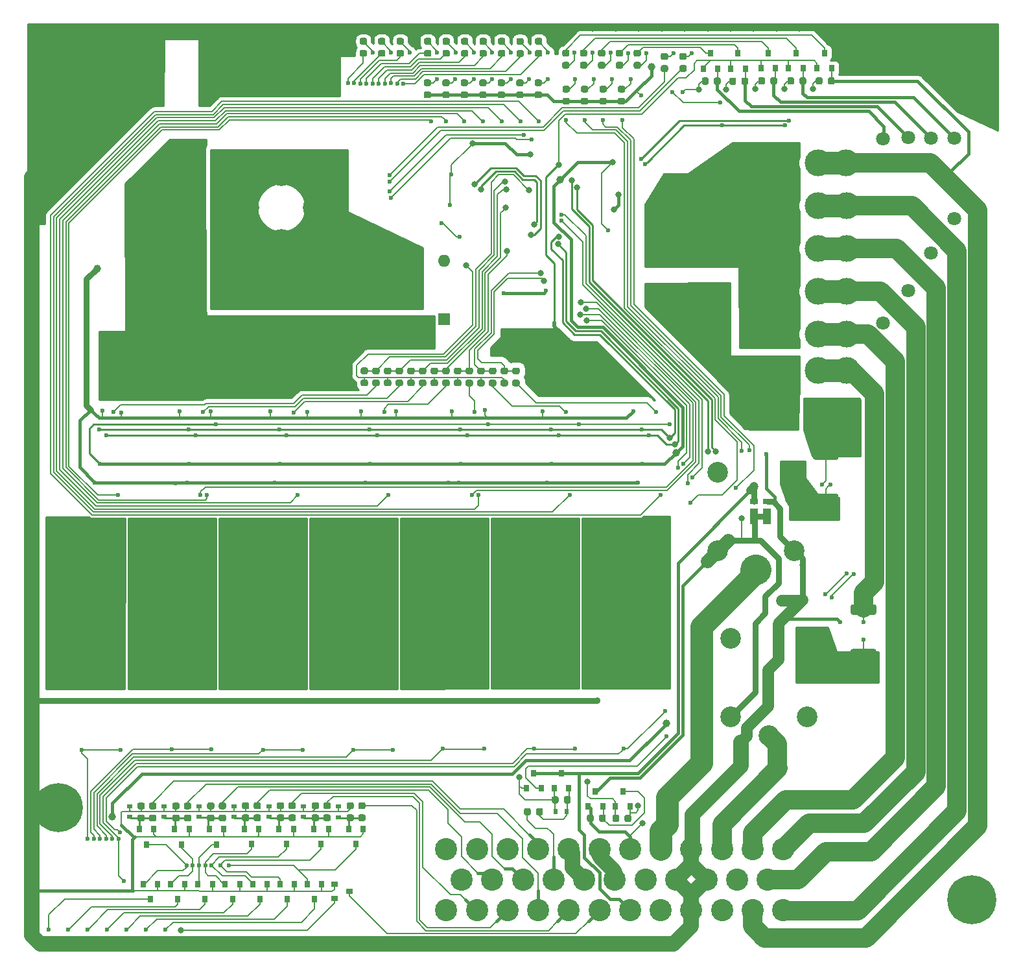
<source format=gbr>
G04 #@! TF.GenerationSoftware,KiCad,Pcbnew,(5.1.6)-1*
G04 #@! TF.CreationDate,2020-08-24T11:42:05+02:00*
G04 #@! TF.ProjectId,AR20_PDM_v1,41523230-5f50-4444-9d5f-76312e6b6963,rev?*
G04 #@! TF.SameCoordinates,Original*
G04 #@! TF.FileFunction,Copper,L2,Bot*
G04 #@! TF.FilePolarity,Positive*
%FSLAX46Y46*%
G04 Gerber Fmt 4.6, Leading zero omitted, Abs format (unit mm)*
G04 Created by KiCad (PCBNEW (5.1.6)-1) date 2020-08-24 11:42:05*
%MOMM*%
%LPD*%
G01*
G04 APERTURE LIST*
G04 #@! TA.AperFunction,SMDPad,CuDef*
%ADD10R,0.800000X0.900000*%
G04 #@! TD*
G04 #@! TA.AperFunction,ComponentPad*
%ADD11C,1.800000*%
G04 #@! TD*
G04 #@! TA.AperFunction,ComponentPad*
%ADD12R,1.600000X1.600000*%
G04 #@! TD*
G04 #@! TA.AperFunction,ComponentPad*
%ADD13O,1.600000X1.600000*%
G04 #@! TD*
G04 #@! TA.AperFunction,SMDPad,CuDef*
%ADD14R,1.000000X0.800000*%
G04 #@! TD*
G04 #@! TA.AperFunction,SMDPad,CuDef*
%ADD15R,1.100000X2.000000*%
G04 #@! TD*
G04 #@! TA.AperFunction,ComponentPad*
%ADD16C,2.700000*%
G04 #@! TD*
G04 #@! TA.AperFunction,ComponentPad*
%ADD17C,2.900000*%
G04 #@! TD*
G04 #@! TA.AperFunction,ComponentPad*
%ADD18C,3.200000*%
G04 #@! TD*
G04 #@! TA.AperFunction,ComponentPad*
%ADD19C,3.500000*%
G04 #@! TD*
G04 #@! TA.AperFunction,ComponentPad*
%ADD20C,0.800000*%
G04 #@! TD*
G04 #@! TA.AperFunction,ComponentPad*
%ADD21C,6.400000*%
G04 #@! TD*
G04 #@! TA.AperFunction,SMDPad,CuDef*
%ADD22R,0.700000X0.600000*%
G04 #@! TD*
G04 #@! TA.AperFunction,SMDPad,CuDef*
%ADD23R,0.600000X0.700000*%
G04 #@! TD*
G04 #@! TA.AperFunction,SMDPad,CuDef*
%ADD24R,0.900000X0.800000*%
G04 #@! TD*
G04 #@! TA.AperFunction,ViaPad*
%ADD25C,0.800000*%
G04 #@! TD*
G04 #@! TA.AperFunction,ViaPad*
%ADD26C,0.600000*%
G04 #@! TD*
G04 #@! TA.AperFunction,ViaPad*
%ADD27C,1.000000*%
G04 #@! TD*
G04 #@! TA.AperFunction,ViaPad*
%ADD28C,1.200000*%
G04 #@! TD*
G04 #@! TA.AperFunction,Conductor*
%ADD29C,0.200000*%
G04 #@! TD*
G04 #@! TA.AperFunction,Conductor*
%ADD30C,0.250000*%
G04 #@! TD*
G04 #@! TA.AperFunction,Conductor*
%ADD31C,0.500000*%
G04 #@! TD*
G04 #@! TA.AperFunction,Conductor*
%ADD32C,0.400000*%
G04 #@! TD*
G04 #@! TA.AperFunction,Conductor*
%ADD33C,0.800000*%
G04 #@! TD*
G04 #@! TA.AperFunction,Conductor*
%ADD34C,2.000000*%
G04 #@! TD*
G04 #@! TA.AperFunction,Conductor*
%ADD35C,1.500000*%
G04 #@! TD*
G04 #@! TA.AperFunction,Conductor*
%ADD36C,1.000000*%
G04 #@! TD*
G04 #@! TA.AperFunction,Conductor*
%ADD37C,2.500000*%
G04 #@! TD*
G04 #@! TA.AperFunction,Conductor*
%ADD38C,4.000000*%
G04 #@! TD*
G04 #@! TA.AperFunction,Conductor*
%ADD39C,3.000000*%
G04 #@! TD*
G04 #@! TA.AperFunction,Conductor*
%ADD40C,1.800000*%
G04 #@! TD*
G04 #@! TA.AperFunction,Conductor*
%ADD41C,0.254000*%
G04 #@! TD*
G04 APERTURE END LIST*
D10*
X131212700Y-30807600D03*
X130262700Y-32807600D03*
X132162700Y-32807600D03*
D11*
X149500000Y-61850000D03*
X149500000Y-41850000D03*
X146250000Y-42025000D03*
X146250000Y-66025000D03*
X152450000Y-41900000D03*
X152450000Y-56900000D03*
X155550000Y-41950000D03*
X155550000Y-52450000D03*
D12*
X88890000Y-65520000D03*
D13*
X88890000Y-57900000D03*
G04 #@! TA.AperFunction,SMDPad,CuDef*
G36*
G01*
X82918750Y-30414600D02*
X83431250Y-30414600D01*
G75*
G02*
X83650000Y-30633350I0J-218750D01*
G01*
X83650000Y-31070850D01*
G75*
G02*
X83431250Y-31289600I-218750J0D01*
G01*
X82918750Y-31289600D01*
G75*
G02*
X82700000Y-31070850I0J218750D01*
G01*
X82700000Y-30633350D01*
G75*
G02*
X82918750Y-30414600I218750J0D01*
G01*
G37*
G04 #@! TD.AperFunction*
G04 #@! TA.AperFunction,SMDPad,CuDef*
G36*
G01*
X82918750Y-28839600D02*
X83431250Y-28839600D01*
G75*
G02*
X83650000Y-29058350I0J-218750D01*
G01*
X83650000Y-29495850D01*
G75*
G02*
X83431250Y-29714600I-218750J0D01*
G01*
X82918750Y-29714600D01*
G75*
G02*
X82700000Y-29495850I0J218750D01*
G01*
X82700000Y-29058350D01*
G75*
G02*
X82918750Y-28839600I218750J0D01*
G01*
G37*
G04 #@! TD.AperFunction*
D14*
X129377600Y-89365746D03*
D15*
X129387600Y-91260746D03*
D16*
X126314434Y-107209600D03*
X136314434Y-107209600D03*
X136314434Y-117409600D03*
X131314434Y-119909600D03*
X126314000Y-117409600D03*
D17*
X133186000Y-142684000D03*
X129186000Y-142684000D03*
X125186000Y-142684000D03*
X121186000Y-142684000D03*
X117186000Y-142684000D03*
X109186000Y-142684000D03*
X105186000Y-142684000D03*
X113186000Y-142684000D03*
X101186000Y-142684000D03*
X97186000Y-142684000D03*
X93186000Y-142684000D03*
X89186000Y-142684000D03*
X131186000Y-138684000D03*
X127186000Y-138684000D03*
X123186000Y-138684000D03*
X119186000Y-138684000D03*
X115186000Y-138684000D03*
X111186000Y-138684000D03*
X107186000Y-138684000D03*
X103186000Y-138684000D03*
X99186000Y-138684000D03*
X95186000Y-138684000D03*
X91186000Y-138684000D03*
X133186000Y-134684000D03*
X129186000Y-134684000D03*
X125186000Y-134684000D03*
X121186000Y-134684000D03*
X117186000Y-134684000D03*
X113186000Y-134684000D03*
X109186000Y-134684000D03*
X105186000Y-134684000D03*
X101186000Y-134684000D03*
X97186000Y-134684000D03*
X93186000Y-134684000D03*
X89186000Y-134684000D03*
G04 #@! TA.AperFunction,SMDPad,CuDef*
G36*
G01*
X137309799Y-88331000D02*
X140159801Y-88331000D01*
G75*
G02*
X140409800Y-88580999I0J-249999D01*
G01*
X140409800Y-89431001D01*
G75*
G02*
X140159801Y-89681000I-249999J0D01*
G01*
X137309799Y-89681000D01*
G75*
G02*
X137059800Y-89431001I0J249999D01*
G01*
X137059800Y-88580999D01*
G75*
G02*
X137309799Y-88331000I249999J0D01*
G01*
G37*
G04 #@! TD.AperFunction*
G04 #@! TA.AperFunction,SMDPad,CuDef*
G36*
G01*
X137309799Y-82531000D02*
X140159801Y-82531000D01*
G75*
G02*
X140409800Y-82780999I0J-249999D01*
G01*
X140409800Y-83631001D01*
G75*
G02*
X140159801Y-83881000I-249999J0D01*
G01*
X137309799Y-83881000D01*
G75*
G02*
X137059800Y-83631001I0J249999D01*
G01*
X137059800Y-82780999D01*
G75*
G02*
X137309799Y-82531000I249999J0D01*
G01*
G37*
G04 #@! TD.AperFunction*
D14*
X131088900Y-89362600D03*
D15*
X131098900Y-91257600D03*
G04 #@! TA.AperFunction,SMDPad,CuDef*
G36*
G01*
X80493750Y-30414600D02*
X81006250Y-30414600D01*
G75*
G02*
X81225000Y-30633350I0J-218750D01*
G01*
X81225000Y-31070850D01*
G75*
G02*
X81006250Y-31289600I-218750J0D01*
G01*
X80493750Y-31289600D01*
G75*
G02*
X80275000Y-31070850I0J218750D01*
G01*
X80275000Y-30633350D01*
G75*
G02*
X80493750Y-30414600I218750J0D01*
G01*
G37*
G04 #@! TD.AperFunction*
G04 #@! TA.AperFunction,SMDPad,CuDef*
G36*
G01*
X80493750Y-28839600D02*
X81006250Y-28839600D01*
G75*
G02*
X81225000Y-29058350I0J-218750D01*
G01*
X81225000Y-29495850D01*
G75*
G02*
X81006250Y-29714600I-218750J0D01*
G01*
X80493750Y-29714600D01*
G75*
G02*
X80275000Y-29495850I0J218750D01*
G01*
X80275000Y-29058350D01*
G75*
G02*
X80493750Y-28839600I218750J0D01*
G01*
G37*
G04 #@! TD.AperFunction*
G04 #@! TA.AperFunction,SMDPad,CuDef*
G36*
G01*
X78093750Y-30414600D02*
X78606250Y-30414600D01*
G75*
G02*
X78825000Y-30633350I0J-218750D01*
G01*
X78825000Y-31070850D01*
G75*
G02*
X78606250Y-31289600I-218750J0D01*
G01*
X78093750Y-31289600D01*
G75*
G02*
X77875000Y-31070850I0J218750D01*
G01*
X77875000Y-30633350D01*
G75*
G02*
X78093750Y-30414600I218750J0D01*
G01*
G37*
G04 #@! TD.AperFunction*
G04 #@! TA.AperFunction,SMDPad,CuDef*
G36*
G01*
X78093750Y-28839600D02*
X78606250Y-28839600D01*
G75*
G02*
X78825000Y-29058350I0J-218750D01*
G01*
X78825000Y-29495850D01*
G75*
G02*
X78606250Y-29714600I-218750J0D01*
G01*
X78093750Y-29714600D01*
G75*
G02*
X77875000Y-29495850I0J218750D01*
G01*
X77875000Y-29058350D01*
G75*
G02*
X78093750Y-28839600I218750J0D01*
G01*
G37*
G04 #@! TD.AperFunction*
D16*
X124632434Y-85554800D03*
X134632434Y-85554800D03*
X134632434Y-95754800D03*
X129632434Y-98254800D03*
X124632000Y-95754800D03*
D10*
X76449100Y-132075200D03*
X78349100Y-132075200D03*
X77399100Y-134075200D03*
G04 #@! TA.AperFunction,SMDPad,CuDef*
G36*
G01*
X96505850Y-73442600D02*
X97018350Y-73442600D01*
G75*
G02*
X97237100Y-73661350I0J-218750D01*
G01*
X97237100Y-74098850D01*
G75*
G02*
X97018350Y-74317600I-218750J0D01*
G01*
X96505850Y-74317600D01*
G75*
G02*
X96287100Y-74098850I0J218750D01*
G01*
X96287100Y-73661350D01*
G75*
G02*
X96505850Y-73442600I218750J0D01*
G01*
G37*
G04 #@! TD.AperFunction*
G04 #@! TA.AperFunction,SMDPad,CuDef*
G36*
G01*
X96505850Y-71867600D02*
X97018350Y-71867600D01*
G75*
G02*
X97237100Y-72086350I0J-218750D01*
G01*
X97237100Y-72523850D01*
G75*
G02*
X97018350Y-72742600I-218750J0D01*
G01*
X96505850Y-72742600D01*
G75*
G02*
X96287100Y-72523850I0J218750D01*
G01*
X96287100Y-72086350D01*
G75*
G02*
X96505850Y-71867600I218750J0D01*
G01*
G37*
G04 #@! TD.AperFunction*
X49067600Y-132125200D03*
X50967600Y-132125200D03*
X50017600Y-134125200D03*
X53158400Y-139248000D03*
X55058400Y-139248000D03*
X54108400Y-141248000D03*
D18*
X72060000Y-55410000D03*
X67625000Y-55410000D03*
X63190000Y-55410000D03*
X72060000Y-50975000D03*
X63190000Y-50975000D03*
X72060000Y-46540000D03*
X67625000Y-46540000D03*
X63190000Y-46540000D03*
G04 #@! TA.AperFunction,SMDPad,CuDef*
G36*
G01*
X81266650Y-73430200D02*
X81779150Y-73430200D01*
G75*
G02*
X81997900Y-73648950I0J-218750D01*
G01*
X81997900Y-74086450D01*
G75*
G02*
X81779150Y-74305200I-218750J0D01*
G01*
X81266650Y-74305200D01*
G75*
G02*
X81047900Y-74086450I0J218750D01*
G01*
X81047900Y-73648950D01*
G75*
G02*
X81266650Y-73430200I218750J0D01*
G01*
G37*
G04 #@! TD.AperFunction*
G04 #@! TA.AperFunction,SMDPad,CuDef*
G36*
G01*
X81266650Y-71855200D02*
X81779150Y-71855200D01*
G75*
G02*
X81997900Y-72073950I0J-218750D01*
G01*
X81997900Y-72511450D01*
G75*
G02*
X81779150Y-72730200I-218750J0D01*
G01*
X81266650Y-72730200D01*
G75*
G02*
X81047900Y-72511450I0J218750D01*
G01*
X81047900Y-72073950D01*
G75*
G02*
X81266650Y-71855200I218750J0D01*
G01*
G37*
G04 #@! TD.AperFunction*
D19*
X129740400Y-61893800D03*
X133440400Y-61893800D03*
X137740400Y-61893800D03*
X141440400Y-61893800D03*
X129740400Y-50717800D03*
X133440400Y-50717800D03*
X137740400Y-50717800D03*
X141440400Y-50717800D03*
X129740400Y-67471800D03*
X133440400Y-67471800D03*
X137740400Y-67471800D03*
X141440400Y-67471800D03*
X129740400Y-56305800D03*
X133440400Y-56305800D03*
X137740400Y-56305800D03*
X141440400Y-56305800D03*
X129730400Y-45121200D03*
X133430400Y-45121200D03*
X137730400Y-45121200D03*
X141430400Y-45121200D03*
X141443400Y-77678800D03*
X137743400Y-77678800D03*
X133443400Y-77678800D03*
X129743400Y-77678800D03*
X141442400Y-72216400D03*
X137742400Y-72216400D03*
X133442400Y-72216400D03*
X129742400Y-72216400D03*
G04 #@! TA.AperFunction,SMDPad,CuDef*
G36*
G01*
X103851100Y-128022550D02*
X103851100Y-128535050D01*
G75*
G02*
X103632350Y-128753800I-218750J0D01*
G01*
X103194850Y-128753800D01*
G75*
G02*
X102976100Y-128535050I0J218750D01*
G01*
X102976100Y-128022550D01*
G75*
G02*
X103194850Y-127803800I218750J0D01*
G01*
X103632350Y-127803800D01*
G75*
G02*
X103851100Y-128022550I0J-218750D01*
G01*
G37*
G04 #@! TD.AperFunction*
G04 #@! TA.AperFunction,SMDPad,CuDef*
G36*
G01*
X105426100Y-128022550D02*
X105426100Y-128535050D01*
G75*
G02*
X105207350Y-128753800I-218750J0D01*
G01*
X104769850Y-128753800D01*
G75*
G02*
X104551100Y-128535050I0J218750D01*
G01*
X104551100Y-128022550D01*
G75*
G02*
X104769850Y-127803800I218750J0D01*
G01*
X105207350Y-127803800D01*
G75*
G02*
X105426100Y-128022550I0J-218750D01*
G01*
G37*
G04 #@! TD.AperFunction*
G04 #@! TA.AperFunction,SMDPad,CuDef*
G36*
G01*
X108435000Y-130418750D02*
X108435000Y-130931250D01*
G75*
G02*
X108216250Y-131150000I-218750J0D01*
G01*
X107778750Y-131150000D01*
G75*
G02*
X107560000Y-130931250I0J218750D01*
G01*
X107560000Y-130418750D01*
G75*
G02*
X107778750Y-130200000I218750J0D01*
G01*
X108216250Y-130200000D01*
G75*
G02*
X108435000Y-130418750I0J-218750D01*
G01*
G37*
G04 #@! TD.AperFunction*
G04 #@! TA.AperFunction,SMDPad,CuDef*
G36*
G01*
X110010000Y-130418750D02*
X110010000Y-130931250D01*
G75*
G02*
X109791250Y-131150000I-218750J0D01*
G01*
X109353750Y-131150000D01*
G75*
G02*
X109135000Y-130931250I0J218750D01*
G01*
X109135000Y-130418750D01*
G75*
G02*
X109353750Y-130200000I218750J0D01*
G01*
X109791250Y-130200000D01*
G75*
G02*
X110010000Y-130418750I0J-218750D01*
G01*
G37*
G04 #@! TD.AperFunction*
G04 #@! TA.AperFunction,SMDPad,CuDef*
G36*
G01*
X51099350Y-129511700D02*
X50586850Y-129511700D01*
G75*
G02*
X50368100Y-129292950I0J218750D01*
G01*
X50368100Y-128855450D01*
G75*
G02*
X50586850Y-128636700I218750J0D01*
G01*
X51099350Y-128636700D01*
G75*
G02*
X51318100Y-128855450I0J-218750D01*
G01*
X51318100Y-129292950D01*
G75*
G02*
X51099350Y-129511700I-218750J0D01*
G01*
G37*
G04 #@! TD.AperFunction*
G04 #@! TA.AperFunction,SMDPad,CuDef*
G36*
G01*
X51099350Y-131086700D02*
X50586850Y-131086700D01*
G75*
G02*
X50368100Y-130867950I0J218750D01*
G01*
X50368100Y-130430450D01*
G75*
G02*
X50586850Y-130211700I218750J0D01*
G01*
X51099350Y-130211700D01*
G75*
G02*
X51318100Y-130430450I0J-218750D01*
G01*
X51318100Y-130867950D01*
G75*
G02*
X51099350Y-131086700I-218750J0D01*
G01*
G37*
G04 #@! TD.AperFunction*
G04 #@! TA.AperFunction,SMDPad,CuDef*
G36*
G01*
X55652350Y-129511700D02*
X55139850Y-129511700D01*
G75*
G02*
X54921100Y-129292950I0J218750D01*
G01*
X54921100Y-128855450D01*
G75*
G02*
X55139850Y-128636700I218750J0D01*
G01*
X55652350Y-128636700D01*
G75*
G02*
X55871100Y-128855450I0J-218750D01*
G01*
X55871100Y-129292950D01*
G75*
G02*
X55652350Y-129511700I-218750J0D01*
G01*
G37*
G04 #@! TD.AperFunction*
G04 #@! TA.AperFunction,SMDPad,CuDef*
G36*
G01*
X55652350Y-131086700D02*
X55139850Y-131086700D01*
G75*
G02*
X54921100Y-130867950I0J218750D01*
G01*
X54921100Y-130430450D01*
G75*
G02*
X55139850Y-130211700I218750J0D01*
G01*
X55652350Y-130211700D01*
G75*
G02*
X55871100Y-130430450I0J-218750D01*
G01*
X55871100Y-130867950D01*
G75*
G02*
X55652350Y-131086700I-218750J0D01*
G01*
G37*
G04 #@! TD.AperFunction*
G04 #@! TA.AperFunction,SMDPad,CuDef*
G36*
G01*
X60205350Y-129511700D02*
X59692850Y-129511700D01*
G75*
G02*
X59474100Y-129292950I0J218750D01*
G01*
X59474100Y-128855450D01*
G75*
G02*
X59692850Y-128636700I218750J0D01*
G01*
X60205350Y-128636700D01*
G75*
G02*
X60424100Y-128855450I0J-218750D01*
G01*
X60424100Y-129292950D01*
G75*
G02*
X60205350Y-129511700I-218750J0D01*
G01*
G37*
G04 #@! TD.AperFunction*
G04 #@! TA.AperFunction,SMDPad,CuDef*
G36*
G01*
X60205350Y-131086700D02*
X59692850Y-131086700D01*
G75*
G02*
X59474100Y-130867950I0J218750D01*
G01*
X59474100Y-130430450D01*
G75*
G02*
X59692850Y-130211700I218750J0D01*
G01*
X60205350Y-130211700D01*
G75*
G02*
X60424100Y-130430450I0J-218750D01*
G01*
X60424100Y-130867950D01*
G75*
G02*
X60205350Y-131086700I-218750J0D01*
G01*
G37*
G04 #@! TD.AperFunction*
G04 #@! TA.AperFunction,SMDPad,CuDef*
G36*
G01*
X64758350Y-129486700D02*
X64245850Y-129486700D01*
G75*
G02*
X64027100Y-129267950I0J218750D01*
G01*
X64027100Y-128830450D01*
G75*
G02*
X64245850Y-128611700I218750J0D01*
G01*
X64758350Y-128611700D01*
G75*
G02*
X64977100Y-128830450I0J-218750D01*
G01*
X64977100Y-129267950D01*
G75*
G02*
X64758350Y-129486700I-218750J0D01*
G01*
G37*
G04 #@! TD.AperFunction*
G04 #@! TA.AperFunction,SMDPad,CuDef*
G36*
G01*
X64758350Y-131061700D02*
X64245850Y-131061700D01*
G75*
G02*
X64027100Y-130842950I0J218750D01*
G01*
X64027100Y-130405450D01*
G75*
G02*
X64245850Y-130186700I218750J0D01*
G01*
X64758350Y-130186700D01*
G75*
G02*
X64977100Y-130405450I0J-218750D01*
G01*
X64977100Y-130842950D01*
G75*
G02*
X64758350Y-131061700I-218750J0D01*
G01*
G37*
G04 #@! TD.AperFunction*
G04 #@! TA.AperFunction,SMDPad,CuDef*
G36*
G01*
X69311350Y-129486700D02*
X68798850Y-129486700D01*
G75*
G02*
X68580100Y-129267950I0J218750D01*
G01*
X68580100Y-128830450D01*
G75*
G02*
X68798850Y-128611700I218750J0D01*
G01*
X69311350Y-128611700D01*
G75*
G02*
X69530100Y-128830450I0J-218750D01*
G01*
X69530100Y-129267950D01*
G75*
G02*
X69311350Y-129486700I-218750J0D01*
G01*
G37*
G04 #@! TD.AperFunction*
G04 #@! TA.AperFunction,SMDPad,CuDef*
G36*
G01*
X69311350Y-131061700D02*
X68798850Y-131061700D01*
G75*
G02*
X68580100Y-130842950I0J218750D01*
G01*
X68580100Y-130405450D01*
G75*
G02*
X68798850Y-130186700I218750J0D01*
G01*
X69311350Y-130186700D01*
G75*
G02*
X69530100Y-130405450I0J-218750D01*
G01*
X69530100Y-130842950D01*
G75*
G02*
X69311350Y-131061700I-218750J0D01*
G01*
G37*
G04 #@! TD.AperFunction*
G04 #@! TA.AperFunction,SMDPad,CuDef*
G36*
G01*
X73864350Y-129486700D02*
X73351850Y-129486700D01*
G75*
G02*
X73133100Y-129267950I0J218750D01*
G01*
X73133100Y-128830450D01*
G75*
G02*
X73351850Y-128611700I218750J0D01*
G01*
X73864350Y-128611700D01*
G75*
G02*
X74083100Y-128830450I0J-218750D01*
G01*
X74083100Y-129267950D01*
G75*
G02*
X73864350Y-129486700I-218750J0D01*
G01*
G37*
G04 #@! TD.AperFunction*
G04 #@! TA.AperFunction,SMDPad,CuDef*
G36*
G01*
X73864350Y-131061700D02*
X73351850Y-131061700D01*
G75*
G02*
X73133100Y-130842950I0J218750D01*
G01*
X73133100Y-130405450D01*
G75*
G02*
X73351850Y-130186700I218750J0D01*
G01*
X73864350Y-130186700D01*
G75*
G02*
X74083100Y-130405450I0J-218750D01*
G01*
X74083100Y-130842950D01*
G75*
G02*
X73864350Y-131061700I-218750J0D01*
G01*
G37*
G04 #@! TD.AperFunction*
G04 #@! TA.AperFunction,SMDPad,CuDef*
G36*
G01*
X72340350Y-129486700D02*
X71827850Y-129486700D01*
G75*
G02*
X71609100Y-129267950I0J218750D01*
G01*
X71609100Y-128830450D01*
G75*
G02*
X71827850Y-128611700I218750J0D01*
G01*
X72340350Y-128611700D01*
G75*
G02*
X72559100Y-128830450I0J-218750D01*
G01*
X72559100Y-129267950D01*
G75*
G02*
X72340350Y-129486700I-218750J0D01*
G01*
G37*
G04 #@! TD.AperFunction*
G04 #@! TA.AperFunction,SMDPad,CuDef*
G36*
G01*
X72340350Y-131061700D02*
X71827850Y-131061700D01*
G75*
G02*
X71609100Y-130842950I0J218750D01*
G01*
X71609100Y-130405450D01*
G75*
G02*
X71827850Y-130186700I218750J0D01*
G01*
X72340350Y-130186700D01*
G75*
G02*
X72559100Y-130405450I0J-218750D01*
G01*
X72559100Y-130842950D01*
G75*
G02*
X72340350Y-131061700I-218750J0D01*
G01*
G37*
G04 #@! TD.AperFunction*
G04 #@! TA.AperFunction,SMDPad,CuDef*
G36*
G01*
X76893350Y-129486700D02*
X76380850Y-129486700D01*
G75*
G02*
X76162100Y-129267950I0J218750D01*
G01*
X76162100Y-128830450D01*
G75*
G02*
X76380850Y-128611700I218750J0D01*
G01*
X76893350Y-128611700D01*
G75*
G02*
X77112100Y-128830450I0J-218750D01*
G01*
X77112100Y-129267950D01*
G75*
G02*
X76893350Y-129486700I-218750J0D01*
G01*
G37*
G04 #@! TD.AperFunction*
G04 #@! TA.AperFunction,SMDPad,CuDef*
G36*
G01*
X76893350Y-131061700D02*
X76380850Y-131061700D01*
G75*
G02*
X76162100Y-130842950I0J218750D01*
G01*
X76162100Y-130405450D01*
G75*
G02*
X76380850Y-130186700I218750J0D01*
G01*
X76893350Y-130186700D01*
G75*
G02*
X77112100Y-130405450I0J-218750D01*
G01*
X77112100Y-130842950D01*
G75*
G02*
X76893350Y-131061700I-218750J0D01*
G01*
G37*
G04 #@! TD.AperFunction*
G04 #@! TA.AperFunction,SMDPad,CuDef*
G36*
G01*
X86497750Y-30414600D02*
X87010250Y-30414600D01*
G75*
G02*
X87229000Y-30633350I0J-218750D01*
G01*
X87229000Y-31070850D01*
G75*
G02*
X87010250Y-31289600I-218750J0D01*
G01*
X86497750Y-31289600D01*
G75*
G02*
X86279000Y-31070850I0J218750D01*
G01*
X86279000Y-30633350D01*
G75*
G02*
X86497750Y-30414600I218750J0D01*
G01*
G37*
G04 #@! TD.AperFunction*
G04 #@! TA.AperFunction,SMDPad,CuDef*
G36*
G01*
X86497750Y-28839600D02*
X87010250Y-28839600D01*
G75*
G02*
X87229000Y-29058350I0J-218750D01*
G01*
X87229000Y-29495850D01*
G75*
G02*
X87010250Y-29714600I-218750J0D01*
G01*
X86497750Y-29714600D01*
G75*
G02*
X86279000Y-29495850I0J218750D01*
G01*
X86279000Y-29058350D01*
G75*
G02*
X86497750Y-28839600I218750J0D01*
G01*
G37*
G04 #@! TD.AperFunction*
G04 #@! TA.AperFunction,SMDPad,CuDef*
G36*
G01*
X86472750Y-35834400D02*
X86985250Y-35834400D01*
G75*
G02*
X87204000Y-36053150I0J-218750D01*
G01*
X87204000Y-36490650D01*
G75*
G02*
X86985250Y-36709400I-218750J0D01*
G01*
X86472750Y-36709400D01*
G75*
G02*
X86254000Y-36490650I0J218750D01*
G01*
X86254000Y-36053150D01*
G75*
G02*
X86472750Y-35834400I218750J0D01*
G01*
G37*
G04 #@! TD.AperFunction*
G04 #@! TA.AperFunction,SMDPad,CuDef*
G36*
G01*
X86472750Y-34259400D02*
X86985250Y-34259400D01*
G75*
G02*
X87204000Y-34478150I0J-218750D01*
G01*
X87204000Y-34915650D01*
G75*
G02*
X86985250Y-35134400I-218750J0D01*
G01*
X86472750Y-35134400D01*
G75*
G02*
X86254000Y-34915650I0J218750D01*
G01*
X86254000Y-34478150D01*
G75*
G02*
X86472750Y-34259400I218750J0D01*
G01*
G37*
G04 #@! TD.AperFunction*
G04 #@! TA.AperFunction,SMDPad,CuDef*
G36*
G01*
X88910750Y-30414600D02*
X89423250Y-30414600D01*
G75*
G02*
X89642000Y-30633350I0J-218750D01*
G01*
X89642000Y-31070850D01*
G75*
G02*
X89423250Y-31289600I-218750J0D01*
G01*
X88910750Y-31289600D01*
G75*
G02*
X88692000Y-31070850I0J218750D01*
G01*
X88692000Y-30633350D01*
G75*
G02*
X88910750Y-30414600I218750J0D01*
G01*
G37*
G04 #@! TD.AperFunction*
G04 #@! TA.AperFunction,SMDPad,CuDef*
G36*
G01*
X88910750Y-28839600D02*
X89423250Y-28839600D01*
G75*
G02*
X89642000Y-29058350I0J-218750D01*
G01*
X89642000Y-29495850D01*
G75*
G02*
X89423250Y-29714600I-218750J0D01*
G01*
X88910750Y-29714600D01*
G75*
G02*
X88692000Y-29495850I0J218750D01*
G01*
X88692000Y-29058350D01*
G75*
G02*
X88910750Y-28839600I218750J0D01*
G01*
G37*
G04 #@! TD.AperFunction*
G04 #@! TA.AperFunction,SMDPad,CuDef*
G36*
G01*
X88885750Y-35834400D02*
X89398250Y-35834400D01*
G75*
G02*
X89617000Y-36053150I0J-218750D01*
G01*
X89617000Y-36490650D01*
G75*
G02*
X89398250Y-36709400I-218750J0D01*
G01*
X88885750Y-36709400D01*
G75*
G02*
X88667000Y-36490650I0J218750D01*
G01*
X88667000Y-36053150D01*
G75*
G02*
X88885750Y-35834400I218750J0D01*
G01*
G37*
G04 #@! TD.AperFunction*
G04 #@! TA.AperFunction,SMDPad,CuDef*
G36*
G01*
X88885750Y-34259400D02*
X89398250Y-34259400D01*
G75*
G02*
X89617000Y-34478150I0J-218750D01*
G01*
X89617000Y-34915650D01*
G75*
G02*
X89398250Y-35134400I-218750J0D01*
G01*
X88885750Y-35134400D01*
G75*
G02*
X88667000Y-34915650I0J218750D01*
G01*
X88667000Y-34478150D01*
G75*
G02*
X88885750Y-34259400I218750J0D01*
G01*
G37*
G04 #@! TD.AperFunction*
G04 #@! TA.AperFunction,SMDPad,CuDef*
G36*
G01*
X91323750Y-30414600D02*
X91836250Y-30414600D01*
G75*
G02*
X92055000Y-30633350I0J-218750D01*
G01*
X92055000Y-31070850D01*
G75*
G02*
X91836250Y-31289600I-218750J0D01*
G01*
X91323750Y-31289600D01*
G75*
G02*
X91105000Y-31070850I0J218750D01*
G01*
X91105000Y-30633350D01*
G75*
G02*
X91323750Y-30414600I218750J0D01*
G01*
G37*
G04 #@! TD.AperFunction*
G04 #@! TA.AperFunction,SMDPad,CuDef*
G36*
G01*
X91323750Y-28839600D02*
X91836250Y-28839600D01*
G75*
G02*
X92055000Y-29058350I0J-218750D01*
G01*
X92055000Y-29495850D01*
G75*
G02*
X91836250Y-29714600I-218750J0D01*
G01*
X91323750Y-29714600D01*
G75*
G02*
X91105000Y-29495850I0J218750D01*
G01*
X91105000Y-29058350D01*
G75*
G02*
X91323750Y-28839600I218750J0D01*
G01*
G37*
G04 #@! TD.AperFunction*
G04 #@! TA.AperFunction,SMDPad,CuDef*
G36*
G01*
X91298750Y-35834400D02*
X91811250Y-35834400D01*
G75*
G02*
X92030000Y-36053150I0J-218750D01*
G01*
X92030000Y-36490650D01*
G75*
G02*
X91811250Y-36709400I-218750J0D01*
G01*
X91298750Y-36709400D01*
G75*
G02*
X91080000Y-36490650I0J218750D01*
G01*
X91080000Y-36053150D01*
G75*
G02*
X91298750Y-35834400I218750J0D01*
G01*
G37*
G04 #@! TD.AperFunction*
G04 #@! TA.AperFunction,SMDPad,CuDef*
G36*
G01*
X91298750Y-34259400D02*
X91811250Y-34259400D01*
G75*
G02*
X92030000Y-34478150I0J-218750D01*
G01*
X92030000Y-34915650D01*
G75*
G02*
X91811250Y-35134400I-218750J0D01*
G01*
X91298750Y-35134400D01*
G75*
G02*
X91080000Y-34915650I0J218750D01*
G01*
X91080000Y-34478150D01*
G75*
G02*
X91298750Y-34259400I218750J0D01*
G01*
G37*
G04 #@! TD.AperFunction*
G04 #@! TA.AperFunction,SMDPad,CuDef*
G36*
G01*
X93736750Y-30414600D02*
X94249250Y-30414600D01*
G75*
G02*
X94468000Y-30633350I0J-218750D01*
G01*
X94468000Y-31070850D01*
G75*
G02*
X94249250Y-31289600I-218750J0D01*
G01*
X93736750Y-31289600D01*
G75*
G02*
X93518000Y-31070850I0J218750D01*
G01*
X93518000Y-30633350D01*
G75*
G02*
X93736750Y-30414600I218750J0D01*
G01*
G37*
G04 #@! TD.AperFunction*
G04 #@! TA.AperFunction,SMDPad,CuDef*
G36*
G01*
X93736750Y-28839600D02*
X94249250Y-28839600D01*
G75*
G02*
X94468000Y-29058350I0J-218750D01*
G01*
X94468000Y-29495850D01*
G75*
G02*
X94249250Y-29714600I-218750J0D01*
G01*
X93736750Y-29714600D01*
G75*
G02*
X93518000Y-29495850I0J218750D01*
G01*
X93518000Y-29058350D01*
G75*
G02*
X93736750Y-28839600I218750J0D01*
G01*
G37*
G04 #@! TD.AperFunction*
G04 #@! TA.AperFunction,SMDPad,CuDef*
G36*
G01*
X93711750Y-35834400D02*
X94224250Y-35834400D01*
G75*
G02*
X94443000Y-36053150I0J-218750D01*
G01*
X94443000Y-36490650D01*
G75*
G02*
X94224250Y-36709400I-218750J0D01*
G01*
X93711750Y-36709400D01*
G75*
G02*
X93493000Y-36490650I0J218750D01*
G01*
X93493000Y-36053150D01*
G75*
G02*
X93711750Y-35834400I218750J0D01*
G01*
G37*
G04 #@! TD.AperFunction*
G04 #@! TA.AperFunction,SMDPad,CuDef*
G36*
G01*
X93711750Y-34259400D02*
X94224250Y-34259400D01*
G75*
G02*
X94443000Y-34478150I0J-218750D01*
G01*
X94443000Y-34915650D01*
G75*
G02*
X94224250Y-35134400I-218750J0D01*
G01*
X93711750Y-35134400D01*
G75*
G02*
X93493000Y-34915650I0J218750D01*
G01*
X93493000Y-34478150D01*
G75*
G02*
X93711750Y-34259400I218750J0D01*
G01*
G37*
G04 #@! TD.AperFunction*
G04 #@! TA.AperFunction,SMDPad,CuDef*
G36*
G01*
X96149750Y-30414600D02*
X96662250Y-30414600D01*
G75*
G02*
X96881000Y-30633350I0J-218750D01*
G01*
X96881000Y-31070850D01*
G75*
G02*
X96662250Y-31289600I-218750J0D01*
G01*
X96149750Y-31289600D01*
G75*
G02*
X95931000Y-31070850I0J218750D01*
G01*
X95931000Y-30633350D01*
G75*
G02*
X96149750Y-30414600I218750J0D01*
G01*
G37*
G04 #@! TD.AperFunction*
G04 #@! TA.AperFunction,SMDPad,CuDef*
G36*
G01*
X96149750Y-28839600D02*
X96662250Y-28839600D01*
G75*
G02*
X96881000Y-29058350I0J-218750D01*
G01*
X96881000Y-29495850D01*
G75*
G02*
X96662250Y-29714600I-218750J0D01*
G01*
X96149750Y-29714600D01*
G75*
G02*
X95931000Y-29495850I0J218750D01*
G01*
X95931000Y-29058350D01*
G75*
G02*
X96149750Y-28839600I218750J0D01*
G01*
G37*
G04 #@! TD.AperFunction*
G04 #@! TA.AperFunction,SMDPad,CuDef*
G36*
G01*
X96124750Y-35834400D02*
X96637250Y-35834400D01*
G75*
G02*
X96856000Y-36053150I0J-218750D01*
G01*
X96856000Y-36490650D01*
G75*
G02*
X96637250Y-36709400I-218750J0D01*
G01*
X96124750Y-36709400D01*
G75*
G02*
X95906000Y-36490650I0J218750D01*
G01*
X95906000Y-36053150D01*
G75*
G02*
X96124750Y-35834400I218750J0D01*
G01*
G37*
G04 #@! TD.AperFunction*
G04 #@! TA.AperFunction,SMDPad,CuDef*
G36*
G01*
X96124750Y-34259400D02*
X96637250Y-34259400D01*
G75*
G02*
X96856000Y-34478150I0J-218750D01*
G01*
X96856000Y-34915650D01*
G75*
G02*
X96637250Y-35134400I-218750J0D01*
G01*
X96124750Y-35134400D01*
G75*
G02*
X95906000Y-34915650I0J218750D01*
G01*
X95906000Y-34478150D01*
G75*
G02*
X96124750Y-34259400I218750J0D01*
G01*
G37*
G04 #@! TD.AperFunction*
G04 #@! TA.AperFunction,SMDPad,CuDef*
G36*
G01*
X98562750Y-30440100D02*
X99075250Y-30440100D01*
G75*
G02*
X99294000Y-30658850I0J-218750D01*
G01*
X99294000Y-31096350D01*
G75*
G02*
X99075250Y-31315100I-218750J0D01*
G01*
X98562750Y-31315100D01*
G75*
G02*
X98344000Y-31096350I0J218750D01*
G01*
X98344000Y-30658850D01*
G75*
G02*
X98562750Y-30440100I218750J0D01*
G01*
G37*
G04 #@! TD.AperFunction*
G04 #@! TA.AperFunction,SMDPad,CuDef*
G36*
G01*
X98562750Y-28865100D02*
X99075250Y-28865100D01*
G75*
G02*
X99294000Y-29083850I0J-218750D01*
G01*
X99294000Y-29521350D01*
G75*
G02*
X99075250Y-29740100I-218750J0D01*
G01*
X98562750Y-29740100D01*
G75*
G02*
X98344000Y-29521350I0J218750D01*
G01*
X98344000Y-29083850D01*
G75*
G02*
X98562750Y-28865100I218750J0D01*
G01*
G37*
G04 #@! TD.AperFunction*
G04 #@! TA.AperFunction,SMDPad,CuDef*
G36*
G01*
X98537750Y-35834400D02*
X99050250Y-35834400D01*
G75*
G02*
X99269000Y-36053150I0J-218750D01*
G01*
X99269000Y-36490650D01*
G75*
G02*
X99050250Y-36709400I-218750J0D01*
G01*
X98537750Y-36709400D01*
G75*
G02*
X98319000Y-36490650I0J218750D01*
G01*
X98319000Y-36053150D01*
G75*
G02*
X98537750Y-35834400I218750J0D01*
G01*
G37*
G04 #@! TD.AperFunction*
G04 #@! TA.AperFunction,SMDPad,CuDef*
G36*
G01*
X98537750Y-34259400D02*
X99050250Y-34259400D01*
G75*
G02*
X99269000Y-34478150I0J-218750D01*
G01*
X99269000Y-34915650D01*
G75*
G02*
X99050250Y-35134400I-218750J0D01*
G01*
X98537750Y-35134400D01*
G75*
G02*
X98319000Y-34915650I0J218750D01*
G01*
X98319000Y-34478150D01*
G75*
G02*
X98537750Y-34259400I218750J0D01*
G01*
G37*
G04 #@! TD.AperFunction*
G04 #@! TA.AperFunction,SMDPad,CuDef*
G36*
G01*
X100975750Y-30414600D02*
X101488250Y-30414600D01*
G75*
G02*
X101707000Y-30633350I0J-218750D01*
G01*
X101707000Y-31070850D01*
G75*
G02*
X101488250Y-31289600I-218750J0D01*
G01*
X100975750Y-31289600D01*
G75*
G02*
X100757000Y-31070850I0J218750D01*
G01*
X100757000Y-30633350D01*
G75*
G02*
X100975750Y-30414600I218750J0D01*
G01*
G37*
G04 #@! TD.AperFunction*
G04 #@! TA.AperFunction,SMDPad,CuDef*
G36*
G01*
X100975750Y-28839600D02*
X101488250Y-28839600D01*
G75*
G02*
X101707000Y-29058350I0J-218750D01*
G01*
X101707000Y-29495850D01*
G75*
G02*
X101488250Y-29714600I-218750J0D01*
G01*
X100975750Y-29714600D01*
G75*
G02*
X100757000Y-29495850I0J218750D01*
G01*
X100757000Y-29058350D01*
G75*
G02*
X100975750Y-28839600I218750J0D01*
G01*
G37*
G04 #@! TD.AperFunction*
G04 #@! TA.AperFunction,SMDPad,CuDef*
G36*
G01*
X100950750Y-35834400D02*
X101463250Y-35834400D01*
G75*
G02*
X101682000Y-36053150I0J-218750D01*
G01*
X101682000Y-36490650D01*
G75*
G02*
X101463250Y-36709400I-218750J0D01*
G01*
X100950750Y-36709400D01*
G75*
G02*
X100732000Y-36490650I0J218750D01*
G01*
X100732000Y-36053150D01*
G75*
G02*
X100950750Y-35834400I218750J0D01*
G01*
G37*
G04 #@! TD.AperFunction*
G04 #@! TA.AperFunction,SMDPad,CuDef*
G36*
G01*
X100950750Y-34259400D02*
X101463250Y-34259400D01*
G75*
G02*
X101682000Y-34478150I0J-218750D01*
G01*
X101682000Y-34915650D01*
G75*
G02*
X101463250Y-35134400I-218750J0D01*
G01*
X100950750Y-35134400D01*
G75*
G02*
X100732000Y-34915650I0J218750D01*
G01*
X100732000Y-34478150D01*
G75*
G02*
X100950750Y-34259400I218750J0D01*
G01*
G37*
G04 #@! TD.AperFunction*
G04 #@! TA.AperFunction,SMDPad,CuDef*
G36*
G01*
X109402750Y-36659400D02*
X109915250Y-36659400D01*
G75*
G02*
X110134000Y-36878150I0J-218750D01*
G01*
X110134000Y-37315650D01*
G75*
G02*
X109915250Y-37534400I-218750J0D01*
G01*
X109402750Y-37534400D01*
G75*
G02*
X109184000Y-37315650I0J218750D01*
G01*
X109184000Y-36878150D01*
G75*
G02*
X109402750Y-36659400I218750J0D01*
G01*
G37*
G04 #@! TD.AperFunction*
G04 #@! TA.AperFunction,SMDPad,CuDef*
G36*
G01*
X109402750Y-35084400D02*
X109915250Y-35084400D01*
G75*
G02*
X110134000Y-35303150I0J-218750D01*
G01*
X110134000Y-35740650D01*
G75*
G02*
X109915250Y-35959400I-218750J0D01*
G01*
X109402750Y-35959400D01*
G75*
G02*
X109184000Y-35740650I0J218750D01*
G01*
X109184000Y-35303150D01*
G75*
G02*
X109402750Y-35084400I218750J0D01*
G01*
G37*
G04 #@! TD.AperFunction*
G04 #@! TA.AperFunction,SMDPad,CuDef*
G36*
G01*
X78218750Y-73425000D02*
X78731250Y-73425000D01*
G75*
G02*
X78950000Y-73643750I0J-218750D01*
G01*
X78950000Y-74081250D01*
G75*
G02*
X78731250Y-74300000I-218750J0D01*
G01*
X78218750Y-74300000D01*
G75*
G02*
X78000000Y-74081250I0J218750D01*
G01*
X78000000Y-73643750D01*
G75*
G02*
X78218750Y-73425000I218750J0D01*
G01*
G37*
G04 #@! TD.AperFunction*
G04 #@! TA.AperFunction,SMDPad,CuDef*
G36*
G01*
X78218750Y-71850000D02*
X78731250Y-71850000D01*
G75*
G02*
X78950000Y-72068750I0J-218750D01*
G01*
X78950000Y-72506250D01*
G75*
G02*
X78731250Y-72725000I-218750J0D01*
G01*
X78218750Y-72725000D01*
G75*
G02*
X78000000Y-72506250I0J218750D01*
G01*
X78000000Y-72068750D01*
G75*
G02*
X78218750Y-71850000I218750J0D01*
G01*
G37*
G04 #@! TD.AperFunction*
G04 #@! TA.AperFunction,SMDPad,CuDef*
G36*
G01*
X111815750Y-36659400D02*
X112328250Y-36659400D01*
G75*
G02*
X112547000Y-36878150I0J-218750D01*
G01*
X112547000Y-37315650D01*
G75*
G02*
X112328250Y-37534400I-218750J0D01*
G01*
X111815750Y-37534400D01*
G75*
G02*
X111597000Y-37315650I0J218750D01*
G01*
X111597000Y-36878150D01*
G75*
G02*
X111815750Y-36659400I218750J0D01*
G01*
G37*
G04 #@! TD.AperFunction*
G04 #@! TA.AperFunction,SMDPad,CuDef*
G36*
G01*
X111815750Y-35084400D02*
X112328250Y-35084400D01*
G75*
G02*
X112547000Y-35303150I0J-218750D01*
G01*
X112547000Y-35740650D01*
G75*
G02*
X112328250Y-35959400I-218750J0D01*
G01*
X111815750Y-35959400D01*
G75*
G02*
X111597000Y-35740650I0J218750D01*
G01*
X111597000Y-35303150D01*
G75*
G02*
X111815750Y-35084400I218750J0D01*
G01*
G37*
G04 #@! TD.AperFunction*
G04 #@! TA.AperFunction,SMDPad,CuDef*
G36*
G01*
X106989750Y-36659400D02*
X107502250Y-36659400D01*
G75*
G02*
X107721000Y-36878150I0J-218750D01*
G01*
X107721000Y-37315650D01*
G75*
G02*
X107502250Y-37534400I-218750J0D01*
G01*
X106989750Y-37534400D01*
G75*
G02*
X106771000Y-37315650I0J218750D01*
G01*
X106771000Y-36878150D01*
G75*
G02*
X106989750Y-36659400I218750J0D01*
G01*
G37*
G04 #@! TD.AperFunction*
G04 #@! TA.AperFunction,SMDPad,CuDef*
G36*
G01*
X106989750Y-35084400D02*
X107502250Y-35084400D01*
G75*
G02*
X107721000Y-35303150I0J-218750D01*
G01*
X107721000Y-35740650D01*
G75*
G02*
X107502250Y-35959400I-218750J0D01*
G01*
X106989750Y-35959400D01*
G75*
G02*
X106771000Y-35740650I0J218750D01*
G01*
X106771000Y-35303150D01*
G75*
G02*
X106989750Y-35084400I218750J0D01*
G01*
G37*
G04 #@! TD.AperFunction*
G04 #@! TA.AperFunction,SMDPad,CuDef*
G36*
G01*
X79742650Y-73430200D02*
X80255150Y-73430200D01*
G75*
G02*
X80473900Y-73648950I0J-218750D01*
G01*
X80473900Y-74086450D01*
G75*
G02*
X80255150Y-74305200I-218750J0D01*
G01*
X79742650Y-74305200D01*
G75*
G02*
X79523900Y-74086450I0J218750D01*
G01*
X79523900Y-73648950D01*
G75*
G02*
X79742650Y-73430200I218750J0D01*
G01*
G37*
G04 #@! TD.AperFunction*
G04 #@! TA.AperFunction,SMDPad,CuDef*
G36*
G01*
X79742650Y-71855200D02*
X80255150Y-71855200D01*
G75*
G02*
X80473900Y-72073950I0J-218750D01*
G01*
X80473900Y-72511450D01*
G75*
G02*
X80255150Y-72730200I-218750J0D01*
G01*
X79742650Y-72730200D01*
G75*
G02*
X79523900Y-72511450I0J218750D01*
G01*
X79523900Y-72073950D01*
G75*
G02*
X79742650Y-71855200I218750J0D01*
G01*
G37*
G04 #@! TD.AperFunction*
G04 #@! TA.AperFunction,SMDPad,CuDef*
G36*
G01*
X82790650Y-73430200D02*
X83303150Y-73430200D01*
G75*
G02*
X83521900Y-73648950I0J-218750D01*
G01*
X83521900Y-74086450D01*
G75*
G02*
X83303150Y-74305200I-218750J0D01*
G01*
X82790650Y-74305200D01*
G75*
G02*
X82571900Y-74086450I0J218750D01*
G01*
X82571900Y-73648950D01*
G75*
G02*
X82790650Y-73430200I218750J0D01*
G01*
G37*
G04 #@! TD.AperFunction*
G04 #@! TA.AperFunction,SMDPad,CuDef*
G36*
G01*
X82790650Y-71855200D02*
X83303150Y-71855200D01*
G75*
G02*
X83521900Y-72073950I0J-218750D01*
G01*
X83521900Y-72511450D01*
G75*
G02*
X83303150Y-72730200I-218750J0D01*
G01*
X82790650Y-72730200D01*
G75*
G02*
X82571900Y-72511450I0J218750D01*
G01*
X82571900Y-72073950D01*
G75*
G02*
X82790650Y-71855200I218750J0D01*
G01*
G37*
G04 #@! TD.AperFunction*
G04 #@! TA.AperFunction,SMDPad,CuDef*
G36*
G01*
X84314650Y-73430200D02*
X84827150Y-73430200D01*
G75*
G02*
X85045900Y-73648950I0J-218750D01*
G01*
X85045900Y-74086450D01*
G75*
G02*
X84827150Y-74305200I-218750J0D01*
G01*
X84314650Y-74305200D01*
G75*
G02*
X84095900Y-74086450I0J218750D01*
G01*
X84095900Y-73648950D01*
G75*
G02*
X84314650Y-73430200I218750J0D01*
G01*
G37*
G04 #@! TD.AperFunction*
G04 #@! TA.AperFunction,SMDPad,CuDef*
G36*
G01*
X84314650Y-71855200D02*
X84827150Y-71855200D01*
G75*
G02*
X85045900Y-72073950I0J-218750D01*
G01*
X85045900Y-72511450D01*
G75*
G02*
X84827150Y-72730200I-218750J0D01*
G01*
X84314650Y-72730200D01*
G75*
G02*
X84095900Y-72511450I0J218750D01*
G01*
X84095900Y-72073950D01*
G75*
G02*
X84314650Y-71855200I218750J0D01*
G01*
G37*
G04 #@! TD.AperFunction*
G04 #@! TA.AperFunction,SMDPad,CuDef*
G36*
G01*
X119843750Y-32395600D02*
X120356250Y-32395600D01*
G75*
G02*
X120575000Y-32614350I0J-218750D01*
G01*
X120575000Y-33051850D01*
G75*
G02*
X120356250Y-33270600I-218750J0D01*
G01*
X119843750Y-33270600D01*
G75*
G02*
X119625000Y-33051850I0J218750D01*
G01*
X119625000Y-32614350D01*
G75*
G02*
X119843750Y-32395600I218750J0D01*
G01*
G37*
G04 #@! TD.AperFunction*
G04 #@! TA.AperFunction,SMDPad,CuDef*
G36*
G01*
X119843750Y-30820600D02*
X120356250Y-30820600D01*
G75*
G02*
X120575000Y-31039350I0J-218750D01*
G01*
X120575000Y-31476850D01*
G75*
G02*
X120356250Y-31695600I-218750J0D01*
G01*
X119843750Y-31695600D01*
G75*
G02*
X119625000Y-31476850I0J218750D01*
G01*
X119625000Y-31039350D01*
G75*
G02*
X119843750Y-30820600I218750J0D01*
G01*
G37*
G04 #@! TD.AperFunction*
G04 #@! TA.AperFunction,SMDPad,CuDef*
G36*
G01*
X117418750Y-32395600D02*
X117931250Y-32395600D01*
G75*
G02*
X118150000Y-32614350I0J-218750D01*
G01*
X118150000Y-33051850D01*
G75*
G02*
X117931250Y-33270600I-218750J0D01*
G01*
X117418750Y-33270600D01*
G75*
G02*
X117200000Y-33051850I0J218750D01*
G01*
X117200000Y-32614350D01*
G75*
G02*
X117418750Y-32395600I218750J0D01*
G01*
G37*
G04 #@! TD.AperFunction*
G04 #@! TA.AperFunction,SMDPad,CuDef*
G36*
G01*
X117418750Y-30820600D02*
X117931250Y-30820600D01*
G75*
G02*
X118150000Y-31039350I0J-218750D01*
G01*
X118150000Y-31476850D01*
G75*
G02*
X117931250Y-31695600I-218750J0D01*
G01*
X117418750Y-31695600D01*
G75*
G02*
X117200000Y-31476850I0J218750D01*
G01*
X117200000Y-31039350D01*
G75*
G02*
X117418750Y-30820600I218750J0D01*
G01*
G37*
G04 #@! TD.AperFunction*
G04 #@! TA.AperFunction,SMDPad,CuDef*
G36*
G01*
X130811900Y-34192950D02*
X130811900Y-34705450D01*
G75*
G02*
X130593150Y-34924200I-218750J0D01*
G01*
X130155650Y-34924200D01*
G75*
G02*
X129936900Y-34705450I0J218750D01*
G01*
X129936900Y-34192950D01*
G75*
G02*
X130155650Y-33974200I218750J0D01*
G01*
X130593150Y-33974200D01*
G75*
G02*
X130811900Y-34192950I0J-218750D01*
G01*
G37*
G04 #@! TD.AperFunction*
G04 #@! TA.AperFunction,SMDPad,CuDef*
G36*
G01*
X132386900Y-34192950D02*
X132386900Y-34705450D01*
G75*
G02*
X132168150Y-34924200I-218750J0D01*
G01*
X131730650Y-34924200D01*
G75*
G02*
X131511900Y-34705450I0J218750D01*
G01*
X131511900Y-34192950D01*
G75*
G02*
X131730650Y-33974200I218750J0D01*
G01*
X132168150Y-33974200D01*
G75*
G02*
X132386900Y-34192950I0J-218750D01*
G01*
G37*
G04 #@! TD.AperFunction*
G04 #@! TA.AperFunction,SMDPad,CuDef*
G36*
G01*
X109218750Y-31964600D02*
X109731250Y-31964600D01*
G75*
G02*
X109950000Y-32183350I0J-218750D01*
G01*
X109950000Y-32620850D01*
G75*
G02*
X109731250Y-32839600I-218750J0D01*
G01*
X109218750Y-32839600D01*
G75*
G02*
X109000000Y-32620850I0J218750D01*
G01*
X109000000Y-32183350D01*
G75*
G02*
X109218750Y-31964600I218750J0D01*
G01*
G37*
G04 #@! TD.AperFunction*
G04 #@! TA.AperFunction,SMDPad,CuDef*
G36*
G01*
X109218750Y-30389600D02*
X109731250Y-30389600D01*
G75*
G02*
X109950000Y-30608350I0J-218750D01*
G01*
X109950000Y-31045850D01*
G75*
G02*
X109731250Y-31264600I-218750J0D01*
G01*
X109218750Y-31264600D01*
G75*
G02*
X109000000Y-31045850I0J218750D01*
G01*
X109000000Y-30608350D01*
G75*
G02*
X109218750Y-30389600I218750J0D01*
G01*
G37*
G04 #@! TD.AperFunction*
G04 #@! TA.AperFunction,SMDPad,CuDef*
G36*
G01*
X85838650Y-73430200D02*
X86351150Y-73430200D01*
G75*
G02*
X86569900Y-73648950I0J-218750D01*
G01*
X86569900Y-74086450D01*
G75*
G02*
X86351150Y-74305200I-218750J0D01*
G01*
X85838650Y-74305200D01*
G75*
G02*
X85619900Y-74086450I0J218750D01*
G01*
X85619900Y-73648950D01*
G75*
G02*
X85838650Y-73430200I218750J0D01*
G01*
G37*
G04 #@! TD.AperFunction*
G04 #@! TA.AperFunction,SMDPad,CuDef*
G36*
G01*
X85838650Y-71855200D02*
X86351150Y-71855200D01*
G75*
G02*
X86569900Y-72073950I0J-218750D01*
G01*
X86569900Y-72511450D01*
G75*
G02*
X86351150Y-72730200I-218750J0D01*
G01*
X85838650Y-72730200D01*
G75*
G02*
X85619900Y-72511450I0J218750D01*
G01*
X85619900Y-72073950D01*
G75*
G02*
X85838650Y-71855200I218750J0D01*
G01*
G37*
G04 #@! TD.AperFunction*
G04 #@! TA.AperFunction,SMDPad,CuDef*
G36*
G01*
X87362650Y-73430200D02*
X87875150Y-73430200D01*
G75*
G02*
X88093900Y-73648950I0J-218750D01*
G01*
X88093900Y-74086450D01*
G75*
G02*
X87875150Y-74305200I-218750J0D01*
G01*
X87362650Y-74305200D01*
G75*
G02*
X87143900Y-74086450I0J218750D01*
G01*
X87143900Y-73648950D01*
G75*
G02*
X87362650Y-73430200I218750J0D01*
G01*
G37*
G04 #@! TD.AperFunction*
G04 #@! TA.AperFunction,SMDPad,CuDef*
G36*
G01*
X87362650Y-71855200D02*
X87875150Y-71855200D01*
G75*
G02*
X88093900Y-72073950I0J-218750D01*
G01*
X88093900Y-72511450D01*
G75*
G02*
X87875150Y-72730200I-218750J0D01*
G01*
X87362650Y-72730200D01*
G75*
G02*
X87143900Y-72511450I0J218750D01*
G01*
X87143900Y-72073950D01*
G75*
G02*
X87362650Y-71855200I218750J0D01*
G01*
G37*
G04 #@! TD.AperFunction*
G04 #@! TA.AperFunction,SMDPad,CuDef*
G36*
G01*
X88886650Y-73430200D02*
X89399150Y-73430200D01*
G75*
G02*
X89617900Y-73648950I0J-218750D01*
G01*
X89617900Y-74086450D01*
G75*
G02*
X89399150Y-74305200I-218750J0D01*
G01*
X88886650Y-74305200D01*
G75*
G02*
X88667900Y-74086450I0J218750D01*
G01*
X88667900Y-73648950D01*
G75*
G02*
X88886650Y-73430200I218750J0D01*
G01*
G37*
G04 #@! TD.AperFunction*
G04 #@! TA.AperFunction,SMDPad,CuDef*
G36*
G01*
X88886650Y-71855200D02*
X89399150Y-71855200D01*
G75*
G02*
X89617900Y-72073950I0J-218750D01*
G01*
X89617900Y-72511450D01*
G75*
G02*
X89399150Y-72730200I-218750J0D01*
G01*
X88886650Y-72730200D01*
G75*
G02*
X88667900Y-72511450I0J218750D01*
G01*
X88667900Y-72073950D01*
G75*
G02*
X88886650Y-71855200I218750J0D01*
G01*
G37*
G04 #@! TD.AperFunction*
G04 #@! TA.AperFunction,SMDPad,CuDef*
G36*
G01*
X90410650Y-73430200D02*
X90923150Y-73430200D01*
G75*
G02*
X91141900Y-73648950I0J-218750D01*
G01*
X91141900Y-74086450D01*
G75*
G02*
X90923150Y-74305200I-218750J0D01*
G01*
X90410650Y-74305200D01*
G75*
G02*
X90191900Y-74086450I0J218750D01*
G01*
X90191900Y-73648950D01*
G75*
G02*
X90410650Y-73430200I218750J0D01*
G01*
G37*
G04 #@! TD.AperFunction*
G04 #@! TA.AperFunction,SMDPad,CuDef*
G36*
G01*
X90410650Y-71855200D02*
X90923150Y-71855200D01*
G75*
G02*
X91141900Y-72073950I0J-218750D01*
G01*
X91141900Y-72511450D01*
G75*
G02*
X90923150Y-72730200I-218750J0D01*
G01*
X90410650Y-72730200D01*
G75*
G02*
X90191900Y-72511450I0J218750D01*
G01*
X90191900Y-72073950D01*
G75*
G02*
X90410650Y-71855200I218750J0D01*
G01*
G37*
G04 #@! TD.AperFunction*
G04 #@! TA.AperFunction,SMDPad,CuDef*
G36*
G01*
X91933850Y-73442600D02*
X92446350Y-73442600D01*
G75*
G02*
X92665100Y-73661350I0J-218750D01*
G01*
X92665100Y-74098850D01*
G75*
G02*
X92446350Y-74317600I-218750J0D01*
G01*
X91933850Y-74317600D01*
G75*
G02*
X91715100Y-74098850I0J218750D01*
G01*
X91715100Y-73661350D01*
G75*
G02*
X91933850Y-73442600I218750J0D01*
G01*
G37*
G04 #@! TD.AperFunction*
G04 #@! TA.AperFunction,SMDPad,CuDef*
G36*
G01*
X91933850Y-71867600D02*
X92446350Y-71867600D01*
G75*
G02*
X92665100Y-72086350I0J-218750D01*
G01*
X92665100Y-72523850D01*
G75*
G02*
X92446350Y-72742600I-218750J0D01*
G01*
X91933850Y-72742600D01*
G75*
G02*
X91715100Y-72523850I0J218750D01*
G01*
X91715100Y-72086350D01*
G75*
G02*
X91933850Y-71867600I218750J0D01*
G01*
G37*
G04 #@! TD.AperFunction*
G04 #@! TA.AperFunction,SMDPad,CuDef*
G36*
G01*
X93457850Y-73442600D02*
X93970350Y-73442600D01*
G75*
G02*
X94189100Y-73661350I0J-218750D01*
G01*
X94189100Y-74098850D01*
G75*
G02*
X93970350Y-74317600I-218750J0D01*
G01*
X93457850Y-74317600D01*
G75*
G02*
X93239100Y-74098850I0J218750D01*
G01*
X93239100Y-73661350D01*
G75*
G02*
X93457850Y-73442600I218750J0D01*
G01*
G37*
G04 #@! TD.AperFunction*
G04 #@! TA.AperFunction,SMDPad,CuDef*
G36*
G01*
X93457850Y-71867600D02*
X93970350Y-71867600D01*
G75*
G02*
X94189100Y-72086350I0J-218750D01*
G01*
X94189100Y-72523850D01*
G75*
G02*
X93970350Y-72742600I-218750J0D01*
G01*
X93457850Y-72742600D01*
G75*
G02*
X93239100Y-72523850I0J218750D01*
G01*
X93239100Y-72086350D01*
G75*
G02*
X93457850Y-71867600I218750J0D01*
G01*
G37*
G04 #@! TD.AperFunction*
G04 #@! TA.AperFunction,SMDPad,CuDef*
G36*
G01*
X94981850Y-73442600D02*
X95494350Y-73442600D01*
G75*
G02*
X95713100Y-73661350I0J-218750D01*
G01*
X95713100Y-74098850D01*
G75*
G02*
X95494350Y-74317600I-218750J0D01*
G01*
X94981850Y-74317600D01*
G75*
G02*
X94763100Y-74098850I0J218750D01*
G01*
X94763100Y-73661350D01*
G75*
G02*
X94981850Y-73442600I218750J0D01*
G01*
G37*
G04 #@! TD.AperFunction*
G04 #@! TA.AperFunction,SMDPad,CuDef*
G36*
G01*
X94981850Y-71867600D02*
X95494350Y-71867600D01*
G75*
G02*
X95713100Y-72086350I0J-218750D01*
G01*
X95713100Y-72523850D01*
G75*
G02*
X95494350Y-72742600I-218750J0D01*
G01*
X94981850Y-72742600D01*
G75*
G02*
X94763100Y-72523850I0J218750D01*
G01*
X94763100Y-72086350D01*
G75*
G02*
X94981850Y-71867600I218750J0D01*
G01*
G37*
G04 #@! TD.AperFunction*
G04 #@! TA.AperFunction,SMDPad,CuDef*
G36*
G01*
X78417350Y-129486700D02*
X77904850Y-129486700D01*
G75*
G02*
X77686100Y-129267950I0J218750D01*
G01*
X77686100Y-128830450D01*
G75*
G02*
X77904850Y-128611700I218750J0D01*
G01*
X78417350Y-128611700D01*
G75*
G02*
X78636100Y-128830450I0J-218750D01*
G01*
X78636100Y-129267950D01*
G75*
G02*
X78417350Y-129486700I-218750J0D01*
G01*
G37*
G04 #@! TD.AperFunction*
G04 #@! TA.AperFunction,SMDPad,CuDef*
G36*
G01*
X78417350Y-131061700D02*
X77904850Y-131061700D01*
G75*
G02*
X77686100Y-130842950I0J218750D01*
G01*
X77686100Y-130405450D01*
G75*
G02*
X77904850Y-130186700I218750J0D01*
G01*
X78417350Y-130186700D01*
G75*
G02*
X78636100Y-130405450I0J-218750D01*
G01*
X78636100Y-130842950D01*
G75*
G02*
X78417350Y-131061700I-218750J0D01*
G01*
G37*
G04 #@! TD.AperFunction*
G04 #@! TA.AperFunction,SMDPad,CuDef*
G36*
G01*
X49575350Y-129511700D02*
X49062850Y-129511700D01*
G75*
G02*
X48844100Y-129292950I0J218750D01*
G01*
X48844100Y-128855450D01*
G75*
G02*
X49062850Y-128636700I218750J0D01*
G01*
X49575350Y-128636700D01*
G75*
G02*
X49794100Y-128855450I0J-218750D01*
G01*
X49794100Y-129292950D01*
G75*
G02*
X49575350Y-129511700I-218750J0D01*
G01*
G37*
G04 #@! TD.AperFunction*
G04 #@! TA.AperFunction,SMDPad,CuDef*
G36*
G01*
X49575350Y-131086700D02*
X49062850Y-131086700D01*
G75*
G02*
X48844100Y-130867950I0J218750D01*
G01*
X48844100Y-130430450D01*
G75*
G02*
X49062850Y-130211700I218750J0D01*
G01*
X49575350Y-130211700D01*
G75*
G02*
X49794100Y-130430450I0J-218750D01*
G01*
X49794100Y-130867950D01*
G75*
G02*
X49575350Y-131086700I-218750J0D01*
G01*
G37*
G04 #@! TD.AperFunction*
G04 #@! TA.AperFunction,SMDPad,CuDef*
G36*
G01*
X54128350Y-129511700D02*
X53615850Y-129511700D01*
G75*
G02*
X53397100Y-129292950I0J218750D01*
G01*
X53397100Y-128855450D01*
G75*
G02*
X53615850Y-128636700I218750J0D01*
G01*
X54128350Y-128636700D01*
G75*
G02*
X54347100Y-128855450I0J-218750D01*
G01*
X54347100Y-129292950D01*
G75*
G02*
X54128350Y-129511700I-218750J0D01*
G01*
G37*
G04 #@! TD.AperFunction*
G04 #@! TA.AperFunction,SMDPad,CuDef*
G36*
G01*
X54128350Y-131086700D02*
X53615850Y-131086700D01*
G75*
G02*
X53397100Y-130867950I0J218750D01*
G01*
X53397100Y-130430450D01*
G75*
G02*
X53615850Y-130211700I218750J0D01*
G01*
X54128350Y-130211700D01*
G75*
G02*
X54347100Y-130430450I0J-218750D01*
G01*
X54347100Y-130867950D01*
G75*
G02*
X54128350Y-131086700I-218750J0D01*
G01*
G37*
G04 #@! TD.AperFunction*
G04 #@! TA.AperFunction,SMDPad,CuDef*
G36*
G01*
X58681350Y-129511700D02*
X58168850Y-129511700D01*
G75*
G02*
X57950100Y-129292950I0J218750D01*
G01*
X57950100Y-128855450D01*
G75*
G02*
X58168850Y-128636700I218750J0D01*
G01*
X58681350Y-128636700D01*
G75*
G02*
X58900100Y-128855450I0J-218750D01*
G01*
X58900100Y-129292950D01*
G75*
G02*
X58681350Y-129511700I-218750J0D01*
G01*
G37*
G04 #@! TD.AperFunction*
G04 #@! TA.AperFunction,SMDPad,CuDef*
G36*
G01*
X58681350Y-131086700D02*
X58168850Y-131086700D01*
G75*
G02*
X57950100Y-130867950I0J218750D01*
G01*
X57950100Y-130430450D01*
G75*
G02*
X58168850Y-130211700I218750J0D01*
G01*
X58681350Y-130211700D01*
G75*
G02*
X58900100Y-130430450I0J-218750D01*
G01*
X58900100Y-130867950D01*
G75*
G02*
X58681350Y-131086700I-218750J0D01*
G01*
G37*
G04 #@! TD.AperFunction*
G04 #@! TA.AperFunction,SMDPad,CuDef*
G36*
G01*
X63234350Y-129486700D02*
X62721850Y-129486700D01*
G75*
G02*
X62503100Y-129267950I0J218750D01*
G01*
X62503100Y-128830450D01*
G75*
G02*
X62721850Y-128611700I218750J0D01*
G01*
X63234350Y-128611700D01*
G75*
G02*
X63453100Y-128830450I0J-218750D01*
G01*
X63453100Y-129267950D01*
G75*
G02*
X63234350Y-129486700I-218750J0D01*
G01*
G37*
G04 #@! TD.AperFunction*
G04 #@! TA.AperFunction,SMDPad,CuDef*
G36*
G01*
X63234350Y-131061700D02*
X62721850Y-131061700D01*
G75*
G02*
X62503100Y-130842950I0J218750D01*
G01*
X62503100Y-130405450D01*
G75*
G02*
X62721850Y-130186700I218750J0D01*
G01*
X63234350Y-130186700D01*
G75*
G02*
X63453100Y-130405450I0J-218750D01*
G01*
X63453100Y-130842950D01*
G75*
G02*
X63234350Y-131061700I-218750J0D01*
G01*
G37*
G04 #@! TD.AperFunction*
G04 #@! TA.AperFunction,SMDPad,CuDef*
G36*
G01*
X67787350Y-129486700D02*
X67274850Y-129486700D01*
G75*
G02*
X67056100Y-129267950I0J218750D01*
G01*
X67056100Y-128830450D01*
G75*
G02*
X67274850Y-128611700I218750J0D01*
G01*
X67787350Y-128611700D01*
G75*
G02*
X68006100Y-128830450I0J-218750D01*
G01*
X68006100Y-129267950D01*
G75*
G02*
X67787350Y-129486700I-218750J0D01*
G01*
G37*
G04 #@! TD.AperFunction*
G04 #@! TA.AperFunction,SMDPad,CuDef*
G36*
G01*
X67787350Y-131061700D02*
X67274850Y-131061700D01*
G75*
G02*
X67056100Y-130842950I0J218750D01*
G01*
X67056100Y-130405450D01*
G75*
G02*
X67274850Y-130186700I218750J0D01*
G01*
X67787350Y-130186700D01*
G75*
G02*
X68006100Y-130405450I0J-218750D01*
G01*
X68006100Y-130842950D01*
G75*
G02*
X67787350Y-131061700I-218750J0D01*
G01*
G37*
G04 #@! TD.AperFunction*
G04 #@! TA.AperFunction,SMDPad,CuDef*
G36*
G01*
X112475000Y-130956250D02*
X112475000Y-130443750D01*
G75*
G02*
X112693750Y-130225000I218750J0D01*
G01*
X113131250Y-130225000D01*
G75*
G02*
X113350000Y-130443750I0J-218750D01*
G01*
X113350000Y-130956250D01*
G75*
G02*
X113131250Y-131175000I-218750J0D01*
G01*
X112693750Y-131175000D01*
G75*
G02*
X112475000Y-130956250I0J218750D01*
G01*
G37*
G04 #@! TD.AperFunction*
G04 #@! TA.AperFunction,SMDPad,CuDef*
G36*
G01*
X110900000Y-130956250D02*
X110900000Y-130443750D01*
G75*
G02*
X111118750Y-130225000I218750J0D01*
G01*
X111556250Y-130225000D01*
G75*
G02*
X111775000Y-130443750I0J-218750D01*
G01*
X111775000Y-130956250D01*
G75*
G02*
X111556250Y-131175000I-218750J0D01*
G01*
X111118750Y-131175000D01*
G75*
G02*
X110900000Y-130956250I0J218750D01*
G01*
G37*
G04 #@! TD.AperFunction*
G04 #@! TA.AperFunction,SMDPad,CuDef*
G36*
G01*
X104576750Y-36659400D02*
X105089250Y-36659400D01*
G75*
G02*
X105308000Y-36878150I0J-218750D01*
G01*
X105308000Y-37315650D01*
G75*
G02*
X105089250Y-37534400I-218750J0D01*
G01*
X104576750Y-37534400D01*
G75*
G02*
X104358000Y-37315650I0J218750D01*
G01*
X104358000Y-36878150D01*
G75*
G02*
X104576750Y-36659400I218750J0D01*
G01*
G37*
G04 #@! TD.AperFunction*
G04 #@! TA.AperFunction,SMDPad,CuDef*
G36*
G01*
X104576750Y-35084400D02*
X105089250Y-35084400D01*
G75*
G02*
X105308000Y-35303150I0J-218750D01*
G01*
X105308000Y-35740650D01*
G75*
G02*
X105089250Y-35959400I-218750J0D01*
G01*
X104576750Y-35959400D01*
G75*
G02*
X104358000Y-35740650I0J218750D01*
G01*
X104358000Y-35303150D01*
G75*
G02*
X104576750Y-35084400I218750J0D01*
G01*
G37*
G04 #@! TD.AperFunction*
G04 #@! TA.AperFunction,SMDPad,CuDef*
G36*
G01*
X142249999Y-108575000D02*
X145100001Y-108575000D01*
G75*
G02*
X145350000Y-108824999I0J-249999D01*
G01*
X145350000Y-109675001D01*
G75*
G02*
X145100001Y-109925000I-249999J0D01*
G01*
X142249999Y-109925000D01*
G75*
G02*
X142000000Y-109675001I0J249999D01*
G01*
X142000000Y-108824999D01*
G75*
G02*
X142249999Y-108575000I249999J0D01*
G01*
G37*
G04 #@! TD.AperFunction*
G04 #@! TA.AperFunction,SMDPad,CuDef*
G36*
G01*
X142249999Y-102775000D02*
X145100001Y-102775000D01*
G75*
G02*
X145350000Y-103024999I0J-249999D01*
G01*
X145350000Y-103875001D01*
G75*
G02*
X145100001Y-104125000I-249999J0D01*
G01*
X142249999Y-104125000D01*
G75*
G02*
X142000000Y-103875001I0J249999D01*
G01*
X142000000Y-103024999D01*
G75*
G02*
X142249999Y-102775000I249999J0D01*
G01*
G37*
G04 #@! TD.AperFunction*
D20*
X159525056Y-139638944D03*
X157828000Y-138936000D03*
X156130944Y-139638944D03*
X155428000Y-141336000D03*
X156130944Y-143033056D03*
X157828000Y-143736000D03*
X159525056Y-143033056D03*
X160228000Y-141336000D03*
D21*
X157828000Y-141336000D03*
D20*
X40197056Y-127627944D03*
X38500000Y-126925000D03*
X36802944Y-127627944D03*
X36100000Y-129325000D03*
X36802944Y-131022056D03*
X38500000Y-131725000D03*
X40197056Y-131022056D03*
X40900000Y-129325000D03*
D21*
X38500000Y-129325000D03*
D20*
X39554056Y-28639944D03*
X37857000Y-27937000D03*
X36159944Y-28639944D03*
X35457000Y-30337000D03*
X36159944Y-32034056D03*
X37857000Y-32737000D03*
X39554056Y-32034056D03*
X40257000Y-30337000D03*
D21*
X37857000Y-30337000D03*
D20*
X159554456Y-28639944D03*
X157857400Y-27937000D03*
X156160344Y-28639944D03*
X155457400Y-30337000D03*
X156160344Y-32034056D03*
X157857400Y-32737000D03*
X159554456Y-32034056D03*
X160257400Y-30337000D03*
D21*
X157857400Y-30337000D03*
D22*
X47795100Y-129100000D03*
X47795100Y-130500000D03*
X52348100Y-129100000D03*
X52348100Y-130500000D03*
X56901100Y-129100000D03*
X56901100Y-130500000D03*
X61450000Y-129100000D03*
X61450000Y-130500000D03*
X66007100Y-129100000D03*
X66007100Y-130500000D03*
X70560100Y-129100000D03*
X70560100Y-130500000D03*
X75113100Y-129136700D03*
X75113100Y-130536700D03*
D23*
X103501100Y-129777800D03*
X104901100Y-129777800D03*
G04 #@! TA.AperFunction,SMDPad,CuDef*
G36*
G01*
X98029850Y-73442600D02*
X98542350Y-73442600D01*
G75*
G02*
X98761100Y-73661350I0J-218750D01*
G01*
X98761100Y-74098850D01*
G75*
G02*
X98542350Y-74317600I-218750J0D01*
G01*
X98029850Y-74317600D01*
G75*
G02*
X97811100Y-74098850I0J218750D01*
G01*
X97811100Y-73661350D01*
G75*
G02*
X98029850Y-73442600I218750J0D01*
G01*
G37*
G04 #@! TD.AperFunction*
G04 #@! TA.AperFunction,SMDPad,CuDef*
G36*
G01*
X98029850Y-71867600D02*
X98542350Y-71867600D01*
G75*
G02*
X98761100Y-72086350I0J-218750D01*
G01*
X98761100Y-72523850D01*
G75*
G02*
X98542350Y-72742600I-218750J0D01*
G01*
X98029850Y-72742600D01*
G75*
G02*
X97811100Y-72523850I0J218750D01*
G01*
X97811100Y-72086350D01*
G75*
G02*
X98029850Y-71867600I218750J0D01*
G01*
G37*
G04 #@! TD.AperFunction*
G04 #@! TA.AperFunction,SMDPad,CuDef*
G36*
G01*
X123436400Y-34219750D02*
X123436400Y-34732250D01*
G75*
G02*
X123217650Y-34951000I-218750J0D01*
G01*
X122780150Y-34951000D01*
G75*
G02*
X122561400Y-34732250I0J218750D01*
G01*
X122561400Y-34219750D01*
G75*
G02*
X122780150Y-34001000I218750J0D01*
G01*
X123217650Y-34001000D01*
G75*
G02*
X123436400Y-34219750I0J-218750D01*
G01*
G37*
G04 #@! TD.AperFunction*
G04 #@! TA.AperFunction,SMDPad,CuDef*
G36*
G01*
X125011400Y-34219750D02*
X125011400Y-34732250D01*
G75*
G02*
X124792650Y-34951000I-218750J0D01*
G01*
X124355150Y-34951000D01*
G75*
G02*
X124136400Y-34732250I0J218750D01*
G01*
X124136400Y-34219750D01*
G75*
G02*
X124355150Y-34001000I218750J0D01*
G01*
X124792650Y-34001000D01*
G75*
G02*
X125011400Y-34219750I0J-218750D01*
G01*
G37*
G04 #@! TD.AperFunction*
G04 #@! TA.AperFunction,SMDPad,CuDef*
G36*
G01*
X113868750Y-31964600D02*
X114381250Y-31964600D01*
G75*
G02*
X114600000Y-32183350I0J-218750D01*
G01*
X114600000Y-32620850D01*
G75*
G02*
X114381250Y-32839600I-218750J0D01*
G01*
X113868750Y-32839600D01*
G75*
G02*
X113650000Y-32620850I0J218750D01*
G01*
X113650000Y-32183350D01*
G75*
G02*
X113868750Y-31964600I218750J0D01*
G01*
G37*
G04 #@! TD.AperFunction*
G04 #@! TA.AperFunction,SMDPad,CuDef*
G36*
G01*
X113868750Y-30389600D02*
X114381250Y-30389600D01*
G75*
G02*
X114600000Y-30608350I0J-218750D01*
G01*
X114600000Y-31045850D01*
G75*
G02*
X114381250Y-31264600I-218750J0D01*
G01*
X113868750Y-31264600D01*
G75*
G02*
X113650000Y-31045850I0J218750D01*
G01*
X113650000Y-30608350D01*
G75*
G02*
X113868750Y-30389600I218750J0D01*
G01*
G37*
G04 #@! TD.AperFunction*
G04 #@! TA.AperFunction,SMDPad,CuDef*
G36*
G01*
X127037700Y-34230950D02*
X127037700Y-34743450D01*
G75*
G02*
X126818950Y-34962200I-218750J0D01*
G01*
X126381450Y-34962200D01*
G75*
G02*
X126162700Y-34743450I0J218750D01*
G01*
X126162700Y-34230950D01*
G75*
G02*
X126381450Y-34012200I218750J0D01*
G01*
X126818950Y-34012200D01*
G75*
G02*
X127037700Y-34230950I0J-218750D01*
G01*
G37*
G04 #@! TD.AperFunction*
G04 #@! TA.AperFunction,SMDPad,CuDef*
G36*
G01*
X128612700Y-34230950D02*
X128612700Y-34743450D01*
G75*
G02*
X128393950Y-34962200I-218750J0D01*
G01*
X127956450Y-34962200D01*
G75*
G02*
X127737700Y-34743450I0J218750D01*
G01*
X127737700Y-34230950D01*
G75*
G02*
X127956450Y-34012200I218750J0D01*
G01*
X128393950Y-34012200D01*
G75*
G02*
X128612700Y-34230950I0J-218750D01*
G01*
G37*
G04 #@! TD.AperFunction*
G04 #@! TA.AperFunction,SMDPad,CuDef*
G36*
G01*
X111543750Y-31964600D02*
X112056250Y-31964600D01*
G75*
G02*
X112275000Y-32183350I0J-218750D01*
G01*
X112275000Y-32620850D01*
G75*
G02*
X112056250Y-32839600I-218750J0D01*
G01*
X111543750Y-32839600D01*
G75*
G02*
X111325000Y-32620850I0J218750D01*
G01*
X111325000Y-32183350D01*
G75*
G02*
X111543750Y-31964600I218750J0D01*
G01*
G37*
G04 #@! TD.AperFunction*
G04 #@! TA.AperFunction,SMDPad,CuDef*
G36*
G01*
X111543750Y-30389600D02*
X112056250Y-30389600D01*
G75*
G02*
X112275000Y-30608350I0J-218750D01*
G01*
X112275000Y-31045850D01*
G75*
G02*
X112056250Y-31264600I-218750J0D01*
G01*
X111543750Y-31264600D01*
G75*
G02*
X111325000Y-31045850I0J218750D01*
G01*
X111325000Y-30608350D01*
G75*
G02*
X111543750Y-30389600I218750J0D01*
G01*
G37*
G04 #@! TD.AperFunction*
G04 #@! TA.AperFunction,SMDPad,CuDef*
G36*
G01*
X138323900Y-34186350D02*
X138323900Y-34698850D01*
G75*
G02*
X138105150Y-34917600I-218750J0D01*
G01*
X137667650Y-34917600D01*
G75*
G02*
X137448900Y-34698850I0J218750D01*
G01*
X137448900Y-34186350D01*
G75*
G02*
X137667650Y-33967600I218750J0D01*
G01*
X138105150Y-33967600D01*
G75*
G02*
X138323900Y-34186350I0J-218750D01*
G01*
G37*
G04 #@! TD.AperFunction*
G04 #@! TA.AperFunction,SMDPad,CuDef*
G36*
G01*
X139898900Y-34186350D02*
X139898900Y-34698850D01*
G75*
G02*
X139680150Y-34917600I-218750J0D01*
G01*
X139242650Y-34917600D01*
G75*
G02*
X139023900Y-34698850I0J218750D01*
G01*
X139023900Y-34186350D01*
G75*
G02*
X139242650Y-33967600I218750J0D01*
G01*
X139680150Y-33967600D01*
G75*
G02*
X139898900Y-34186350I0J-218750D01*
G01*
G37*
G04 #@! TD.AperFunction*
G04 #@! TA.AperFunction,SMDPad,CuDef*
G36*
G01*
X104543750Y-31964600D02*
X105056250Y-31964600D01*
G75*
G02*
X105275000Y-32183350I0J-218750D01*
G01*
X105275000Y-32620850D01*
G75*
G02*
X105056250Y-32839600I-218750J0D01*
G01*
X104543750Y-32839600D01*
G75*
G02*
X104325000Y-32620850I0J218750D01*
G01*
X104325000Y-32183350D01*
G75*
G02*
X104543750Y-31964600I218750J0D01*
G01*
G37*
G04 #@! TD.AperFunction*
G04 #@! TA.AperFunction,SMDPad,CuDef*
G36*
G01*
X104543750Y-30389600D02*
X105056250Y-30389600D01*
G75*
G02*
X105275000Y-30608350I0J-218750D01*
G01*
X105275000Y-31045850D01*
G75*
G02*
X105056250Y-31264600I-218750J0D01*
G01*
X104543750Y-31264600D01*
G75*
G02*
X104325000Y-31045850I0J218750D01*
G01*
X104325000Y-30608350D01*
G75*
G02*
X104543750Y-30389600I218750J0D01*
G01*
G37*
G04 #@! TD.AperFunction*
G04 #@! TA.AperFunction,SMDPad,CuDef*
G36*
G01*
X134613500Y-34189350D02*
X134613500Y-34701850D01*
G75*
G02*
X134394750Y-34920600I-218750J0D01*
G01*
X133957250Y-34920600D01*
G75*
G02*
X133738500Y-34701850I0J218750D01*
G01*
X133738500Y-34189350D01*
G75*
G02*
X133957250Y-33970600I218750J0D01*
G01*
X134394750Y-33970600D01*
G75*
G02*
X134613500Y-34189350I0J-218750D01*
G01*
G37*
G04 #@! TD.AperFunction*
G04 #@! TA.AperFunction,SMDPad,CuDef*
G36*
G01*
X136188500Y-34189350D02*
X136188500Y-34701850D01*
G75*
G02*
X135969750Y-34920600I-218750J0D01*
G01*
X135532250Y-34920600D01*
G75*
G02*
X135313500Y-34701850I0J218750D01*
G01*
X135313500Y-34189350D01*
G75*
G02*
X135532250Y-33970600I218750J0D01*
G01*
X135969750Y-33970600D01*
G75*
G02*
X136188500Y-34189350I0J-218750D01*
G01*
G37*
G04 #@! TD.AperFunction*
G04 #@! TA.AperFunction,SMDPad,CuDef*
G36*
G01*
X106864650Y-31964600D02*
X107377150Y-31964600D01*
G75*
G02*
X107595900Y-32183350I0J-218750D01*
G01*
X107595900Y-32620850D01*
G75*
G02*
X107377150Y-32839600I-218750J0D01*
G01*
X106864650Y-32839600D01*
G75*
G02*
X106645900Y-32620850I0J218750D01*
G01*
X106645900Y-32183350D01*
G75*
G02*
X106864650Y-31964600I218750J0D01*
G01*
G37*
G04 #@! TD.AperFunction*
G04 #@! TA.AperFunction,SMDPad,CuDef*
G36*
G01*
X106864650Y-30389600D02*
X107377150Y-30389600D01*
G75*
G02*
X107595900Y-30608350I0J-218750D01*
G01*
X107595900Y-31045850D01*
G75*
G02*
X107377150Y-31264600I-218750J0D01*
G01*
X106864650Y-31264600D01*
G75*
G02*
X106645900Y-31045850I0J218750D01*
G01*
X106645900Y-30608350D01*
G75*
G02*
X106864650Y-30389600I218750J0D01*
G01*
G37*
G04 #@! TD.AperFunction*
G04 #@! TA.AperFunction,SMDPad,CuDef*
G36*
G01*
X100220000Y-129578750D02*
X100220000Y-130091250D01*
G75*
G02*
X100001250Y-130310000I-218750J0D01*
G01*
X99563750Y-130310000D01*
G75*
G02*
X99345000Y-130091250I0J218750D01*
G01*
X99345000Y-129578750D01*
G75*
G02*
X99563750Y-129360000I218750J0D01*
G01*
X100001250Y-129360000D01*
G75*
G02*
X100220000Y-129578750I0J-218750D01*
G01*
G37*
G04 #@! TD.AperFunction*
G04 #@! TA.AperFunction,SMDPad,CuDef*
G36*
G01*
X101795000Y-129578750D02*
X101795000Y-130091250D01*
G75*
G02*
X101576250Y-130310000I-218750J0D01*
G01*
X101138750Y-130310000D01*
G75*
G02*
X100920000Y-130091250I0J218750D01*
G01*
X100920000Y-129578750D01*
G75*
G02*
X101138750Y-129360000I218750J0D01*
G01*
X101576250Y-129360000D01*
G75*
G02*
X101795000Y-129578750I0J-218750D01*
G01*
G37*
G04 #@! TD.AperFunction*
D24*
X74550000Y-141175000D03*
X74550000Y-139275000D03*
X76550000Y-140225000D03*
D10*
X113175000Y-129150000D03*
X111275000Y-129150000D03*
X112225000Y-127150000D03*
X108660000Y-127170000D03*
X107710000Y-129170000D03*
X109610000Y-129170000D03*
X101561200Y-126775400D03*
X99661200Y-126775400D03*
X100611200Y-124775400D03*
X105161200Y-126775400D03*
X103261200Y-126775400D03*
X104211200Y-124775400D03*
X53684100Y-132100200D03*
X55584100Y-132100200D03*
X54634100Y-134100200D03*
X58237100Y-132100200D03*
X60137100Y-132100200D03*
X59187100Y-134100200D03*
X62790100Y-132075200D03*
X64690100Y-132075200D03*
X63740100Y-134075200D03*
X67343100Y-132075200D03*
X69243100Y-132075200D03*
X68293100Y-134075200D03*
X71896100Y-132075200D03*
X73796100Y-132075200D03*
X72846100Y-134075200D03*
X49583400Y-139248000D03*
X51483400Y-139248000D03*
X50533400Y-141248000D03*
X56733400Y-139248000D03*
X58633400Y-139248000D03*
X57683400Y-141248000D03*
X60308400Y-139248000D03*
X62208400Y-139248000D03*
X61258400Y-141248000D03*
X63883400Y-139248000D03*
X65783400Y-139248000D03*
X64833400Y-141248000D03*
X67458400Y-139248000D03*
X69358400Y-139248000D03*
X68408400Y-141248000D03*
X71033400Y-139248000D03*
X72933400Y-139248000D03*
X71983400Y-141248000D03*
X123710300Y-30834400D03*
X122760300Y-32834400D03*
X124660300Y-32834400D03*
X127286100Y-30845600D03*
X126336100Y-32845600D03*
X128236100Y-32845600D03*
X138572300Y-30801000D03*
X137622300Y-32801000D03*
X139522300Y-32801000D03*
X134846700Y-30808200D03*
X133896700Y-32808200D03*
X135796700Y-32808200D03*
D25*
X47790000Y-49185000D03*
X49790000Y-49185000D03*
X47790000Y-51185000D03*
X49790000Y-51185000D03*
X49790000Y-47185000D03*
X47990000Y-57860000D03*
X47990000Y-59860000D03*
X49990000Y-59860000D03*
X47990000Y-61860000D03*
X49990000Y-61860000D03*
X49990000Y-57860000D03*
X103900000Y-45400000D03*
X44600000Y-70300000D03*
X46600000Y-70300000D03*
X48600000Y-70300000D03*
X50600000Y-70300000D03*
X52600000Y-70300000D03*
X54600000Y-70300000D03*
X56600000Y-70300000D03*
X58600000Y-70300000D03*
X60600000Y-70300000D03*
X62600000Y-70300000D03*
X64600000Y-70300000D03*
X66600000Y-70300000D03*
X68600000Y-70300000D03*
X70600000Y-70300000D03*
X72600000Y-70300000D03*
X74600000Y-70300000D03*
X76600000Y-70300000D03*
X44600000Y-72300000D03*
X46600000Y-72300000D03*
X48600000Y-72300000D03*
X50600000Y-72300000D03*
X52600000Y-72300000D03*
X54600000Y-72300000D03*
X56600000Y-72300000D03*
X58600000Y-72300000D03*
X60600000Y-72300000D03*
X62600000Y-72300000D03*
X64600000Y-72300000D03*
X66600000Y-72300000D03*
X68600000Y-72300000D03*
X70600000Y-72300000D03*
X72600000Y-72300000D03*
X74600000Y-72300000D03*
X44600000Y-74300000D03*
X46600000Y-74300000D03*
X48600000Y-74300000D03*
X50600000Y-74300000D03*
X52600000Y-74300000D03*
X54600000Y-74300000D03*
X56600000Y-74300000D03*
X58600000Y-74300000D03*
X60600000Y-74300000D03*
X62600000Y-74300000D03*
X64600000Y-74300000D03*
X66600000Y-74300000D03*
X68600000Y-74300000D03*
X70600000Y-74300000D03*
X72600000Y-74300000D03*
X74600000Y-74300000D03*
X76600000Y-74300000D03*
X96845000Y-67200000D03*
X98845000Y-67200000D03*
X100845000Y-67200000D03*
X102845000Y-67200000D03*
X96845000Y-69200000D03*
X98845000Y-69200000D03*
X100845000Y-69200000D03*
X102845000Y-69200000D03*
X104845000Y-69200000D03*
X106845000Y-69200000D03*
X108845000Y-69200000D03*
X100845000Y-71200000D03*
X102845000Y-71200000D03*
X104845000Y-71200000D03*
X106845000Y-71200000D03*
X108845000Y-71200000D03*
X110845000Y-71200000D03*
X100845000Y-73200000D03*
X102845000Y-73200000D03*
X104845000Y-73200000D03*
X106845000Y-73200000D03*
X108845000Y-73200000D03*
X110845000Y-73200000D03*
X112845000Y-73200000D03*
X102845000Y-75200000D03*
X104845000Y-75200000D03*
X106845000Y-75200000D03*
X108845000Y-75200000D03*
X110845000Y-75200000D03*
X112845000Y-75200000D03*
X114845000Y-75200000D03*
X115770000Y-64060000D03*
X117770000Y-64060000D03*
X119770000Y-64060000D03*
X121770000Y-64060000D03*
X123770000Y-64060000D03*
X125770000Y-64060000D03*
X117770000Y-66060000D03*
X119770000Y-66060000D03*
X121770000Y-66060000D03*
X123770000Y-66060000D03*
X125770000Y-66060000D03*
X119770000Y-68060000D03*
X121770000Y-68060000D03*
X123770000Y-68060000D03*
X125770000Y-68060000D03*
X121770000Y-70060000D03*
X123770000Y-70060000D03*
X125770000Y-70060000D03*
X123770000Y-72060000D03*
X125770000Y-72060000D03*
X125770000Y-74060000D03*
X53190000Y-43110000D03*
X55190000Y-43110000D03*
X56850000Y-43110000D03*
X53190000Y-45110000D03*
X55190000Y-45110000D03*
X56850000Y-45110000D03*
X53190000Y-47110000D03*
X55190000Y-47110000D03*
X56850000Y-47110000D03*
X53190000Y-49110000D03*
X55190000Y-49110000D03*
X56850000Y-49110000D03*
X53190000Y-51110000D03*
X55190000Y-51110000D03*
X56850000Y-51110000D03*
X53190000Y-53110000D03*
X55190000Y-53110000D03*
X56850000Y-53110000D03*
X53190000Y-55110000D03*
X55190000Y-55110000D03*
X56850000Y-55110000D03*
X53190000Y-57110000D03*
X55190000Y-57110000D03*
X56850000Y-57110000D03*
X53190000Y-59110000D03*
X55190000Y-59110000D03*
X56850000Y-59110000D03*
X53190000Y-61110000D03*
X55190000Y-61110000D03*
X56850000Y-61110000D03*
X53190000Y-63110000D03*
X55190000Y-63110000D03*
X56850000Y-63110000D03*
X53190000Y-65110000D03*
X55190000Y-65110000D03*
X56850000Y-65110000D03*
X58600000Y-67480000D03*
X59700000Y-67480000D03*
X60800000Y-67480000D03*
X61900000Y-67480000D03*
X63000000Y-67480000D03*
X64100000Y-67480000D03*
X65200000Y-67480000D03*
X66300000Y-67480000D03*
X67400000Y-67480000D03*
X68500000Y-67480000D03*
X69600000Y-67480000D03*
X70700000Y-67480000D03*
X71800000Y-67480000D03*
X72900000Y-67480000D03*
X74000000Y-67480000D03*
X75100000Y-67480000D03*
X76200000Y-67480000D03*
X77300000Y-67480000D03*
X78400000Y-67480000D03*
X79500000Y-67480000D03*
X80600000Y-67480000D03*
X81700000Y-67480000D03*
X82800000Y-67480000D03*
X83900000Y-67480000D03*
X85000000Y-67480000D03*
X86100000Y-67480000D03*
X58600000Y-68580000D03*
X59700000Y-68580000D03*
X60800000Y-68580000D03*
X61900000Y-68580000D03*
X63000000Y-68580000D03*
X64100000Y-68580000D03*
X65200000Y-68580000D03*
X66300000Y-68580000D03*
X67400000Y-68580000D03*
X68500000Y-68580000D03*
X69600000Y-68580000D03*
X70700000Y-68580000D03*
X71800000Y-68580000D03*
X72900000Y-68580000D03*
X74000000Y-68580000D03*
X75100000Y-68580000D03*
X76200000Y-68580000D03*
X77300000Y-68580000D03*
X78400000Y-68580000D03*
X79500000Y-68580000D03*
X80600000Y-68580000D03*
X81700000Y-68580000D03*
X82800000Y-68580000D03*
X83900000Y-68580000D03*
X85000000Y-68580000D03*
X86100000Y-68580000D03*
X132960000Y-102320000D03*
X91760000Y-58510000D03*
D26*
X96725001Y-62149999D03*
X102200000Y-61850000D03*
X96980000Y-115290000D03*
X85150000Y-115290000D03*
X73280000Y-115300000D03*
X61420000Y-115290000D03*
X49560000Y-115290000D03*
X108860000Y-115280000D03*
X71020000Y-77669990D03*
X78650000Y-86850000D03*
X78075000Y-77550000D03*
X89875000Y-77550000D03*
X102350000Y-86850000D03*
X101775000Y-77550000D03*
X114190000Y-86855000D03*
X113615000Y-77555000D03*
D25*
X137050000Y-35495600D03*
D27*
X115950000Y-32645600D03*
D26*
X43300000Y-86875000D03*
X54395000Y-77570000D03*
X66820000Y-86870000D03*
X66245000Y-77570000D03*
X37700000Y-115290000D03*
D27*
X34950000Y-140125000D03*
D26*
X140624998Y-105100000D03*
X55384526Y-86887220D03*
X89525000Y-86875000D03*
X53825000Y-86925000D03*
X131100000Y-116275000D03*
D27*
X43575000Y-58900000D03*
D26*
X131000000Y-83175000D03*
X46750000Y-77700000D03*
X58400000Y-77600000D03*
X82650000Y-77600000D03*
X94225000Y-77425000D03*
D25*
X36185990Y-147110990D03*
X35082010Y-115042990D03*
X119887500Y-146087500D03*
X107650000Y-125925000D03*
X38185990Y-147110990D03*
X40185990Y-147110990D03*
X42185990Y-147110990D03*
X44185990Y-147110990D03*
X46185990Y-147110990D03*
X48185990Y-147110990D03*
X50185990Y-147110990D03*
X52185990Y-147110990D03*
X54185990Y-147110990D03*
X56185990Y-147110990D03*
X58185990Y-147110990D03*
X60185990Y-147110990D03*
X62185990Y-147110990D03*
X64185990Y-147110990D03*
X66185990Y-147110990D03*
X68185990Y-147110990D03*
X70185990Y-147110990D03*
X72185990Y-147110990D03*
X74185990Y-147110990D03*
X76185990Y-147110990D03*
X78185990Y-147110990D03*
X80185990Y-147110990D03*
X82185990Y-147110990D03*
X84185990Y-147110990D03*
X86185990Y-147110990D03*
X88185990Y-147110990D03*
X90185990Y-147110990D03*
X92185990Y-147110990D03*
X94185990Y-147110990D03*
X96185990Y-147110990D03*
X98185990Y-147110990D03*
X100185990Y-147110990D03*
X102185990Y-147110990D03*
X104185990Y-147110990D03*
X106185990Y-147110990D03*
X108185990Y-147110990D03*
X110185990Y-147110990D03*
X112185990Y-147110990D03*
X114185990Y-147110990D03*
X116185990Y-147110990D03*
X118185990Y-147110990D03*
X35082010Y-47042990D03*
X35082010Y-49042990D03*
X35082010Y-51042990D03*
X35082010Y-53042990D03*
X35082010Y-55042990D03*
X35082010Y-57042990D03*
X35082010Y-59042990D03*
X35082010Y-61042990D03*
X35082010Y-63042990D03*
X35082010Y-65042990D03*
X35082010Y-67042990D03*
X35082010Y-69042990D03*
X35082010Y-71042990D03*
X35082010Y-73042990D03*
X35082010Y-75042990D03*
X35082010Y-77042990D03*
X35082010Y-79042990D03*
X35082010Y-81042990D03*
X35082010Y-83042990D03*
X35082010Y-85042990D03*
X35082010Y-87042990D03*
X35082010Y-89042990D03*
X35082010Y-91042990D03*
X35082010Y-93042990D03*
X35082010Y-95042990D03*
X35082010Y-97042990D03*
X35082010Y-99042990D03*
X35082010Y-101042990D03*
X35082010Y-103042990D03*
X35082010Y-105042990D03*
X35082010Y-107042990D03*
X35082010Y-109042990D03*
X35082010Y-111042990D03*
X35082010Y-113042990D03*
X35082010Y-117042990D03*
X35082010Y-119042990D03*
X35082010Y-121042990D03*
X35082010Y-123042990D03*
X35082010Y-125042990D03*
X35082010Y-135042990D03*
X35082010Y-137042990D03*
X35082010Y-143042990D03*
X35082010Y-145042990D03*
X60325000Y-27600000D03*
X63325000Y-27600000D03*
X66325000Y-27600000D03*
X69325000Y-27600000D03*
X72325000Y-27600000D03*
X75325000Y-27600000D03*
X78325000Y-27600000D03*
X81325000Y-27600000D03*
X84325000Y-27600000D03*
X87325000Y-27600000D03*
X90325000Y-27600000D03*
X93325000Y-27600000D03*
X96325000Y-27600000D03*
X99325000Y-27600000D03*
X102325000Y-27600000D03*
X105325000Y-27600000D03*
X108325000Y-27600000D03*
X111325000Y-27600000D03*
X114325000Y-27600000D03*
X117325000Y-27600000D03*
X120325000Y-27600000D03*
X123325000Y-27600000D03*
X126325000Y-27600000D03*
X129325000Y-27600000D03*
X132325000Y-27600000D03*
X135325000Y-27600000D03*
X138325000Y-27600000D03*
X141325000Y-27600000D03*
X144325000Y-27600000D03*
X147325000Y-27600000D03*
X150325000Y-27600000D03*
X153325000Y-27600000D03*
X98750000Y-125325000D03*
D26*
X44300000Y-77460000D03*
X90884272Y-86865728D03*
D25*
X135750000Y-97670000D03*
X134930000Y-102310000D03*
X123712500Y-127837500D03*
X124400000Y-127150000D03*
X125125000Y-126425000D03*
X125900000Y-125650000D03*
X133930000Y-102300000D03*
X122150000Y-35545600D03*
X125750000Y-35545600D03*
X133325000Y-35520600D03*
X129525000Y-35520600D03*
D26*
X114604265Y-36334265D03*
X120020000Y-35910000D03*
X59125000Y-79250000D03*
X94625000Y-79250000D03*
X106525000Y-79250000D03*
X79275000Y-84425000D03*
X91075000Y-84425000D03*
X102975000Y-84425000D03*
X114815000Y-84430000D03*
X43925000Y-84450000D03*
X55595000Y-84445000D03*
X67445000Y-84445000D03*
X118350000Y-79250000D03*
D27*
X45575000Y-130475000D03*
X117975000Y-118275000D03*
X119200000Y-82975000D03*
X104050000Y-47375000D03*
D25*
X110875000Y-45075000D03*
D26*
X110350000Y-53975000D03*
D25*
X100125000Y-44050000D03*
D26*
X89687500Y-50637500D03*
X89825000Y-46675000D03*
X133410000Y-40250000D03*
X115170000Y-45320000D03*
X125230000Y-40250000D03*
X124960000Y-37300000D03*
X118740000Y-35920000D03*
D25*
X92650000Y-42590021D03*
D26*
X104807000Y-39588602D03*
X121100000Y-89475000D03*
D25*
X114819982Y-131319982D03*
D28*
X129387600Y-87376000D03*
D26*
X90400000Y-30745600D03*
X90375000Y-34245600D03*
X46275000Y-88524935D03*
X87175000Y-39725032D03*
X92800000Y-30745600D03*
X89175000Y-39720600D03*
X57949996Y-88519969D03*
X92775000Y-34245600D03*
X95200000Y-30745600D03*
X95200000Y-34245600D03*
X91556316Y-39708000D03*
X69795000Y-88520000D03*
X97625000Y-30745600D03*
X93956310Y-39733000D03*
X81625000Y-88500000D03*
X97600000Y-34245600D03*
X100050000Y-30770600D03*
X100025000Y-34245600D03*
X96431292Y-39708000D03*
X93425000Y-88500000D03*
X102450000Y-30745600D03*
X102425000Y-34245600D03*
X98881300Y-39707992D03*
X105325000Y-88500000D03*
X110850000Y-34245600D03*
X113275000Y-34245600D03*
X117165000Y-88505000D03*
X101232000Y-39713602D03*
X128750000Y-82650000D03*
X109649996Y-39575000D03*
D25*
X132450000Y-121820000D03*
X130800000Y-125960000D03*
X129650000Y-127090000D03*
X128360000Y-128330000D03*
X126887500Y-129762500D03*
X125225000Y-131625000D03*
D26*
X108450000Y-34245600D03*
X106025000Y-34245600D03*
X127025000Y-87600000D03*
X112187773Y-39532829D03*
D25*
X124001800Y-104191800D03*
X128035000Y-99715000D03*
X127275000Y-100475000D03*
D26*
X121275000Y-30820610D03*
X118900000Y-30820610D03*
D25*
X155950000Y-126525000D03*
X155950000Y-128525000D03*
X155950000Y-114525000D03*
X155950000Y-124525000D03*
X155950000Y-116525000D03*
X155950000Y-122525000D03*
X155950000Y-118525000D03*
X155950000Y-120525000D03*
X155950000Y-58525000D03*
X155900000Y-56575000D03*
X155950000Y-64525000D03*
X155950000Y-66525000D03*
X155950000Y-74525000D03*
X155950000Y-70525000D03*
X155950000Y-68525000D03*
X155950000Y-60525000D03*
X155950000Y-62525000D03*
X155950000Y-72525000D03*
X155950000Y-76525000D03*
X155950000Y-78525000D03*
X155950000Y-80525000D03*
X155950000Y-82525000D03*
X155950000Y-84525000D03*
X155950000Y-86525000D03*
X155950000Y-88525000D03*
X155950000Y-90525000D03*
X155950000Y-92525000D03*
X155950000Y-94525000D03*
X155950000Y-96525000D03*
X155950000Y-98525000D03*
X155950000Y-100525000D03*
X155950000Y-102525000D03*
X155950000Y-104525000D03*
X155950000Y-106525000D03*
X155950000Y-108525000D03*
X155950000Y-110525000D03*
X155950000Y-112525000D03*
X145182200Y-50717800D03*
X147457200Y-50717800D03*
X149950000Y-50850000D03*
X151562500Y-52287500D03*
X152875000Y-53800000D03*
X155000000Y-130650000D03*
X153700000Y-132125000D03*
X152350000Y-133375000D03*
X151025000Y-134675000D03*
X149775000Y-135925000D03*
X148600000Y-137150000D03*
X147287500Y-138362500D03*
X146075000Y-139650000D03*
X144725000Y-140925000D03*
X143425000Y-142225000D03*
X141725000Y-142748000D03*
X139950000Y-142750000D03*
X137700000Y-142750000D03*
X135702000Y-142748000D03*
X154350000Y-55075000D03*
X126750000Y-43280000D03*
X124750000Y-45280000D03*
X126750000Y-45280000D03*
X118750000Y-47280000D03*
X120750000Y-47280000D03*
X122750000Y-47280000D03*
X124750000Y-47280000D03*
X126750000Y-47280000D03*
X116750000Y-49280000D03*
X118750000Y-49280000D03*
X120750000Y-49280000D03*
X122750000Y-49280000D03*
X124750000Y-49280000D03*
X126750000Y-49280000D03*
X116750000Y-51280000D03*
X118750000Y-51280000D03*
X120750000Y-51280000D03*
X122750000Y-51280000D03*
X124750000Y-51280000D03*
X126750000Y-51280000D03*
X116750000Y-53280000D03*
X118750000Y-53280000D03*
X120750000Y-53280000D03*
X122750000Y-53280000D03*
X124750000Y-53280000D03*
X126750000Y-53280000D03*
X116750000Y-55280000D03*
X118750000Y-55280000D03*
X120750000Y-55280000D03*
X122750000Y-55280000D03*
X124750000Y-55280000D03*
X126750000Y-55280000D03*
X147800000Y-116500000D03*
X147800000Y-122500000D03*
X147800000Y-118500000D03*
X147800000Y-120500000D03*
X147800000Y-74500000D03*
X147375000Y-70600000D03*
X147800000Y-72500000D03*
X147800000Y-76500000D03*
X147800000Y-78500000D03*
X147800000Y-80500000D03*
X147800000Y-82500000D03*
X147800000Y-84500000D03*
X147800000Y-86500000D03*
X147800000Y-88500000D03*
X147800000Y-90500000D03*
X147800000Y-92500000D03*
X147800000Y-94500000D03*
X147800000Y-96500000D03*
X147800000Y-98500000D03*
X147800000Y-100500000D03*
X147800000Y-102500000D03*
X147800000Y-104500000D03*
X147800000Y-106500000D03*
X147800000Y-108500000D03*
X147800000Y-110500000D03*
X147800000Y-112500000D03*
X147800000Y-114500000D03*
X144612500Y-67837500D03*
X146025000Y-69250000D03*
X146375000Y-124225000D03*
X144400000Y-126200000D03*
X142787500Y-127812500D03*
X140605000Y-128270000D03*
X138080000Y-128270000D03*
X135605000Y-128270000D03*
X133422196Y-128397196D03*
X132059695Y-129759695D03*
X130772195Y-131047195D03*
X129572195Y-132247195D03*
X153075000Y-126350000D03*
X153175000Y-124525000D03*
X153175000Y-116525000D03*
X153175000Y-122525000D03*
X153175000Y-118525000D03*
X153175000Y-120525000D03*
X153175000Y-64525000D03*
X153175000Y-66525000D03*
X153175000Y-74525000D03*
X153175000Y-70525000D03*
X153175000Y-68525000D03*
X153175000Y-62525000D03*
X153175000Y-72525000D03*
X153175000Y-76525000D03*
X153175000Y-78525000D03*
X153175000Y-80525000D03*
X153175000Y-82525000D03*
X153175000Y-84525000D03*
X153175000Y-86525000D03*
X153175000Y-88525000D03*
X153175000Y-90525000D03*
X153175000Y-92525000D03*
X153175000Y-94525000D03*
X153175000Y-96525000D03*
X153175000Y-98525000D03*
X153175000Y-100525000D03*
X153175000Y-102525000D03*
X153175000Y-104525000D03*
X153175000Y-106525000D03*
X153175000Y-108525000D03*
X153175000Y-110525000D03*
X153175000Y-112525000D03*
X144850000Y-56325000D03*
X148512500Y-56787500D03*
X149950000Y-58175000D03*
X151200000Y-59550000D03*
X153175000Y-114525000D03*
X152087500Y-127637500D03*
X150650000Y-129075000D03*
X149412500Y-130312500D03*
X148125000Y-131600000D03*
X146675000Y-133050000D03*
X145350000Y-134375000D03*
X143525000Y-135025000D03*
X141550000Y-135025000D03*
X139625000Y-135025000D03*
X137843500Y-135968500D03*
X136718500Y-137093500D03*
X135593500Y-138218500D03*
X134066000Y-138684000D03*
X146669200Y-56305800D03*
X152512500Y-60787500D03*
X158600000Y-126525000D03*
X158600000Y-128525000D03*
X158600000Y-130525000D03*
X158600000Y-124525000D03*
X158600000Y-116525000D03*
X158600000Y-122525000D03*
X158600000Y-118525000D03*
X158600000Y-120525000D03*
X158600000Y-58525000D03*
X158600000Y-56525000D03*
X158600000Y-52525000D03*
X158600000Y-64525000D03*
X158600000Y-66525000D03*
X158600000Y-74525000D03*
X158600000Y-76525000D03*
X158600000Y-70525000D03*
X158600000Y-68525000D03*
X158600000Y-60525000D03*
X158600000Y-62525000D03*
X158600000Y-54525000D03*
X158600000Y-72525000D03*
X158600000Y-78525000D03*
X158600000Y-80525000D03*
X158600000Y-82525000D03*
X158600000Y-84525000D03*
X158600000Y-86525000D03*
X158600000Y-88525000D03*
X158600000Y-90525000D03*
X158600000Y-92525000D03*
X158600000Y-94525000D03*
X158600000Y-96525000D03*
X158600000Y-98525000D03*
X158600000Y-100525000D03*
X158600000Y-102525000D03*
X158600000Y-104525000D03*
X158600000Y-106525000D03*
X158600000Y-108525000D03*
X158600000Y-110525000D03*
X158600000Y-112525000D03*
X158600000Y-114525000D03*
X144400000Y-45075000D03*
X146175000Y-45125000D03*
X150000000Y-45121200D03*
X151950000Y-45150000D03*
X153487500Y-46237500D03*
X154975000Y-47750000D03*
X156425000Y-49150000D03*
X157950000Y-132350000D03*
X156512500Y-133787500D03*
X154812500Y-135487500D03*
X153062500Y-137237500D03*
X151550000Y-138750000D03*
X150225000Y-140075000D03*
X148450000Y-141850000D03*
X146887500Y-143412500D03*
X145575000Y-144725000D03*
X144075000Y-146225000D03*
X142150000Y-146300000D03*
X140100000Y-146300000D03*
X138025000Y-146300000D03*
X136000000Y-146300000D03*
X133675000Y-146300000D03*
X131525000Y-146350000D03*
X129750000Y-145325000D03*
X157787500Y-50537500D03*
X147925000Y-45125000D03*
X150500000Y-124500000D03*
X150500000Y-116500000D03*
X150500000Y-122500000D03*
X150500000Y-118500000D03*
X150500000Y-120500000D03*
X150500000Y-66500000D03*
X150500000Y-74500000D03*
X150500000Y-70500000D03*
X150500000Y-68500000D03*
X150500000Y-72500000D03*
X150500000Y-76500000D03*
X150500000Y-78500000D03*
X150500000Y-80500000D03*
X150500000Y-82500000D03*
X150500000Y-84500000D03*
X150500000Y-86500000D03*
X150500000Y-88500000D03*
X150500000Y-90500000D03*
X150500000Y-92500000D03*
X150500000Y-94500000D03*
X150500000Y-96500000D03*
X150500000Y-98500000D03*
X150500000Y-100500000D03*
X150500000Y-102500000D03*
X150500000Y-104500000D03*
X150500000Y-106500000D03*
X150500000Y-108500000D03*
X150500000Y-110500000D03*
X150500000Y-112500000D03*
X144550000Y-61775000D03*
X147675000Y-63625000D03*
X149275000Y-65000000D03*
X150500000Y-114500000D03*
X135210000Y-132660000D03*
X136545000Y-131325000D03*
X138400000Y-131325000D03*
X140250000Y-131325000D03*
X142450000Y-131325000D03*
X144450000Y-130650000D03*
X145887500Y-129212500D03*
X147687500Y-127412500D03*
X149212500Y-125887500D03*
X146200000Y-62225000D03*
D26*
X139350000Y-87125000D03*
X143700000Y-107375000D03*
X119499990Y-84975000D03*
D25*
X107536589Y-65709899D03*
D26*
X90950000Y-54825000D03*
X88525000Y-53000000D03*
X117975000Y-120000000D03*
X45725000Y-77674990D03*
X42351588Y-133324446D03*
X46650000Y-121725000D03*
X41550000Y-121725000D03*
X69256000Y-77700010D03*
X43975000Y-133325000D03*
X70400000Y-121724968D03*
X65250000Y-121725000D03*
X92875000Y-77649990D03*
X45575000Y-133325000D03*
X94125000Y-121625000D03*
X88700000Y-121625000D03*
X105975000Y-121625000D03*
X104775000Y-77649990D03*
X46375000Y-133325000D03*
D25*
X54480000Y-145260000D03*
D26*
X47100000Y-138900000D03*
X100675000Y-121625000D03*
X57406000Y-77680990D03*
X43151376Y-133343378D03*
X58525000Y-121699979D03*
X53350000Y-121699979D03*
X82250000Y-121725000D03*
X81075000Y-77649990D03*
X44775000Y-133325000D03*
X77050000Y-121725000D03*
X116615000Y-77654990D03*
X46550000Y-132475000D03*
X117775000Y-116700000D03*
X112375000Y-121625000D03*
D25*
X100025000Y-48700000D03*
D26*
X78767562Y-34795245D03*
X79567222Y-34771518D03*
D25*
X96825000Y-47575000D03*
D26*
X80367210Y-34777745D03*
X81167176Y-34769097D03*
X81967181Y-34765745D03*
D25*
X97000000Y-48650000D03*
D26*
X82766474Y-34799671D03*
X83565718Y-34834731D03*
D25*
X96975000Y-50975410D03*
X97075000Y-56675000D03*
X101550000Y-59549989D03*
X101950002Y-60525000D03*
D26*
X81775000Y-47625000D03*
X81750000Y-46775000D03*
X133930000Y-39620000D03*
X114670000Y-44619998D03*
X80150000Y-80675000D03*
X91950000Y-80675000D03*
X103850000Y-80675000D03*
X115690000Y-80680000D03*
X44800000Y-80700000D03*
X56470000Y-80695000D03*
X68320000Y-80695000D03*
X138650000Y-101475000D03*
X141500000Y-98700000D03*
D25*
X119075000Y-81850000D03*
X100225000Y-54525000D03*
X103799163Y-55763894D03*
X92900000Y-47925000D03*
X111100000Y-51250000D03*
X111675000Y-49275002D03*
D26*
X79200000Y-79925000D03*
X91000000Y-79925000D03*
X102900000Y-79925000D03*
X114740000Y-79930000D03*
X43850000Y-79950000D03*
X55520000Y-79945000D03*
X67370000Y-79945000D03*
X139525000Y-101875000D03*
X142400000Y-98850000D03*
D25*
X118375000Y-81025000D03*
X103859307Y-54765693D03*
X100625008Y-53175000D03*
X93725000Y-48625000D03*
D26*
X37275000Y-145225000D03*
X39825000Y-145225000D03*
X42350000Y-145225000D03*
X44900000Y-145225000D03*
X47450000Y-145225000D03*
X49975000Y-145225000D03*
X52525000Y-145225000D03*
X104241498Y-52698935D03*
X120725000Y-86975000D03*
X104200000Y-51900000D03*
X121350010Y-86175000D03*
D25*
X124400000Y-82825000D03*
X106275010Y-48350000D03*
X123374680Y-82825000D03*
X105550000Y-47400000D03*
D26*
X120117331Y-84418426D03*
D25*
X106692632Y-64924682D03*
X114200000Y-129075000D03*
D26*
X87975000Y-30745600D03*
X87950000Y-34245600D03*
X110625000Y-30770600D03*
D25*
X127800000Y-91550000D03*
D26*
X107275001Y-39575000D03*
X127800000Y-82750000D03*
X115275000Y-30820610D03*
X112950000Y-30795600D03*
X105950000Y-30770600D03*
X108300000Y-30770600D03*
X55250000Y-136825000D03*
X56050000Y-136825000D03*
X56875000Y-136823865D03*
X57699998Y-136820000D03*
X58532182Y-136803641D03*
X59650000Y-136799998D03*
X60825000Y-136800000D03*
X57099998Y-88524935D03*
D25*
X107400000Y-64150000D03*
D26*
X79575000Y-30745600D03*
X81975000Y-30745600D03*
X84400000Y-30745600D03*
X76325000Y-34750000D03*
X77168305Y-34746623D03*
X77967788Y-34775718D03*
D25*
X37330000Y-92130000D03*
X39080000Y-92130000D03*
X40830000Y-92130000D03*
X42580000Y-92130000D03*
X44330000Y-92130000D03*
X46080000Y-92130000D03*
X37330000Y-93880000D03*
X39080000Y-93880000D03*
X40830000Y-93880000D03*
X42580000Y-93880000D03*
X44330000Y-93880000D03*
X46080000Y-93880000D03*
X37330000Y-95630000D03*
X39080000Y-95630000D03*
X40830000Y-95630000D03*
X42580000Y-95630000D03*
X44330000Y-95630000D03*
X46080000Y-95630000D03*
X37330000Y-97380000D03*
X39080000Y-97380000D03*
X40830000Y-97380000D03*
X42580000Y-97380000D03*
X44330000Y-97380000D03*
X46080000Y-97380000D03*
X37330000Y-99130000D03*
X39080000Y-99130000D03*
X40830000Y-99130000D03*
X42580000Y-99130000D03*
X44330000Y-99130000D03*
X46080000Y-99130000D03*
X37330000Y-100880000D03*
X39080000Y-100880000D03*
X40830000Y-100880000D03*
X42580000Y-100880000D03*
X44330000Y-100880000D03*
X46080000Y-100880000D03*
X37330000Y-102630000D03*
X39080000Y-102630000D03*
X40830000Y-102630000D03*
X42580000Y-102630000D03*
X44330000Y-102630000D03*
X46080000Y-102630000D03*
X37330000Y-105510000D03*
X39080000Y-105510000D03*
X40830000Y-105510000D03*
X42580000Y-105510000D03*
X44330000Y-105510000D03*
X46080000Y-105510000D03*
X37330000Y-107260000D03*
X39080000Y-107260000D03*
X40830000Y-107260000D03*
X42580000Y-107260000D03*
X44330000Y-107260000D03*
X46080000Y-107260000D03*
X37330000Y-109010000D03*
X39080000Y-109010000D03*
X40830000Y-109010000D03*
X42580000Y-109010000D03*
X44330000Y-109010000D03*
X46080000Y-109010000D03*
X37330000Y-110760000D03*
X39080000Y-110760000D03*
X40830000Y-110760000D03*
X42580000Y-110760000D03*
X44330000Y-110760000D03*
X46080000Y-110760000D03*
X37330000Y-112510000D03*
X39080000Y-112510000D03*
X40830000Y-112510000D03*
X42580000Y-112510000D03*
X44330000Y-112510000D03*
X46080000Y-112510000D03*
X62680000Y-97390000D03*
X64430000Y-97390000D03*
X62680000Y-102640000D03*
X64430000Y-102640000D03*
X64430000Y-100890000D03*
X62680000Y-95640000D03*
X60930000Y-99140000D03*
X64430000Y-99140000D03*
X67930000Y-102640000D03*
X62680000Y-93890000D03*
X66180000Y-95640000D03*
X62680000Y-99140000D03*
X64430000Y-92140000D03*
X60930000Y-97390000D03*
X60930000Y-100890000D03*
X60930000Y-93890000D03*
X60930000Y-92140000D03*
X67930000Y-95640000D03*
X69680000Y-99140000D03*
X60930000Y-102640000D03*
X67930000Y-100890000D03*
X67930000Y-99140000D03*
X67930000Y-97390000D03*
X67930000Y-93890000D03*
X67930000Y-92140000D03*
X60930000Y-95640000D03*
X66180000Y-92140000D03*
X66180000Y-102640000D03*
X69680000Y-92140000D03*
X66180000Y-99140000D03*
X66180000Y-97390000D03*
X64430000Y-95640000D03*
X62680000Y-100890000D03*
X69680000Y-97390000D03*
X64430000Y-93890000D03*
X66180000Y-100890000D03*
X69680000Y-95640000D03*
X66180000Y-93890000D03*
X62680000Y-92140000D03*
X69680000Y-93890000D03*
X69680000Y-100890000D03*
X69680000Y-102640000D03*
X69680000Y-107270000D03*
X69680000Y-105520000D03*
X64430000Y-112520000D03*
X69680000Y-112520000D03*
X67930000Y-105520000D03*
X62680000Y-105520000D03*
X62680000Y-112520000D03*
X64430000Y-105520000D03*
X60930000Y-109020000D03*
X62680000Y-110770000D03*
X62680000Y-109020000D03*
X64430000Y-110770000D03*
X66180000Y-107270000D03*
X66180000Y-110770000D03*
X60930000Y-105520000D03*
X66180000Y-105520000D03*
X60930000Y-107270000D03*
X67930000Y-110770000D03*
X69680000Y-110770000D03*
X62680000Y-107270000D03*
X67930000Y-107270000D03*
X64430000Y-109020000D03*
X69680000Y-109020000D03*
X64430000Y-107270000D03*
X66180000Y-109020000D03*
X66180000Y-112520000D03*
X67930000Y-112520000D03*
X60930000Y-110770000D03*
X60930000Y-112520000D03*
X67930000Y-109020000D03*
X86320000Y-97400000D03*
X88070000Y-97400000D03*
X86320000Y-102650000D03*
X88070000Y-102650000D03*
X88070000Y-100900000D03*
X86320000Y-95650000D03*
X84570000Y-99150000D03*
X88070000Y-99150000D03*
X91570000Y-102650000D03*
X86320000Y-93900000D03*
X89820000Y-95650000D03*
X86320000Y-99150000D03*
X88070000Y-92150000D03*
X84570000Y-97400000D03*
X84570000Y-100900000D03*
X84570000Y-93900000D03*
X84570000Y-92150000D03*
X91570000Y-95650000D03*
X84570000Y-102650000D03*
X91570000Y-100900000D03*
X91570000Y-99150000D03*
X91570000Y-97400000D03*
X91570000Y-93900000D03*
X91570000Y-92150000D03*
X84570000Y-95650000D03*
X89820000Y-92150000D03*
X89820000Y-102650000D03*
X89820000Y-99150000D03*
X89820000Y-97400000D03*
X88070000Y-95650000D03*
X86320000Y-100900000D03*
X88070000Y-93900000D03*
X89820000Y-100900000D03*
X89820000Y-93900000D03*
X86320000Y-92150000D03*
X93320000Y-107280000D03*
X93320000Y-105530000D03*
X88070000Y-112530000D03*
X93320000Y-112530000D03*
X91570000Y-105530000D03*
X86320000Y-105530000D03*
X86320000Y-112530000D03*
X88070000Y-105530000D03*
X84570000Y-109030000D03*
X86320000Y-110780000D03*
X86320000Y-109030000D03*
X88070000Y-110780000D03*
X89820000Y-107280000D03*
X89820000Y-110780000D03*
X84570000Y-105530000D03*
X89820000Y-105530000D03*
X84570000Y-107280000D03*
X91570000Y-110780000D03*
X93320000Y-110780000D03*
X86320000Y-107280000D03*
X91570000Y-107280000D03*
X88070000Y-109030000D03*
X93320000Y-109030000D03*
X88070000Y-107280000D03*
X89820000Y-109030000D03*
X89820000Y-112530000D03*
X91570000Y-112530000D03*
X84570000Y-110780000D03*
X84570000Y-112530000D03*
X91570000Y-109030000D03*
X50760000Y-97400000D03*
X52510000Y-97400000D03*
X50760000Y-102650000D03*
X52510000Y-102650000D03*
X52510000Y-100900000D03*
X50760000Y-95650000D03*
X49010000Y-99150000D03*
X52510000Y-99150000D03*
X56010000Y-102650000D03*
X50760000Y-93900000D03*
X54260000Y-95650000D03*
X50760000Y-99150000D03*
X52510000Y-92150000D03*
X49010000Y-97400000D03*
X49010000Y-100900000D03*
X49010000Y-93900000D03*
X49010000Y-92150000D03*
X56010000Y-95650000D03*
X49010000Y-102650000D03*
X56010000Y-100900000D03*
X56010000Y-99150000D03*
X56010000Y-97400000D03*
X56010000Y-93900000D03*
X56010000Y-92150000D03*
X49010000Y-95650000D03*
X54260000Y-92150000D03*
X54260000Y-102650000D03*
X54260000Y-99150000D03*
X54260000Y-97400000D03*
X52510000Y-95650000D03*
X50760000Y-100900000D03*
X52510000Y-93900000D03*
X54260000Y-100900000D03*
X54260000Y-93900000D03*
X50760000Y-92150000D03*
X57760000Y-107280000D03*
X57760000Y-105530000D03*
X52510000Y-112530000D03*
X57760000Y-112530000D03*
X56010000Y-105530000D03*
X50760000Y-105530000D03*
X50760000Y-112530000D03*
X52510000Y-105530000D03*
X49010000Y-109030000D03*
X50760000Y-110780000D03*
X50760000Y-109030000D03*
X52510000Y-110780000D03*
X54260000Y-107280000D03*
X54260000Y-110780000D03*
X49010000Y-105530000D03*
X54260000Y-105530000D03*
X49010000Y-107280000D03*
X56010000Y-110780000D03*
X57760000Y-110780000D03*
X50760000Y-107280000D03*
X56010000Y-107280000D03*
X52510000Y-109030000D03*
X57760000Y-109030000D03*
X52510000Y-107280000D03*
X54260000Y-109030000D03*
X54260000Y-112530000D03*
X56010000Y-112530000D03*
X49010000Y-110780000D03*
X49010000Y-112530000D03*
X56010000Y-109030000D03*
X74410000Y-97370000D03*
X76160000Y-97370000D03*
X74410000Y-102620000D03*
X76160000Y-102620000D03*
X76160000Y-100870000D03*
X74410000Y-95620000D03*
X72660000Y-99120000D03*
X76160000Y-99120000D03*
X79660000Y-102620000D03*
X74410000Y-93870000D03*
X77910000Y-95620000D03*
X74410000Y-99120000D03*
X76160000Y-92120000D03*
X72660000Y-97370000D03*
X72660000Y-100870000D03*
X72660000Y-93870000D03*
X72660000Y-92120000D03*
X79660000Y-95620000D03*
X81410000Y-99120000D03*
X72660000Y-102620000D03*
X79660000Y-100870000D03*
X79660000Y-99120000D03*
X79660000Y-97370000D03*
X79660000Y-93870000D03*
X79660000Y-92120000D03*
X72660000Y-95620000D03*
X77910000Y-92120000D03*
X77910000Y-102620000D03*
X81410000Y-92120000D03*
X77910000Y-99120000D03*
X77910000Y-97370000D03*
X76160000Y-95620000D03*
X74410000Y-100870000D03*
X81410000Y-97370000D03*
X76160000Y-93870000D03*
X77910000Y-100870000D03*
X81410000Y-95620000D03*
X77910000Y-93870000D03*
X74410000Y-92120000D03*
X81410000Y-93870000D03*
X81410000Y-100870000D03*
X81410000Y-102620000D03*
X81410000Y-107250000D03*
X81410000Y-105500000D03*
X76160000Y-112500000D03*
X81410000Y-112500000D03*
X79660000Y-105500000D03*
X74410000Y-105500000D03*
X74410000Y-112500000D03*
X76160000Y-105500000D03*
X72660000Y-109000000D03*
X74410000Y-110750000D03*
X74410000Y-109000000D03*
X76160000Y-110750000D03*
X77910000Y-107250000D03*
X77910000Y-110750000D03*
X72660000Y-105500000D03*
X77910000Y-105500000D03*
X72660000Y-107250000D03*
X79660000Y-110750000D03*
X81410000Y-110750000D03*
X74410000Y-107250000D03*
X79660000Y-107250000D03*
X76160000Y-109000000D03*
X81410000Y-109000000D03*
X76160000Y-107250000D03*
X77910000Y-109000000D03*
X77910000Y-112500000D03*
X79660000Y-112500000D03*
X72660000Y-110750000D03*
X72660000Y-112500000D03*
X79660000Y-109000000D03*
X110020000Y-97410000D03*
X111770000Y-97410000D03*
X110020000Y-102660000D03*
X111770000Y-102660000D03*
X111770000Y-100910000D03*
X110020000Y-95660000D03*
X108270000Y-99160000D03*
X111770000Y-99160000D03*
X115270000Y-102660000D03*
X110020000Y-93910000D03*
X113520000Y-95660000D03*
X110020000Y-99160000D03*
X111770000Y-92160000D03*
X108270000Y-97410000D03*
X108270000Y-100910000D03*
X108270000Y-93910000D03*
X108270000Y-92160000D03*
X115270000Y-95660000D03*
X117020000Y-99160000D03*
X108270000Y-102660000D03*
X115270000Y-100910000D03*
X115270000Y-99160000D03*
X115270000Y-97410000D03*
X115270000Y-93910000D03*
X115270000Y-92160000D03*
X108270000Y-95660000D03*
X113520000Y-92160000D03*
X113520000Y-102660000D03*
X117020000Y-92160000D03*
X113520000Y-99160000D03*
X113520000Y-97410000D03*
X111770000Y-95660000D03*
X110020000Y-100910000D03*
X117020000Y-97410000D03*
X111770000Y-93910000D03*
X113520000Y-100910000D03*
X117020000Y-95660000D03*
X113520000Y-93910000D03*
X110020000Y-92160000D03*
X117020000Y-93910000D03*
X117020000Y-100910000D03*
X117020000Y-102660000D03*
X117020000Y-107290000D03*
X117020000Y-105540000D03*
X111770000Y-112540000D03*
X117020000Y-112540000D03*
X115270000Y-105540000D03*
X110020000Y-105540000D03*
X110020000Y-112540000D03*
X111770000Y-105540000D03*
X108270000Y-109040000D03*
X110020000Y-110790000D03*
X110020000Y-109040000D03*
X111770000Y-110790000D03*
X113520000Y-107290000D03*
X113520000Y-110790000D03*
X108270000Y-105540000D03*
X113520000Y-105540000D03*
X108270000Y-107290000D03*
X115270000Y-110790000D03*
X117020000Y-110790000D03*
X110020000Y-107290000D03*
X115270000Y-107290000D03*
X111770000Y-109040000D03*
X117020000Y-109040000D03*
X111770000Y-107290000D03*
X113520000Y-109040000D03*
X113520000Y-112540000D03*
X115270000Y-112540000D03*
X108270000Y-110790000D03*
X108270000Y-112540000D03*
X115270000Y-109040000D03*
D26*
X92525000Y-88499998D03*
D25*
X106725000Y-63350000D03*
X98180000Y-97400000D03*
X99930000Y-97400000D03*
X98180000Y-102650000D03*
X99930000Y-102650000D03*
X99930000Y-100900000D03*
X98180000Y-95650000D03*
X96430000Y-99150000D03*
X99930000Y-99150000D03*
X103430000Y-102650000D03*
X98180000Y-93900000D03*
X101680000Y-95650000D03*
X98180000Y-99150000D03*
X99930000Y-92150000D03*
X96430000Y-97400000D03*
X96430000Y-100900000D03*
X96430000Y-93900000D03*
X96430000Y-92150000D03*
X103430000Y-95650000D03*
X105180000Y-99150000D03*
X96430000Y-102650000D03*
X103430000Y-100900000D03*
X103430000Y-99150000D03*
X103430000Y-97400000D03*
X103430000Y-93900000D03*
X103430000Y-92150000D03*
X96430000Y-95650000D03*
X101680000Y-92150000D03*
X101680000Y-102650000D03*
X105180000Y-92150000D03*
X101680000Y-99150000D03*
X101680000Y-97400000D03*
X99930000Y-95650000D03*
X98180000Y-100900000D03*
X105180000Y-97400000D03*
X99930000Y-93900000D03*
X101680000Y-100900000D03*
X105180000Y-95650000D03*
X101680000Y-93900000D03*
X98180000Y-92150000D03*
X105180000Y-93900000D03*
X105180000Y-100900000D03*
X105180000Y-102650000D03*
X105180000Y-107280000D03*
X105180000Y-105530000D03*
X99930000Y-112530000D03*
X105180000Y-112530000D03*
X103430000Y-105530000D03*
X98180000Y-105530000D03*
X98180000Y-112530000D03*
X99930000Y-105530000D03*
X96430000Y-109030000D03*
X98180000Y-110780000D03*
X98180000Y-109030000D03*
X99930000Y-110780000D03*
X101680000Y-107280000D03*
X101680000Y-110780000D03*
X96430000Y-105530000D03*
X101680000Y-105530000D03*
X96430000Y-107280000D03*
X103430000Y-110780000D03*
X105180000Y-110780000D03*
X98180000Y-107280000D03*
X103430000Y-107280000D03*
X99930000Y-109030000D03*
X105180000Y-109030000D03*
X99930000Y-107280000D03*
X101680000Y-109030000D03*
X101680000Y-112530000D03*
X103430000Y-112530000D03*
X96430000Y-110780000D03*
X96430000Y-112530000D03*
X103430000Y-109030000D03*
X84665000Y-62480000D03*
X84665000Y-63580000D03*
X82465000Y-63580000D03*
X83565000Y-63580000D03*
X83565000Y-61380000D03*
X84665000Y-61380000D03*
X82465000Y-62480000D03*
X83565000Y-62480000D03*
X82465000Y-61380000D03*
X78965000Y-62480000D03*
X78965000Y-63580000D03*
X76765000Y-63580000D03*
X77865000Y-63580000D03*
X77865000Y-61380000D03*
X78965000Y-61380000D03*
X76765000Y-62480000D03*
X77865000Y-62480000D03*
X76765000Y-61380000D03*
X73375000Y-62490000D03*
X73375000Y-63590000D03*
X71175000Y-63590000D03*
X72275000Y-63590000D03*
X72275000Y-61390000D03*
X73375000Y-61390000D03*
X71175000Y-62490000D03*
X72275000Y-62490000D03*
X71175000Y-61390000D03*
X67775000Y-62500000D03*
X67775000Y-63600000D03*
X65575000Y-63600000D03*
X66675000Y-63600000D03*
X66675000Y-61400000D03*
X67775000Y-61400000D03*
X65575000Y-62500000D03*
X66675000Y-62500000D03*
X65575000Y-61400000D03*
X60075000Y-61400000D03*
X59175000Y-58725000D03*
X61175000Y-58725000D03*
X63175000Y-58725000D03*
X65175000Y-58725000D03*
X67175000Y-58725000D03*
X69175000Y-58725000D03*
X71175000Y-58725000D03*
X73175000Y-58725000D03*
X75175000Y-58725000D03*
X77175000Y-58725000D03*
X79175000Y-58725000D03*
X81175000Y-58725000D03*
X83175000Y-58725000D03*
X85175000Y-58725000D03*
X61175000Y-61400000D03*
X62275000Y-61400000D03*
X60075000Y-62500000D03*
X61175000Y-62500000D03*
X62275000Y-62500000D03*
X60075000Y-63600000D03*
X61175000Y-63600000D03*
X62275000Y-63600000D03*
D26*
X81960000Y-49670000D03*
X100330000Y-42090010D03*
X99300000Y-41490000D03*
X81770000Y-48846000D03*
X143675000Y-105125000D03*
D25*
X145100000Y-76500000D03*
X145100000Y-78500000D03*
X145100000Y-80500000D03*
X145100000Y-82500000D03*
X145100000Y-84500000D03*
X145100000Y-86500000D03*
X145100000Y-88500000D03*
X145100000Y-90500000D03*
X145100000Y-92500000D03*
X145100000Y-94500000D03*
X145100000Y-96500000D03*
X143575000Y-100625000D03*
X144800000Y-100875000D03*
X144475000Y-99750000D03*
X145550000Y-100000000D03*
X143075000Y-101650000D03*
X144250000Y-101825000D03*
X145100000Y-98500000D03*
X144450000Y-74375000D03*
D26*
X138250000Y-87100000D03*
D29*
X137622300Y-32192900D02*
X137622300Y-32801000D01*
X122760300Y-32834400D02*
X122760300Y-32710300D01*
X137225000Y-31795600D02*
X137622300Y-32192900D01*
X122760300Y-32710300D02*
X123675000Y-31795600D01*
X126336100Y-31834500D02*
X126336100Y-32845600D01*
X126375000Y-31795600D02*
X126336100Y-31834500D01*
X123675000Y-31795600D02*
X126375000Y-31795600D01*
X130275000Y-31795600D02*
X130262700Y-31807900D01*
X130262700Y-31807900D02*
X130262700Y-32807600D01*
X126375000Y-31795600D02*
X130275000Y-31795600D01*
X133900000Y-31795600D02*
X133896700Y-31798900D01*
X133896700Y-31798900D02*
X133896700Y-32808200D01*
X133900000Y-31795600D02*
X137225000Y-31795600D01*
X130275000Y-31795600D02*
X133900000Y-31795600D01*
D30*
X103900000Y-45400000D02*
X103900000Y-45400000D01*
D31*
X103250000Y-66460000D02*
X103650000Y-66860000D01*
X103250000Y-65950000D02*
X103250000Y-66460000D01*
D30*
X103250000Y-58250000D02*
X103250000Y-65920000D01*
X102200000Y-57200000D02*
X103250000Y-58250000D01*
X102200000Y-47000000D02*
X102200000Y-57200000D01*
X103900000Y-45400000D02*
X103800000Y-45400000D01*
X103800000Y-45400000D02*
X102200000Y-47000000D01*
D29*
X121550000Y-32150000D02*
X121904400Y-31795600D01*
X121550000Y-33000000D02*
X121550000Y-32150000D01*
X103900000Y-39607600D02*
X104732600Y-38775000D01*
X121904400Y-31795600D02*
X123675000Y-31795600D01*
X114755000Y-38775000D02*
X119490000Y-34040000D01*
X103900000Y-45400000D02*
X103900000Y-39607600D01*
X120510000Y-34040000D02*
X121550000Y-33000000D01*
X104732600Y-38775000D02*
X114755000Y-38775000D01*
X119490000Y-34040000D02*
X120510000Y-34040000D01*
D32*
X102200000Y-61850000D02*
X101900001Y-62149999D01*
X101900001Y-62149999D02*
X96725001Y-62149999D01*
D33*
X37700000Y-115290000D02*
X108850000Y-115290000D01*
X108850000Y-115290000D02*
X108860000Y-115280000D01*
D32*
X113590000Y-77555000D02*
X112695000Y-78450000D01*
X112695000Y-78450000D02*
X101750000Y-78450000D01*
D29*
X137898900Y-34426000D02*
X137461400Y-34426000D01*
X137461400Y-34426000D02*
X137050000Y-34837400D01*
X137050000Y-34837400D02*
X137050000Y-35495600D01*
X134173900Y-34451000D02*
X133736400Y-34451000D01*
X133736400Y-34451000D02*
X133325000Y-34862400D01*
X133325000Y-34862400D02*
X133325000Y-35520600D01*
X130373900Y-34451000D02*
X129936400Y-34451000D01*
X129936400Y-34451000D02*
X129525000Y-34862400D01*
X129525000Y-34862400D02*
X129525000Y-35520600D01*
X126598900Y-34476000D02*
X126161400Y-34476000D01*
X126161400Y-34476000D02*
X125750000Y-34887400D01*
X125750000Y-34887400D02*
X125750000Y-35545600D01*
X103413600Y-129690300D02*
X103501100Y-129777800D01*
X103413600Y-128278800D02*
X103413600Y-129690300D01*
X103261200Y-128126400D02*
X103413600Y-128278800D01*
X103261200Y-126775400D02*
X103261200Y-128126400D01*
D32*
X112072000Y-37096900D02*
X109659000Y-37096900D01*
X109659000Y-37096900D02*
X107246000Y-37096900D01*
X107246000Y-37096900D02*
X104833000Y-37096900D01*
X101207000Y-36271900D02*
X98794000Y-36271900D01*
X98794000Y-36271900D02*
X96381000Y-36271900D01*
X96381000Y-36271900D02*
X93968000Y-36271900D01*
X93968000Y-36271900D02*
X91555000Y-36271900D01*
X91555000Y-36271900D02*
X89142000Y-36271900D01*
X89142000Y-36271900D02*
X86729000Y-36271900D01*
D29*
X43300000Y-86875000D02*
X43300000Y-86850000D01*
D33*
X35224020Y-115290000D02*
X37700000Y-115290000D01*
D29*
X35082010Y-115147990D02*
X35224020Y-115290000D01*
X47795100Y-129600000D02*
X47795100Y-129100000D01*
X72084100Y-129486700D02*
X71745800Y-129825000D01*
X48020100Y-129825000D02*
X47795100Y-129600000D01*
X72084100Y-129049200D02*
X72084100Y-129486700D01*
X49319100Y-129794100D02*
X49319100Y-129074200D01*
X49350000Y-129825000D02*
X49319100Y-129794100D01*
X49350000Y-129825000D02*
X48020100Y-129825000D01*
X54000000Y-129825000D02*
X53872100Y-129697100D01*
X53872100Y-129697100D02*
X53872100Y-129074200D01*
X52250000Y-129825000D02*
X52348100Y-129726900D01*
X52348100Y-129726900D02*
X52348100Y-129100000D01*
X52250000Y-129825000D02*
X49350000Y-129825000D01*
X54000000Y-129825000D02*
X52250000Y-129825000D01*
X56901100Y-129798900D02*
X56901100Y-129100000D01*
X56875000Y-129825000D02*
X56901100Y-129798900D01*
X56875000Y-129825000D02*
X54000000Y-129825000D01*
X58425100Y-129725100D02*
X58425100Y-129074200D01*
X58525000Y-129825000D02*
X58425100Y-129725100D01*
X58525000Y-129825000D02*
X56875000Y-129825000D01*
X61450000Y-129800000D02*
X61450000Y-129100000D01*
X61475000Y-129825000D02*
X58525000Y-129825000D01*
X61475000Y-129825000D02*
X61450000Y-129800000D01*
X62978100Y-129778100D02*
X62978100Y-129049200D01*
X63025000Y-129825000D02*
X62978100Y-129778100D01*
X63025000Y-129825000D02*
X61475000Y-129825000D01*
X66025000Y-129825000D02*
X66007100Y-129807100D01*
X66025000Y-129825000D02*
X63025000Y-129825000D01*
X66007100Y-129807100D02*
X66007100Y-129100000D01*
X67531100Y-129818900D02*
X67531100Y-129049200D01*
X67525000Y-129825000D02*
X67531100Y-129818900D01*
X67525000Y-129825000D02*
X66025000Y-129825000D01*
X70675000Y-129825000D02*
X70560100Y-129710100D01*
X70675000Y-129825000D02*
X67525000Y-129825000D01*
X70560100Y-129710100D02*
X70560100Y-129100000D01*
X76298800Y-129825000D02*
X76637100Y-129486700D01*
X71225000Y-129825000D02*
X70675000Y-129825000D01*
X76637100Y-129486700D02*
X76637100Y-129049200D01*
X71745800Y-129825000D02*
X71225000Y-129825000D01*
X75125000Y-129825000D02*
X75113100Y-129813100D01*
X75113100Y-129813100D02*
X75113100Y-129136700D01*
X75125000Y-129825000D02*
X76298800Y-129825000D01*
X71225000Y-129825000D02*
X75125000Y-129825000D01*
X78349100Y-132075200D02*
X78349100Y-132725200D01*
X78349100Y-132725200D02*
X77974300Y-133100000D01*
X55584100Y-133090900D02*
X55584100Y-132100200D01*
X55575000Y-133100000D02*
X55584100Y-133090900D01*
X55575000Y-133100000D02*
X51292400Y-133100000D01*
X60137100Y-132950200D02*
X60137100Y-132100200D01*
X60286900Y-133100000D02*
X60137100Y-132950200D01*
X60300000Y-133100000D02*
X60286900Y-133100000D01*
X60300000Y-133100000D02*
X55575000Y-133100000D01*
X64690100Y-132925200D02*
X64690100Y-132075200D01*
X64515300Y-133100000D02*
X64690100Y-132925200D01*
X64475000Y-133100000D02*
X64515300Y-133100000D01*
X64475000Y-133100000D02*
X60300000Y-133100000D01*
X69350000Y-133100000D02*
X69243100Y-132993100D01*
X69243100Y-132993100D02*
X69243100Y-132075200D01*
X69350000Y-133100000D02*
X64475000Y-133100000D01*
X73925000Y-133100000D02*
X73796100Y-132971100D01*
X73796100Y-132971100D02*
X73796100Y-132075200D01*
X73925000Y-133100000D02*
X69350000Y-133100000D01*
X77974300Y-133100000D02*
X73925000Y-133100000D01*
X72933400Y-140108400D02*
X72933400Y-139248000D01*
X46950000Y-129825000D02*
X48100000Y-129825000D01*
X51292400Y-133100000D02*
X50967600Y-132775200D01*
X50967600Y-132775200D02*
X50967600Y-132125200D01*
X51292400Y-133100000D02*
X48550000Y-133100000D01*
X48200000Y-140100000D02*
X48250000Y-140150000D01*
D32*
X48550000Y-133100000D02*
X48200000Y-133450000D01*
X48200000Y-133450000D02*
X48200000Y-140100000D01*
X48250000Y-140150000D02*
X35825000Y-140150000D01*
D29*
X34975000Y-140150000D02*
X34950000Y-140125000D01*
X35825000Y-140150000D02*
X34975000Y-140150000D01*
X51483400Y-140098000D02*
X51483400Y-139248000D01*
X51412262Y-140162738D02*
X51418662Y-140162738D01*
X51418662Y-140162738D02*
X51483400Y-140098000D01*
X51412262Y-140162738D02*
X48250000Y-140150000D01*
X55058400Y-140098000D02*
X55058400Y-139248000D01*
X54979505Y-140176895D02*
X55058400Y-140098000D01*
X54926895Y-140176895D02*
X54979505Y-140176895D01*
X54926895Y-140176895D02*
X51412262Y-140162738D01*
X58817568Y-140192568D02*
X58727968Y-140192568D01*
X58633400Y-140098000D02*
X58633400Y-139248000D01*
X58727968Y-140192568D02*
X58633400Y-140098000D01*
X58817568Y-140192568D02*
X54926895Y-140176895D01*
X62281521Y-140206521D02*
X62208400Y-140133400D01*
X62208400Y-140133400D02*
X62208400Y-139248000D01*
X62281521Y-140206521D02*
X58817568Y-140192568D01*
X65783400Y-140098000D02*
X65783400Y-139248000D01*
X65654890Y-140220110D02*
X65661290Y-140220110D01*
X65661290Y-140220110D02*
X65783400Y-140098000D01*
X65654890Y-140220110D02*
X62281521Y-140206521D01*
X65659780Y-140225000D02*
X65654890Y-140220110D01*
X74275000Y-140225000D02*
X73100000Y-140225000D01*
X74550000Y-139275000D02*
X74550000Y-139950000D01*
X74550000Y-139950000D02*
X74275000Y-140225000D01*
X69358400Y-140098000D02*
X69358400Y-139248000D01*
X69485400Y-140225000D02*
X69358400Y-140098000D01*
X69525000Y-140225000D02*
X69485400Y-140225000D01*
X69525000Y-140225000D02*
X65659780Y-140225000D01*
X73050000Y-140225000D02*
X69525000Y-140225000D01*
X46850000Y-129825000D02*
X46950000Y-129825000D01*
X46750000Y-131550000D02*
X46750000Y-129925000D01*
D32*
X48550000Y-133100000D02*
X48300000Y-133100000D01*
D29*
X46750000Y-129925000D02*
X46850000Y-129825000D01*
D32*
X48300000Y-133100000D02*
X46750000Y-131550000D01*
X43249999Y-77874997D02*
X42750000Y-77374998D01*
X43825002Y-78450000D02*
X43249999Y-77874997D01*
D29*
X54395000Y-78445000D02*
X54395000Y-77570000D01*
X54400000Y-78450000D02*
X54395000Y-78445000D01*
D32*
X54400000Y-78450000D02*
X47400000Y-78450000D01*
X59075000Y-78450000D02*
X54400000Y-78450000D01*
D29*
X66245000Y-78330000D02*
X66245000Y-77570000D01*
X66125000Y-78450000D02*
X66245000Y-78330000D01*
D32*
X66125000Y-78450000D02*
X59075000Y-78450000D01*
D29*
X70825000Y-78450000D02*
X71020000Y-78255000D01*
X71020000Y-78255000D02*
X71020000Y-77669990D01*
D32*
X70825000Y-78450000D02*
X66125000Y-78450000D01*
D29*
X78075000Y-78425000D02*
X78075000Y-77550000D01*
X78100000Y-78450000D02*
X78075000Y-78425000D01*
D32*
X78100000Y-78450000D02*
X70825000Y-78450000D01*
X83000000Y-78450000D02*
X78100000Y-78450000D01*
X89875000Y-78450000D02*
X83000000Y-78450000D01*
D29*
X89875000Y-78450000D02*
X89875000Y-77550000D01*
X101750000Y-78450000D02*
X101775000Y-78425000D01*
X101775000Y-78425000D02*
X101775000Y-77550000D01*
X114170000Y-86875000D02*
X114190000Y-86855000D01*
D32*
X43300000Y-86875000D02*
X114170000Y-86875000D01*
D29*
X96449690Y-73130190D02*
X96762100Y-73442600D01*
X96762100Y-73442600D02*
X96762100Y-73880100D01*
X93780190Y-73130190D02*
X96449690Y-73130190D01*
X93714100Y-73196280D02*
X93714100Y-73880100D01*
X93780190Y-73130190D02*
X93714100Y-73196280D01*
X90666900Y-73133100D02*
X90666900Y-73867700D01*
X90669810Y-73130190D02*
X90666900Y-73133100D01*
X90669810Y-73130190D02*
X93780190Y-73130190D01*
X87618900Y-73168900D02*
X87618900Y-73867700D01*
X87580190Y-73130190D02*
X87618900Y-73168900D01*
X87580190Y-73130190D02*
X90669810Y-73130190D01*
X84570900Y-73170900D02*
X84570900Y-73867700D01*
X84530190Y-73130190D02*
X84570900Y-73170900D01*
X84530190Y-73130190D02*
X87580190Y-73130190D01*
X81505190Y-73130190D02*
X81522900Y-73147900D01*
X81505190Y-73130190D02*
X84530190Y-73130190D01*
X81522900Y-73147900D02*
X81522900Y-73867700D01*
D32*
X94625000Y-78450000D02*
X89875000Y-78450000D01*
X101750000Y-78450000D02*
X94625000Y-78450000D01*
D29*
X42725002Y-77374998D02*
X42750000Y-77374998D01*
D32*
X41325000Y-78775000D02*
X42725002Y-77374998D01*
X43300000Y-86850000D02*
X41325000Y-84875000D01*
X41325000Y-84875000D02*
X41325000Y-78775000D01*
D29*
X78475000Y-73862500D02*
X78475000Y-73175000D01*
X78475000Y-73175000D02*
X78519810Y-73130190D01*
D32*
X101207000Y-36271900D02*
X102371900Y-36271900D01*
X103196900Y-37096900D02*
X104833000Y-37096900D01*
X102371900Y-36271900D02*
X103196900Y-37096900D01*
D33*
X42175000Y-60300000D02*
X43575000Y-58900000D01*
X42750000Y-77374998D02*
X42175000Y-76799998D01*
X42175000Y-76799998D02*
X42175000Y-60300000D01*
D32*
X131000000Y-87675000D02*
X131000000Y-83599264D01*
X132075000Y-89325000D02*
X132075000Y-88750000D01*
X131000000Y-83599264D02*
X131000000Y-83175000D01*
X132075000Y-88750000D02*
X131000000Y-87675000D01*
D29*
X46750000Y-78425000D02*
X46750000Y-77700000D01*
X58400000Y-78525000D02*
X58400000Y-77600000D01*
X82650000Y-78024264D02*
X82650000Y-77600000D01*
X82650000Y-78425000D02*
X82650000Y-78024264D01*
X82675000Y-78450000D02*
X82650000Y-78425000D01*
X94625000Y-78450000D02*
X94225000Y-78050000D01*
X94225000Y-77849264D02*
X94225000Y-77425000D01*
X94225000Y-78050000D02*
X94225000Y-77849264D01*
D34*
X35082010Y-115147990D02*
X35082010Y-145942990D01*
X35082010Y-146007010D02*
X36185990Y-147110990D01*
X35082010Y-145942990D02*
X35082010Y-146007010D01*
X121186000Y-144789000D02*
X121186000Y-142684000D01*
X36185990Y-147110990D02*
X117739010Y-147110990D01*
X118864010Y-147110990D02*
X119887500Y-146087500D01*
X119887500Y-146087500D02*
X121186000Y-144789000D01*
X117739010Y-147110990D02*
X118864010Y-147110990D01*
X35082010Y-115147990D02*
X35082010Y-47042990D01*
D29*
X121186000Y-134684000D02*
X121350000Y-134520000D01*
X111275000Y-130637500D02*
X111337500Y-130700000D01*
X111275000Y-129150000D02*
X111275000Y-130637500D01*
X111275000Y-128500000D02*
X110900000Y-128125000D01*
X111275000Y-129150000D02*
X111275000Y-128500000D01*
X110900000Y-128125000D02*
X108025000Y-128125000D01*
X108025000Y-128125000D02*
X107650000Y-127750000D01*
X107650000Y-127750000D02*
X107650000Y-125925000D01*
X36185990Y-147110990D02*
X36185990Y-147110990D01*
X35082010Y-47042990D02*
X35082010Y-45717990D01*
X99661200Y-126775400D02*
X99061200Y-126775400D01*
X99061200Y-126775400D02*
X98750000Y-126464200D01*
D34*
X121186000Y-140684000D02*
X119186000Y-138684000D01*
X121186000Y-140684000D02*
X123186000Y-138684000D01*
X121186000Y-142684000D02*
X121186000Y-140684000D01*
X121186000Y-136684000D02*
X119186000Y-138684000D01*
X121186000Y-136684000D02*
X123186000Y-138684000D01*
X121186000Y-134684000D02*
X121186000Y-136684000D01*
D32*
X44340000Y-78450000D02*
X44300000Y-78410000D01*
X44340000Y-78450000D02*
X43825002Y-78450000D01*
D29*
X44300000Y-78410000D02*
X44300000Y-77460000D01*
D32*
X47400000Y-78450000D02*
X44340000Y-78450000D01*
D33*
X135700000Y-96822366D02*
X135700000Y-96950000D01*
X132775000Y-93897366D02*
X135700000Y-96822366D01*
X132775000Y-90250000D02*
X132775000Y-93897366D01*
X131175000Y-89375000D02*
X131900000Y-89375000D01*
X131900000Y-89375000D02*
X132775000Y-90250000D01*
X135700000Y-96950000D02*
X135725000Y-96975000D01*
D29*
X92630000Y-59380000D02*
X91760000Y-58510000D01*
X92630000Y-66270000D02*
X92630000Y-59380000D01*
X88825000Y-70075000D02*
X92630000Y-66270000D01*
X77705190Y-73130190D02*
X77475000Y-72900000D01*
X77475000Y-71550000D02*
X78950000Y-70075000D01*
X81505190Y-73130190D02*
X77705190Y-73130190D01*
X77475000Y-72900000D02*
X77475000Y-71550000D01*
X78950000Y-70075000D02*
X88825000Y-70075000D01*
D33*
X135725000Y-96975000D02*
X135725000Y-101505000D01*
X134295685Y-102300000D02*
X134295685Y-102300000D01*
D35*
X135725000Y-102175000D02*
X132700000Y-105200000D01*
D33*
X135725000Y-101505000D02*
X135725000Y-102175000D01*
D32*
X133250000Y-104700000D02*
X133200000Y-104650000D01*
X140624998Y-105100000D02*
X140224998Y-104700000D01*
X140224998Y-104700000D02*
X133250000Y-104700000D01*
D33*
X132550000Y-105350000D02*
X132750000Y-105150000D01*
D34*
X124400000Y-127150000D02*
X123712500Y-127837500D01*
X125900000Y-125650000D02*
X125125000Y-126425000D01*
X125125000Y-126425000D02*
X124400000Y-127150000D01*
D35*
X131202000Y-111376200D02*
X132550000Y-110028200D01*
X132550000Y-110028200D02*
X132550000Y-105350000D01*
D34*
X127700000Y-123850000D02*
X127700000Y-120775000D01*
X125900000Y-125650000D02*
X127700000Y-123850000D01*
D35*
X131202000Y-116123000D02*
X131202000Y-111376200D01*
X128475000Y-118850000D02*
X131202000Y-116123000D01*
X127700000Y-120775000D02*
X128475000Y-120000000D01*
X128475000Y-120000000D02*
X128475000Y-118850000D01*
D29*
X98750000Y-126464200D02*
X98750000Y-126350000D01*
X98750000Y-126350000D02*
X98750000Y-125325000D01*
X98750000Y-127520000D02*
X98750000Y-126350000D01*
X99505000Y-128275000D02*
X98750000Y-127520000D01*
X103410200Y-128275400D02*
X100500400Y-128275400D01*
X103413600Y-128278800D02*
X103410200Y-128275400D01*
X100500400Y-128275400D02*
X100500000Y-128275000D01*
X100500000Y-128275000D02*
X99505000Y-128275000D01*
D35*
X135660000Y-102250000D02*
X135580000Y-102330000D01*
X135580000Y-102330000D02*
X133030000Y-102330000D01*
D34*
X121350000Y-130200000D02*
X123712500Y-127837500D01*
X121350000Y-134520000D02*
X121350000Y-130200000D01*
D29*
X122998900Y-34476000D02*
X122561400Y-34476000D01*
X122561400Y-34476000D02*
X122150000Y-34887400D01*
X122150000Y-34887400D02*
X122150000Y-35545600D01*
D32*
X112630000Y-37100000D02*
X112100000Y-37100000D01*
X115950000Y-32645600D02*
X115950000Y-33780000D01*
D29*
X114150000Y-35880000D02*
X114604265Y-36334265D01*
X114150000Y-35580000D02*
X114150000Y-35880000D01*
D32*
X114150000Y-35580000D02*
X112630000Y-37100000D01*
X115950000Y-33780000D02*
X114150000Y-35580000D01*
D29*
X120384400Y-35545600D02*
X120020000Y-35910000D01*
X122150000Y-35545600D02*
X120384400Y-35545600D01*
X106500000Y-79250000D02*
X94600000Y-79250000D01*
X94600000Y-79250000D02*
X94175736Y-79250000D01*
X118325000Y-79250000D02*
X106500000Y-79250000D01*
X94175736Y-79250000D02*
X59125000Y-79250000D01*
D32*
X117725000Y-84450000D02*
X119200000Y-82975000D01*
X43925000Y-84450000D02*
X117725000Y-84450000D01*
D30*
X43125000Y-79250000D02*
X59125000Y-79250000D01*
X42550000Y-79825000D02*
X43125000Y-79250000D01*
X42550000Y-83100000D02*
X42550000Y-79825000D01*
X43925000Y-84450000D02*
X43900000Y-84450000D01*
X43900000Y-84450000D02*
X42550000Y-83100000D01*
D32*
X119200000Y-82975000D02*
X119200000Y-82900000D01*
X120050000Y-80875000D02*
X120050000Y-82125000D01*
X119699999Y-82475001D02*
X119200000Y-82975000D01*
X120050000Y-82125000D02*
X119699999Y-82475001D01*
X109150000Y-45075000D02*
X110875000Y-45075000D01*
X104050000Y-47375000D02*
X106350000Y-45075000D01*
X106350000Y-45075000D02*
X109150000Y-45075000D01*
D29*
X109450000Y-46500000D02*
X110875000Y-45075000D01*
X110350000Y-53975000D02*
X109450000Y-53075000D01*
X109450000Y-53075000D02*
X109450000Y-46500000D01*
D32*
X103225000Y-52900000D02*
X103225000Y-48200000D01*
X103225000Y-48200000D02*
X104050000Y-47375000D01*
X120050000Y-80850000D02*
X120050000Y-77021243D01*
X120050000Y-77021243D02*
X109603757Y-66575000D01*
X109603757Y-66575000D02*
X106328886Y-66575000D01*
X105450000Y-55125000D02*
X103225000Y-52900000D01*
X106328886Y-66575000D02*
X105450000Y-65696114D01*
X105450000Y-65696114D02*
X105450000Y-55125000D01*
X100175000Y-44050000D02*
X100125000Y-44050000D01*
X45575000Y-128725000D02*
X49400000Y-124900000D01*
X113125000Y-123125000D02*
X117475001Y-118774999D01*
X117475001Y-118774999D02*
X117975000Y-118275000D01*
X49400000Y-124900000D02*
X97772822Y-124900000D01*
X99547822Y-123125000D02*
X113125000Y-123125000D01*
X45575000Y-130475000D02*
X45575000Y-128725000D01*
X97772822Y-124900000D02*
X99547822Y-123125000D01*
D29*
X89675000Y-46825000D02*
X89825000Y-46675000D01*
X89700000Y-50600000D02*
X89675000Y-50575000D01*
X89675000Y-50575000D02*
X89675000Y-46825000D01*
D30*
X120240000Y-40250000D02*
X115469999Y-45020001D01*
X115469999Y-45020001D02*
X115170000Y-45320000D01*
X133410000Y-40250000D02*
X125230000Y-40250000D01*
X125230000Y-40250000D02*
X120240000Y-40250000D01*
D29*
X121220000Y-37300000D02*
X124960000Y-37300000D01*
X120120000Y-37300000D02*
X121220000Y-37300000D01*
X118740000Y-35920000D02*
X120120000Y-37300000D01*
X92250001Y-42990020D02*
X92650000Y-42590021D01*
X89825000Y-45415021D02*
X92250001Y-42990020D01*
X89825000Y-46675000D02*
X89825000Y-45415021D01*
D32*
X96880021Y-42590021D02*
X92650000Y-42590021D01*
X100125000Y-44050000D02*
X98340000Y-44050000D01*
X98340000Y-44050000D02*
X96880021Y-42590021D01*
X107997500Y-129347500D02*
X107825000Y-129175000D01*
X107997500Y-130675000D02*
X107997500Y-129347500D01*
X107997500Y-130675000D02*
X107997500Y-131150000D01*
D29*
X122100000Y-88475000D02*
X121100000Y-89475000D01*
X112474967Y-42547067D02*
X112474967Y-64072067D01*
X125225000Y-88475000D02*
X122100000Y-88475000D01*
X104807000Y-39588602D02*
X104807000Y-39857000D01*
X104807000Y-39857000D02*
X106225000Y-41275000D01*
X112474967Y-64072067D02*
X124274967Y-75872067D01*
X124274967Y-75872067D02*
X124274967Y-78647067D01*
X124274967Y-78647067D02*
X127175000Y-81547100D01*
X111202900Y-41275000D02*
X112474967Y-42547067D01*
X127175000Y-81547100D02*
X127175000Y-86525000D01*
X127175000Y-86525000D02*
X125225000Y-88475000D01*
D32*
X113186000Y-133086000D02*
X113186000Y-134684000D01*
X112497500Y-132397500D02*
X113186000Y-133086000D01*
X109097500Y-132397500D02*
X112497500Y-132397500D01*
X107997500Y-130675000D02*
X107997500Y-131297500D01*
X107997500Y-131297500D02*
X109097500Y-132397500D01*
D29*
X113186000Y-133086000D02*
X113186000Y-132953964D01*
X113186000Y-132953964D02*
X114419983Y-131719981D01*
X114419983Y-131719981D02*
X114819982Y-131319982D01*
X106225000Y-41275000D02*
X111202900Y-41275000D01*
D33*
X129377600Y-89365746D02*
X129377600Y-87386000D01*
X129377600Y-87386000D02*
X129387600Y-87376000D01*
D36*
X128887601Y-87875999D02*
X129387600Y-87376000D01*
D32*
X106699600Y-124775400D02*
X100711200Y-124775400D01*
X107349600Y-124775400D02*
X106699600Y-124775400D01*
X119425000Y-97338600D02*
X119425000Y-119601458D01*
X129387600Y-87376000D02*
X119425000Y-97338600D01*
X114251458Y-124775000D02*
X107407122Y-124775000D01*
X119425000Y-119601458D02*
X114251458Y-124775000D01*
X106500000Y-132175000D02*
X107180011Y-132855011D01*
X107180011Y-132855011D02*
X107180011Y-135810011D01*
X109175000Y-139850000D02*
X110559001Y-141234001D01*
X109175000Y-137805000D02*
X109175000Y-139850000D01*
X111736001Y-141234001D02*
X113186000Y-142684000D01*
X110559001Y-141234001D02*
X111736001Y-141234001D01*
X107180011Y-135810011D02*
X109175000Y-137805000D01*
X106500000Y-124800000D02*
X106500000Y-132175000D01*
D29*
X90400000Y-30545600D02*
X90400000Y-30745600D01*
X89179000Y-29324600D02*
X90400000Y-30545600D01*
X89923700Y-34696900D02*
X90375000Y-34245600D01*
X89142000Y-34696900D02*
X89923700Y-34696900D01*
X39900000Y-84725000D02*
X39900000Y-52975000D01*
X43699935Y-88524935D02*
X39900000Y-84725000D01*
X59550000Y-40850000D02*
X60875000Y-39525000D01*
X46275000Y-88524935D02*
X43699935Y-88524935D01*
X52025000Y-40850000D02*
X59550000Y-40850000D01*
X39900000Y-52975000D02*
X52025000Y-40850000D01*
X86974968Y-39525000D02*
X87175000Y-39725032D01*
X60875000Y-39525000D02*
X86974968Y-39525000D01*
X92800000Y-30545600D02*
X92800000Y-30745600D01*
X91579000Y-29324600D02*
X92800000Y-30545600D01*
X88579399Y-39124999D02*
X88875001Y-39420601D01*
X88875001Y-39420601D02*
X89175000Y-39720600D01*
X39499989Y-52809311D02*
X51859311Y-40449989D01*
X51859311Y-40449989D02*
X59378511Y-40449989D01*
X57949996Y-88519969D02*
X57949996Y-88944233D01*
X60703501Y-39124999D02*
X88579399Y-39124999D01*
X59378511Y-40449989D02*
X60703501Y-39124999D01*
X39499989Y-84890689D02*
X39499989Y-52809311D01*
X43734245Y-89124945D02*
X39499989Y-84890689D01*
X57769284Y-89124945D02*
X43734245Y-89124945D01*
X57949996Y-88944233D02*
X57769284Y-89124945D01*
X92323700Y-34696900D02*
X92775000Y-34245600D01*
X91555000Y-34696900D02*
X92323700Y-34696900D01*
X95200000Y-30545600D02*
X95200000Y-30745600D01*
X93979000Y-29324600D02*
X95200000Y-30545600D01*
X94748700Y-34696900D02*
X95200000Y-34245600D01*
X93968000Y-34696900D02*
X94748700Y-34696900D01*
X91256317Y-39408001D02*
X91556316Y-39708000D01*
X39099978Y-85056378D02*
X39099978Y-52643622D01*
X60537812Y-38724988D02*
X90573304Y-38724988D01*
X51693622Y-40049978D02*
X59212822Y-40049978D01*
X68790044Y-89524956D02*
X43568556Y-89524956D01*
X39099978Y-52643622D02*
X51693622Y-40049978D01*
X90573304Y-38724988D02*
X91256317Y-39408001D01*
X59212822Y-40049978D02*
X60537812Y-38724988D01*
X43568556Y-89524956D02*
X39099978Y-85056378D01*
X69795000Y-88520000D02*
X68790044Y-89524956D01*
X97625000Y-30545600D02*
X97625000Y-30745600D01*
X96404000Y-29324600D02*
X97625000Y-30545600D01*
X38699967Y-85222067D02*
X38699967Y-52477933D01*
X60372123Y-38324977D02*
X92548287Y-38324977D01*
X80200033Y-89924967D02*
X43402867Y-89924967D01*
X51527933Y-39649967D02*
X59047133Y-39649967D01*
X93656311Y-39433001D02*
X93956310Y-39733000D01*
X38699967Y-52477933D02*
X51527933Y-39649967D01*
X81625000Y-88500000D02*
X80200033Y-89924967D01*
X92548287Y-38324977D02*
X93656311Y-39433001D01*
X59047133Y-39649967D02*
X60372123Y-38324977D01*
X43402867Y-89924967D02*
X38699967Y-85222067D01*
X97148700Y-34696900D02*
X97600000Y-34245600D01*
X96381000Y-34696900D02*
X97148700Y-34696900D01*
X100050000Y-30570600D02*
X100050000Y-30770600D01*
X98829000Y-29349600D02*
X100050000Y-30570600D01*
X99573700Y-34696900D02*
X100025000Y-34245600D01*
X98794000Y-34696900D02*
X99573700Y-34696900D01*
X38299956Y-85387756D02*
X38299956Y-52312244D01*
X43237178Y-90324978D02*
X38299956Y-85387756D01*
X38299956Y-52312244D02*
X51362244Y-39249956D01*
X51362244Y-39249956D02*
X58881444Y-39249956D01*
X58881444Y-39249956D02*
X60206434Y-37924966D01*
X94648258Y-37924966D02*
X96131293Y-39408001D01*
X96131293Y-39408001D02*
X96431292Y-39708000D01*
X60206434Y-37924966D02*
X94648258Y-37924966D01*
X92900022Y-90324978D02*
X43237178Y-90324978D01*
X93400000Y-89825000D02*
X92900022Y-90324978D01*
X93400000Y-88500000D02*
X93400000Y-89825000D01*
X102450000Y-30545600D02*
X102450000Y-30745600D01*
X101229000Y-29324600D02*
X102450000Y-30545600D01*
X101973700Y-34696900D02*
X102425000Y-34245600D01*
X101207000Y-34696900D02*
X101973700Y-34696900D01*
X98581301Y-39407993D02*
X98881300Y-39707992D01*
X43071489Y-90724989D02*
X37899945Y-85553445D01*
X37899945Y-85553445D02*
X37899945Y-52146555D01*
X37899945Y-52146555D02*
X51196555Y-38849945D01*
X105300000Y-88500000D02*
X103075011Y-90724989D01*
X96698263Y-37524955D02*
X98581301Y-39407993D01*
X103075011Y-90724989D02*
X43071489Y-90724989D01*
X51196555Y-38849945D02*
X58715755Y-38849945D01*
X60040745Y-37524955D02*
X96698263Y-37524955D01*
X58715755Y-38849945D02*
X60040745Y-37524955D01*
D34*
X105680000Y-137178000D02*
X107186000Y-138684000D01*
X105186000Y-134684000D02*
X105680000Y-135178000D01*
X105680000Y-135178000D02*
X105680000Y-137178000D01*
D29*
X109658000Y-35521900D02*
X110133000Y-35521900D01*
X110133000Y-35521900D02*
X110850000Y-34804900D01*
X110850000Y-34804900D02*
X110850000Y-34245600D01*
X112083000Y-35521900D02*
X112558000Y-35521900D01*
X113275000Y-34804900D02*
X113275000Y-34245600D01*
X112558000Y-35521900D02*
X113275000Y-34804900D01*
X57841451Y-91125051D02*
X57841400Y-91125000D01*
X98643342Y-37124944D02*
X100932001Y-39413603D01*
X114519949Y-91125051D02*
X57841451Y-91125051D01*
X42905800Y-91125000D02*
X37499934Y-85719134D01*
X59875056Y-37124944D02*
X98643342Y-37124944D01*
X57841400Y-91125000D02*
X42905800Y-91125000D01*
X117140000Y-88505000D02*
X114519949Y-91125051D01*
X37499934Y-85719134D02*
X37499934Y-51980866D01*
X51030866Y-38449934D02*
X58550066Y-38449934D01*
X100932001Y-39413603D02*
X101232000Y-39713602D01*
X37499934Y-51980866D02*
X51030866Y-38449934D01*
X58550066Y-38449934D02*
X59875056Y-37124944D01*
D34*
X111186000Y-137651000D02*
X111186000Y-138684000D01*
X109186000Y-135651000D02*
X111186000Y-137651000D01*
D29*
X125074989Y-78315689D02*
X128750000Y-81990700D01*
X125074989Y-75540689D02*
X125074989Y-78315689D01*
X128750000Y-81990700D02*
X128750000Y-82650000D01*
X113274989Y-63740689D02*
X125074989Y-75540689D01*
X109649996Y-39575000D02*
X109649996Y-40099996D01*
X113274989Y-42215689D02*
X113274989Y-63740689D01*
X109649996Y-40099996D02*
X110000000Y-40450000D01*
X110000000Y-40450000D02*
X111509300Y-40450000D01*
X111509300Y-40450000D02*
X113274989Y-42215689D01*
D37*
X125186000Y-131464000D02*
X125186000Y-134684000D01*
X132425000Y-124225000D02*
X125186000Y-131464000D01*
X131314434Y-119909600D02*
X132425000Y-121020166D01*
X132425000Y-121020166D02*
X132425000Y-124225000D01*
X132425000Y-124225000D02*
X132475000Y-124175000D01*
D29*
X107258000Y-35521900D02*
X107733000Y-35521900D01*
X107733000Y-35521900D02*
X108450000Y-34804900D01*
X108450000Y-34804900D02*
X108450000Y-34245600D01*
X105308000Y-35521900D02*
X106025000Y-34804900D01*
X104833000Y-35521900D02*
X105308000Y-35521900D01*
X106025000Y-34804900D02*
X106025000Y-34245600D01*
D37*
X129632434Y-98254800D02*
X129632434Y-98561166D01*
D29*
X112187773Y-39532829D02*
X112175000Y-39545602D01*
X112187773Y-40537227D02*
X112187773Y-39532829D01*
X129350000Y-82025000D02*
X129350000Y-85275000D01*
X113675000Y-42025000D02*
X113675000Y-63575000D01*
X112200000Y-40550000D02*
X113675000Y-42025000D01*
X129350000Y-85275000D02*
X127025000Y-87600000D01*
X125475000Y-75375000D02*
X125475000Y-78150000D01*
X113675000Y-63575000D02*
X125475000Y-75375000D01*
X125475000Y-78150000D02*
X129350000Y-82025000D01*
D38*
X129632434Y-98254800D02*
X129495200Y-98254800D01*
D39*
X117186000Y-132339000D02*
X117186000Y-134684000D01*
X122500000Y-123475000D02*
X118025000Y-127950000D01*
X122500000Y-105693600D02*
X122500000Y-123475000D01*
X118025000Y-131500000D02*
X117186000Y-132339000D01*
X129632434Y-98561166D02*
X124001800Y-104191800D01*
X118025000Y-127950000D02*
X118025000Y-131500000D01*
X124001800Y-104191800D02*
X122500000Y-105693600D01*
D29*
X120837510Y-31258100D02*
X121275000Y-30820610D01*
X120100000Y-31258100D02*
X120837510Y-31258100D01*
X118462510Y-31258100D02*
X118900000Y-30820610D01*
X117675000Y-31258100D02*
X118462510Y-31258100D01*
D30*
X50843100Y-130674200D02*
X49319100Y-130674200D01*
X49319100Y-130674200D02*
X47882600Y-130674200D01*
X49098600Y-132094200D02*
X49067600Y-132125200D01*
X49319100Y-130674200D02*
X49098600Y-130894700D01*
X49098600Y-130894700D02*
X49098600Y-132094200D01*
X55396100Y-130649200D02*
X53872100Y-130649200D01*
X52435600Y-130649200D02*
X52348100Y-130561700D01*
X53872100Y-130649200D02*
X52435600Y-130649200D01*
X53872100Y-130649200D02*
X53723600Y-130797700D01*
X53723600Y-132060700D02*
X53684100Y-132100200D01*
X53723600Y-130797700D02*
X53723600Y-132060700D01*
X59949100Y-130649200D02*
X58425100Y-130649200D01*
X58337600Y-130561700D02*
X58425100Y-130649200D01*
X56901100Y-130561700D02*
X58337600Y-130561700D01*
X58098600Y-131961700D02*
X58237100Y-132100200D01*
X58425100Y-130649200D02*
X58098600Y-130975700D01*
X58098600Y-130975700D02*
X58098600Y-131961700D01*
X64502100Y-130624200D02*
X62978100Y-130624200D01*
X61541600Y-130624200D02*
X61454100Y-130536700D01*
X62978100Y-130624200D02*
X61541600Y-130624200D01*
X62790100Y-130812200D02*
X62978100Y-130624200D01*
X62790100Y-132075200D02*
X62790100Y-130812200D01*
D39*
X141440400Y-50717800D02*
X137740400Y-50717800D01*
D37*
X155900030Y-56625030D02*
X155900030Y-129749970D01*
X141440400Y-50717800D02*
X149992800Y-50717800D01*
X142902000Y-142748000D02*
X133250000Y-142748000D01*
X133250000Y-142748000D02*
X133186000Y-142684000D01*
X149992800Y-50717800D02*
X155900030Y-56625030D01*
X155900030Y-129749970D02*
X142902000Y-142748000D01*
D39*
X141440400Y-67471800D02*
X137740400Y-67471800D01*
D37*
X129186000Y-132633391D02*
X129186000Y-134684000D01*
X133549391Y-128270000D02*
X129186000Y-132633391D01*
X144296800Y-67521800D02*
X147800000Y-71025000D01*
X142921800Y-67521800D02*
X144296800Y-67521800D01*
X142330000Y-128270000D02*
X133549391Y-128270000D01*
X147800000Y-71025000D02*
X147800000Y-122800000D01*
X147800000Y-122800000D02*
X142330000Y-128270000D01*
D39*
X141440400Y-56305800D02*
X137740400Y-56305800D01*
D37*
X138787000Y-135025000D02*
X135128000Y-138684000D01*
X148030800Y-56305800D02*
X153200020Y-61475020D01*
X135128000Y-138684000D02*
X131186000Y-138684000D01*
X141440400Y-56305800D02*
X148030800Y-56305800D01*
X153200020Y-61475020D02*
X153200020Y-126524980D01*
X153200020Y-126524980D02*
X144700000Y-135025000D01*
X144700000Y-135025000D02*
X138787000Y-135025000D01*
D29*
X139522300Y-34381700D02*
X139461400Y-34442600D01*
X139522300Y-32801000D02*
X139522300Y-34381700D01*
D39*
X141430400Y-45121200D02*
X137730400Y-45121200D01*
D37*
X129186000Y-144736000D02*
X129186000Y-142684000D01*
X152371200Y-45121200D02*
X158600041Y-51350041D01*
X158600041Y-131699959D02*
X144000000Y-146300000D01*
X141430400Y-45121200D02*
X152371200Y-45121200D01*
X130750000Y-146300000D02*
X129186000Y-144736000D01*
X158600041Y-51350041D02*
X158600041Y-131699959D01*
X144000000Y-146300000D02*
X130750000Y-146300000D01*
D32*
X154975000Y-46325000D02*
X154975000Y-47750000D01*
X157350000Y-41075000D02*
X157350000Y-43950000D01*
X157350000Y-43950000D02*
X154975000Y-46325000D01*
X139461400Y-34442600D02*
X150717600Y-34442600D01*
X150717600Y-34442600D02*
X157350000Y-41075000D01*
D39*
X141440400Y-61893800D02*
X137740400Y-61893800D01*
D37*
X136545000Y-131325000D02*
X133186000Y-134684000D01*
X145868800Y-61893800D02*
X150500011Y-66525011D01*
X141440400Y-61893800D02*
X145868800Y-61893800D01*
X150500011Y-124599989D02*
X143775000Y-131325000D01*
X143775000Y-131325000D02*
X136545000Y-131325000D01*
X150500011Y-66525011D02*
X150500011Y-124599989D01*
D29*
X138734800Y-87740200D02*
X139050001Y-87424999D01*
X139050001Y-87424999D02*
X139350000Y-87125000D01*
X138734800Y-89006000D02*
X138734800Y-87740200D01*
X143675000Y-109250000D02*
X143675000Y-107400000D01*
X143675000Y-107400000D02*
X143700000Y-107375000D01*
X90950000Y-54825000D02*
X90525736Y-54825000D01*
X88700736Y-53000000D02*
X88525000Y-53000000D01*
X90525736Y-54825000D02*
X88700736Y-53000000D01*
X109445776Y-65709899D02*
X107536589Y-65709899D01*
X120574977Y-76839100D02*
X109445776Y-65709899D01*
X120574977Y-83025023D02*
X120574977Y-76839100D01*
X119499990Y-84975000D02*
X119499990Y-84100010D01*
X119499990Y-84100010D02*
X120574977Y-83025023D01*
X117675001Y-120299999D02*
X117975000Y-120000000D01*
X114125000Y-123850000D02*
X117675001Y-120299999D01*
X99925000Y-123875000D02*
X114100000Y-123875000D01*
X99575000Y-124225000D02*
X99925000Y-123875000D01*
X99575000Y-125389200D02*
X99575000Y-124225000D01*
X114100000Y-123875000D02*
X114125000Y-123850000D01*
X101561200Y-126775400D02*
X100961200Y-126775400D01*
X100961200Y-126775400D02*
X99575000Y-125389200D01*
D32*
X103186000Y-138684000D02*
X103186000Y-135775000D01*
D29*
X103175000Y-132750000D02*
X103175000Y-135775000D01*
X102800000Y-132375000D02*
X103175000Y-132750000D01*
X102385000Y-131970000D02*
X102790000Y-132375000D01*
X99725000Y-129900000D02*
X99725000Y-130875000D01*
X100820000Y-131970000D02*
X102385000Y-131970000D01*
X99725000Y-130875000D02*
X100820000Y-131970000D01*
X57800000Y-76550000D02*
X57600000Y-76750000D01*
X79998900Y-74305200D02*
X78829100Y-75475000D01*
X46649990Y-76750000D02*
X45725000Y-77674990D01*
X78829100Y-75475000D02*
X70325000Y-75475000D01*
X69250000Y-76550000D02*
X57800000Y-76550000D01*
X57600000Y-76750000D02*
X46649990Y-76750000D01*
X79998900Y-73867700D02*
X79998900Y-74305200D01*
X70325000Y-75475000D02*
X69250000Y-76550000D01*
X46650000Y-121725000D02*
X41675000Y-121725000D01*
X41675000Y-121725000D02*
X41550000Y-121725000D01*
X41550000Y-122149264D02*
X41550000Y-121725000D01*
X42350000Y-122949264D02*
X41550000Y-122149264D01*
X42351588Y-133324446D02*
X42350000Y-133322858D01*
X42350000Y-133322858D02*
X42350000Y-122949264D01*
X84125080Y-76275020D02*
X86094900Y-74305200D01*
X70680990Y-76275020D02*
X84125080Y-76275020D01*
X86094900Y-74305200D02*
X86094900Y-73867700D01*
X69256000Y-77700010D02*
X70680990Y-76275020D01*
X48193611Y-122299989D02*
X64675011Y-122299989D01*
X43174956Y-127318644D02*
X48193611Y-122299989D01*
X64950001Y-122024999D02*
X65250000Y-121725000D01*
X64675011Y-122299989D02*
X64950001Y-122024999D01*
X43174956Y-132100692D02*
X43174956Y-127318644D01*
X43975000Y-132900736D02*
X43174956Y-132100692D01*
X43975000Y-133325000D02*
X43975000Y-132900736D01*
X70375000Y-121725000D02*
X65250000Y-121725000D01*
X92190100Y-75565100D02*
X92190100Y-73880100D01*
X92850000Y-77649990D02*
X92850000Y-76225000D01*
X92850000Y-76225000D02*
X92190100Y-75565100D01*
X45575000Y-133031400D02*
X43974978Y-131431378D01*
X43974978Y-131431378D02*
X43974978Y-127693622D01*
X87200022Y-123124978D02*
X88400001Y-121924999D01*
X88400001Y-121924999D02*
X88700000Y-121625000D01*
X48543622Y-123124978D02*
X87200022Y-123124978D01*
X43974978Y-127693622D02*
X48543622Y-123124978D01*
X45575000Y-133325000D02*
X45575000Y-133031400D01*
X88725000Y-121650000D02*
X94025000Y-121650000D01*
X88700000Y-121625000D02*
X88725000Y-121650000D01*
X97795500Y-76875000D02*
X95238100Y-74317600D01*
X104750000Y-77649990D02*
X103975010Y-76875000D01*
X95238100Y-74317600D02*
X95238100Y-73880100D01*
X103975010Y-76875000D02*
X97795500Y-76875000D01*
X74550000Y-141775000D02*
X71065000Y-145260000D01*
X71065000Y-145260000D02*
X55045685Y-145260000D01*
X55045685Y-145260000D02*
X54480000Y-145260000D01*
X74550000Y-141175000D02*
X74550000Y-141775000D01*
X46400000Y-138200000D02*
X47100000Y-138900000D01*
X46375000Y-133325000D02*
X46400000Y-133350000D01*
X46400000Y-133350000D02*
X46400000Y-138200000D01*
X100700000Y-121650000D02*
X105875000Y-121650000D01*
X100675000Y-121625000D02*
X100700000Y-121650000D01*
X100250736Y-121625000D02*
X100675000Y-121625000D01*
X99775000Y-121625000D02*
X100250736Y-121625000D01*
X44374989Y-131265689D02*
X44374989Y-127859311D01*
X48709311Y-123524989D02*
X97875011Y-123524989D01*
X97875011Y-123524989D02*
X99775000Y-121625000D01*
X44374989Y-127859311D02*
X48709311Y-123524989D01*
X46375000Y-133265700D02*
X44374989Y-131265689D01*
X46375000Y-133325000D02*
X46375000Y-133265700D01*
X57406000Y-77680990D02*
X58136979Y-76950011D01*
X58136979Y-76950011D02*
X69415689Y-76950011D01*
X83046900Y-74305200D02*
X83046900Y-73867700D01*
X69415689Y-76950011D02*
X70490690Y-75875010D01*
X70490690Y-75875010D02*
X81477090Y-75875010D01*
X81477090Y-75875010D02*
X83046900Y-74305200D01*
X48227921Y-121699979D02*
X52925736Y-121699979D01*
X42774945Y-132542683D02*
X42774945Y-127152955D01*
X58499979Y-121699979D02*
X53774264Y-121699979D01*
X52925736Y-121699979D02*
X53350000Y-121699979D01*
X43151376Y-132919114D02*
X42774945Y-132542683D01*
X58500000Y-121700000D02*
X58499979Y-121699979D01*
X43151376Y-133343378D02*
X43151376Y-132919114D01*
X42774945Y-127152955D02*
X48227921Y-121699979D01*
X53774264Y-121699979D02*
X53350000Y-121699979D01*
X89142900Y-74305200D02*
X89142900Y-73867700D01*
X86773070Y-76675030D02*
X89142900Y-74305200D01*
X81625696Y-76675030D02*
X86773070Y-76675030D01*
X81075000Y-77225726D02*
X81625696Y-76675030D01*
X81075000Y-77649990D02*
X81075000Y-77225726D01*
X43574967Y-131700703D02*
X43574967Y-127484333D01*
X43574967Y-127484333D02*
X48359300Y-122700000D01*
X48359300Y-122700000D02*
X76075000Y-122700000D01*
X76750001Y-122024999D02*
X77050000Y-121725000D01*
X82225000Y-121725000D02*
X77050000Y-121725000D01*
X76075000Y-122700000D02*
X76750001Y-122024999D01*
X44775000Y-132900736D02*
X43574967Y-131700703D01*
X44775000Y-133325000D02*
X44775000Y-132900736D01*
X100881000Y-76475000D02*
X98286100Y-73880100D01*
X116590000Y-77654990D02*
X115410010Y-76475000D01*
X115410010Y-76475000D02*
X100881000Y-76475000D01*
X46550000Y-132475000D02*
X46250001Y-132175001D01*
X112850000Y-121625000D02*
X117475001Y-116999999D01*
X98040700Y-123925000D02*
X99675711Y-122289989D01*
X111710011Y-122289989D02*
X112075001Y-121924999D01*
X117475001Y-116999999D02*
X117775000Y-116700000D01*
X112375000Y-121625000D02*
X112850000Y-121625000D01*
X112075001Y-121924999D02*
X112375000Y-121625000D01*
X45850001Y-132175001D02*
X44775000Y-131100000D01*
X46250001Y-132175001D02*
X45850001Y-132175001D01*
X44775000Y-131100000D02*
X44775000Y-128025000D01*
X44775000Y-128025000D02*
X48875000Y-123925000D01*
X48875000Y-123925000D02*
X98040700Y-123925000D01*
X99675711Y-122289989D02*
X111710011Y-122289989D01*
X78480200Y-72292700D02*
X78475000Y-72287500D01*
X79998900Y-72292700D02*
X78480200Y-72292700D01*
X99924998Y-48700000D02*
X100025000Y-48700000D01*
X97925020Y-46700022D02*
X99924998Y-48700000D01*
X95050000Y-47650000D02*
X95999978Y-46700022D01*
X95050000Y-57002885D02*
X95050000Y-47650000D01*
X79998900Y-72292700D02*
X81816589Y-70475011D01*
X95999978Y-46700022D02*
X97925020Y-46700022D01*
X93049934Y-59002951D02*
X95050000Y-57002885D01*
X89030789Y-70475011D02*
X93049934Y-66455866D01*
X81816589Y-70475011D02*
X89030789Y-70475011D01*
X93049934Y-66455866D02*
X93049934Y-59002951D01*
X53620000Y-125825000D02*
X53750000Y-125825000D01*
X50843100Y-129074200D02*
X50843100Y-128601900D01*
X50843100Y-128601900D02*
X53620000Y-125825000D01*
D32*
X101186000Y-133961000D02*
X100050000Y-132825000D01*
X101186000Y-134684000D02*
X101186000Y-133961000D01*
D29*
X87387745Y-125824945D02*
X91027800Y-129465000D01*
X82996665Y-125824945D02*
X87387745Y-125824945D01*
X91027800Y-129465000D02*
X96665000Y-129465000D01*
X82996610Y-125825000D02*
X82996665Y-125824945D01*
X96665000Y-129465000D02*
X100025000Y-132825000D01*
X53755110Y-125825000D02*
X82996610Y-125825000D01*
X85677100Y-30850000D02*
X85775000Y-30850000D01*
X86754000Y-30852100D02*
X85675000Y-30852100D01*
X85675000Y-30852100D02*
X85677100Y-30850000D01*
X84309312Y-32224990D02*
X80684533Y-32224990D01*
X80684533Y-32224990D02*
X78767562Y-34141961D01*
X85684302Y-30850000D02*
X84309312Y-32224990D01*
X78767562Y-34141961D02*
X78767562Y-34795245D01*
X88394100Y-31625000D02*
X85475000Y-31625000D01*
X81071734Y-32625000D02*
X79567222Y-34129512D01*
X85475000Y-31625000D02*
X84475000Y-32625000D01*
X84475000Y-32625000D02*
X81071734Y-32625000D01*
X89167000Y-30852100D02*
X88394100Y-31625000D01*
X79567222Y-34129512D02*
X79567222Y-34771518D01*
X81522900Y-72292700D02*
X83046900Y-72292700D01*
X95450000Y-48750000D02*
X96625000Y-47575000D01*
X84464578Y-70875022D02*
X89196478Y-70875022D01*
X83046900Y-72292700D02*
X84464578Y-70875022D01*
X96625000Y-47575000D02*
X96825000Y-47575000D01*
X93449945Y-66621555D02*
X93449945Y-59168640D01*
X89196478Y-70875022D02*
X93449945Y-66621555D01*
X95450000Y-57168585D02*
X95450000Y-48750000D01*
X93449945Y-59168640D02*
X95450000Y-57168585D01*
X101200000Y-142670000D02*
X101186000Y-142684000D01*
D32*
X101186000Y-142684000D02*
X101186000Y-140175000D01*
D29*
X87222056Y-126224956D02*
X91022100Y-130025000D01*
X55396100Y-128636700D02*
X57807789Y-126225011D01*
X83162354Y-126224956D02*
X87222056Y-126224956D01*
X57807789Y-126225011D02*
X83162299Y-126225011D01*
X101200000Y-137825000D02*
X101200000Y-140161000D01*
X101200000Y-140161000D02*
X101186000Y-140175000D01*
X99175000Y-135800000D02*
X101200000Y-137825000D01*
X95800000Y-130025000D02*
X99175000Y-133400000D01*
X99175000Y-133400000D02*
X99175000Y-135800000D01*
X91022100Y-130025000D02*
X95800000Y-130025000D01*
X83162299Y-126225011D02*
X83162354Y-126224956D01*
X55396100Y-129074200D02*
X55396100Y-128636700D01*
X91580000Y-31289600D02*
X90844589Y-32025011D01*
X85640689Y-32025011D02*
X84640689Y-33025011D01*
X81471484Y-33025011D02*
X80367210Y-34129285D01*
X80367210Y-34129285D02*
X80367210Y-34777745D01*
X91580000Y-30852100D02*
X91580000Y-31289600D01*
X84640689Y-33025011D02*
X81471484Y-33025011D01*
X90844589Y-32025011D02*
X85640689Y-32025011D01*
X93993000Y-31289600D02*
X92857578Y-32425022D01*
X85806378Y-32425022D02*
X84806378Y-33425022D01*
X84806378Y-33425022D02*
X81865872Y-33425022D01*
X92857578Y-32425022D02*
X85806378Y-32425022D01*
X81167176Y-34123718D02*
X81167176Y-34769097D01*
X81865872Y-33425022D02*
X81167176Y-34123718D01*
X93993000Y-30852100D02*
X93993000Y-31289600D01*
X96406000Y-30852100D02*
X96406000Y-31289600D01*
X82261509Y-33825033D02*
X81967181Y-34119361D01*
X96406000Y-31289600D02*
X94870567Y-32825033D01*
X94870567Y-32825033D02*
X85972067Y-32825033D01*
X84972067Y-33825033D02*
X82261509Y-33825033D01*
X81967181Y-34119361D02*
X81967181Y-34765745D01*
X85972067Y-32825033D02*
X84972067Y-33825033D01*
X84570900Y-72292700D02*
X86094900Y-72292700D01*
X96500000Y-48675000D02*
X96975000Y-48675000D01*
X96975000Y-48675000D02*
X97000000Y-48650000D01*
X95850022Y-57334263D02*
X95850022Y-49324978D01*
X86094900Y-72292700D02*
X87112567Y-71275033D01*
X87112567Y-71275033D02*
X89362167Y-71275033D01*
X93849956Y-59334329D02*
X95850022Y-57334263D01*
X95850022Y-49324978D02*
X96500000Y-48675000D01*
X89362167Y-71275033D02*
X93849956Y-66787244D01*
X93849956Y-66787244D02*
X93849956Y-59334329D01*
D32*
X97777000Y-137275000D02*
X99186000Y-138684000D01*
X96825000Y-137275000D02*
X97777000Y-137275000D01*
D29*
X59949100Y-128636700D02*
X61960778Y-126625022D01*
X91616400Y-131185000D02*
X93560000Y-131185000D01*
X61960778Y-126625022D02*
X83327988Y-126625022D01*
X83327988Y-126625022D02*
X83328043Y-126624967D01*
X83328043Y-126624967D02*
X87056367Y-126624967D01*
X87056367Y-126624967D02*
X91616400Y-131185000D01*
X93560000Y-131185000D02*
X95175000Y-132800000D01*
X95175000Y-132800000D02*
X95175000Y-135650000D01*
X95175000Y-135650000D02*
X96800000Y-137275000D01*
X59949100Y-129074200D02*
X59949100Y-128636700D01*
X96909056Y-33225044D02*
X86137756Y-33225044D01*
X98819000Y-31315100D02*
X96909056Y-33225044D01*
X86137756Y-33225044D02*
X85131280Y-34231520D01*
X85131280Y-34231520D02*
X83204488Y-34231520D01*
X83204488Y-34231520D02*
X82766474Y-34669534D01*
X98819000Y-30877600D02*
X98819000Y-31315100D01*
X82766474Y-34669534D02*
X82766474Y-34799671D01*
X85093769Y-34834731D02*
X83565718Y-34834731D01*
X98896545Y-33625055D02*
X86303445Y-33625055D01*
X101232000Y-30852100D02*
X101232000Y-31289600D01*
X86303445Y-33625055D02*
X85093769Y-34834731D01*
X101232000Y-31289600D02*
X98896545Y-33625055D01*
X87618900Y-72292700D02*
X89142900Y-72292700D01*
X89142900Y-72060000D02*
X94249967Y-66952933D01*
X89142900Y-72292700D02*
X89142900Y-72060000D01*
X96250033Y-51700377D02*
X96575001Y-51375409D01*
X96250033Y-57499952D02*
X96250033Y-51700377D01*
X96575001Y-51375409D02*
X96975000Y-50975410D01*
X94249967Y-66952933D02*
X94249967Y-59500018D01*
X94249967Y-59500018D02*
X96250033Y-57499952D01*
D32*
X94327000Y-137825000D02*
X95186000Y-138684000D01*
X93325000Y-137825000D02*
X94327000Y-137825000D01*
D29*
X89425000Y-131350000D02*
X91175000Y-133100000D01*
X91175000Y-133100000D02*
X91175000Y-135675000D01*
X64502100Y-128611700D02*
X66088767Y-127025033D01*
X66088767Y-127025033D02*
X83493677Y-127025033D01*
X91175000Y-135675000D02*
X93325000Y-137825000D01*
X89425000Y-129559300D02*
X89425000Y-131350000D01*
X64502100Y-129049200D02*
X64502100Y-128611700D01*
X83493677Y-127025033D02*
X83493732Y-127024978D01*
X83493732Y-127024978D02*
X86890678Y-127024978D01*
X86890678Y-127024978D02*
X89425000Y-129559300D01*
X92177700Y-72292700D02*
X92190100Y-72305100D01*
X90666900Y-72292700D02*
X92177700Y-72292700D01*
X94649978Y-59665707D02*
X97075000Y-57240685D01*
X92190100Y-72305100D02*
X92190100Y-69578500D01*
X92190100Y-69578500D02*
X94649978Y-67118622D01*
X94649978Y-67118622D02*
X94649978Y-59665707D01*
X97075000Y-57240685D02*
X97075000Y-56675000D01*
X92720000Y-142395000D02*
X93070000Y-142395000D01*
D32*
X91650000Y-141325000D02*
X92720000Y-142395000D01*
D29*
X89710000Y-140660000D02*
X91010000Y-140660000D01*
X86100022Y-137050022D02*
X89710000Y-140660000D01*
X70241756Y-127425044D02*
X85000044Y-127425044D01*
X69055100Y-128611700D02*
X70241756Y-127425044D01*
X85000044Y-127425044D02*
X86100022Y-128525022D01*
X69055100Y-129049200D02*
X69055100Y-128611700D01*
X91010000Y-140660000D02*
X91650000Y-141300000D01*
X86100022Y-128525022D02*
X86100022Y-137050022D01*
X95238100Y-72305100D02*
X93714100Y-72305100D01*
X95238100Y-72305100D02*
X94955100Y-72305100D01*
X95049989Y-67284311D02*
X95049989Y-61859311D01*
X97359311Y-59549989D02*
X101550000Y-59549989D01*
X93714100Y-72305100D02*
X92874989Y-71465989D01*
X92874989Y-71465989D02*
X92874989Y-69459311D01*
X92874989Y-69459311D02*
X95049989Y-67284311D01*
X95049989Y-61859311D02*
X97359311Y-59549989D01*
D32*
X95736001Y-144133999D02*
X97186000Y-142684000D01*
D29*
X86699978Y-144949978D02*
X94920022Y-144949978D01*
X84834355Y-127825055D02*
X85700011Y-128690711D01*
X73608100Y-128611700D02*
X74394745Y-127825055D01*
X74394745Y-127825055D02*
X84834355Y-127825055D01*
X73608100Y-129049200D02*
X73608100Y-128611700D01*
X85700011Y-128690711D02*
X85700011Y-143950011D01*
X85700011Y-143950011D02*
X86699978Y-144949978D01*
X94920022Y-144949978D02*
X95736001Y-144133999D01*
X98286100Y-72305100D02*
X96438190Y-72305100D01*
X95450000Y-62025000D02*
X97225001Y-60249999D01*
X95450000Y-67450000D02*
X95450000Y-62025000D01*
X93800000Y-71200000D02*
X93275000Y-70675000D01*
X97225001Y-60249999D02*
X101675001Y-60249999D01*
X96762100Y-71612100D02*
X96350000Y-71200000D01*
X93275000Y-69625000D02*
X95450000Y-67450000D01*
X96350000Y-71200000D02*
X93800000Y-71200000D01*
X93275000Y-70675000D02*
X93275000Y-69625000D01*
X96762100Y-72305100D02*
X96762100Y-71612100D01*
X101675001Y-60249999D02*
X101950002Y-60525000D01*
D32*
X103736001Y-144133999D02*
X105186000Y-142684000D01*
D29*
X102520011Y-145349989D02*
X103736001Y-144133999D01*
X78161100Y-129049200D02*
X84699200Y-129049200D01*
X84699200Y-129049200D02*
X85300000Y-129650000D01*
X85300000Y-129650000D02*
X85300000Y-144115700D01*
X85300000Y-144115700D02*
X86534289Y-145349989D01*
X86534289Y-145349989D02*
X102520011Y-145349989D01*
X82074999Y-47325001D02*
X81775000Y-47625000D01*
X88510000Y-40890000D02*
X82074999Y-47325001D01*
X101975700Y-40890000D02*
X88510000Y-40890000D01*
X104490711Y-38374989D02*
X101975700Y-40890000D01*
X114435011Y-38374989D02*
X104490711Y-38374989D01*
X119976900Y-32833100D02*
X114435011Y-38374989D01*
X117675000Y-32833100D02*
X117675000Y-34555000D01*
X114255022Y-37974978D02*
X104325022Y-37974978D01*
X117675000Y-34555000D02*
X114255022Y-37974978D01*
X82049999Y-46475001D02*
X81750000Y-46775000D01*
X104325022Y-37974978D02*
X101810011Y-40489989D01*
X101810011Y-40489989D02*
X88035011Y-40489989D01*
X88035011Y-40489989D02*
X82049999Y-46475001D01*
D30*
X119669998Y-39620000D02*
X114969999Y-44319999D01*
X114969999Y-44319999D02*
X114670000Y-44619998D01*
X133930000Y-39620000D02*
X119669998Y-39620000D01*
D29*
X138725000Y-101475000D02*
X141500000Y-98700000D01*
X138650000Y-101475000D02*
X138725000Y-101475000D01*
D30*
X56465000Y-80700000D02*
X56470000Y-80695000D01*
X44800000Y-80700000D02*
X56465000Y-80700000D01*
X56894264Y-80695000D02*
X68320000Y-80695000D01*
X56470000Y-80695000D02*
X56894264Y-80695000D01*
X80130000Y-80695000D02*
X80150000Y-80675000D01*
X68320000Y-80695000D02*
X80130000Y-80695000D01*
X80574264Y-80675000D02*
X91950000Y-80675000D01*
X80150000Y-80675000D02*
X80574264Y-80675000D01*
X91950000Y-80675000D02*
X103850000Y-80675000D01*
X115685000Y-80675000D02*
X115690000Y-80680000D01*
X103850000Y-80675000D02*
X115685000Y-80675000D01*
X117950000Y-81850000D02*
X119075000Y-81850000D01*
X115690000Y-80680000D02*
X116780000Y-80680000D01*
X116780000Y-80680000D02*
X117950000Y-81850000D01*
X111625000Y-49325002D02*
X111675000Y-49275002D01*
D32*
X111675000Y-49375002D02*
X111625000Y-49325002D01*
X111100000Y-51250000D02*
X111675000Y-50675000D01*
X111675000Y-50675000D02*
X111675000Y-49375002D01*
D30*
X109386291Y-67100011D02*
X106111421Y-67100011D01*
X106111421Y-67100011D02*
X104825011Y-65813601D01*
X104825011Y-56789742D02*
X103799163Y-55763894D01*
X119474999Y-77188719D02*
X109386291Y-67100011D01*
X104825011Y-65813601D02*
X104825011Y-56789742D01*
X119075000Y-81850000D02*
X119474999Y-81450001D01*
X119474999Y-81450001D02*
X119474999Y-77188719D01*
X98287467Y-45825000D02*
X95000000Y-45825000D01*
X99312456Y-46849989D02*
X98287467Y-45825000D01*
X100861400Y-46849989D02*
X99312456Y-46849989D01*
X101475000Y-47463589D02*
X100861400Y-46849989D01*
X100650000Y-54525000D02*
X101475000Y-53700000D01*
X95000000Y-45825000D02*
X92900000Y-47925000D01*
X100225000Y-54525000D02*
X100650000Y-54525000D01*
X101475000Y-53700000D02*
X101475000Y-47463589D01*
D29*
X142300000Y-98850000D02*
X142400000Y-98850000D01*
X139525000Y-101875000D02*
X139525000Y-101625000D01*
X139525000Y-101625000D02*
X142300000Y-98850000D01*
D30*
X43850000Y-79950000D02*
X117300000Y-79950000D01*
X117975001Y-80625001D02*
X118375000Y-81025000D01*
X117300000Y-79950000D02*
X117975001Y-80625001D01*
X103584307Y-54765693D02*
X103859307Y-54765693D01*
X102900000Y-55450000D02*
X103584307Y-54765693D01*
X104375000Y-57875000D02*
X102900000Y-56400000D01*
X104375000Y-66000000D02*
X104375000Y-57875000D01*
X118999999Y-80400001D02*
X118999999Y-77350130D01*
X105925022Y-67550022D02*
X104375000Y-66000000D01*
X118375000Y-81025000D02*
X118999999Y-80400001D01*
X118999999Y-77350130D02*
X109199891Y-67550022D01*
X102900000Y-56400000D02*
X102900000Y-55450000D01*
X109199891Y-67550022D02*
X105925022Y-67550022D01*
X95674989Y-46275011D02*
X93725000Y-48225000D01*
X95674989Y-46275011D02*
X93725000Y-48225000D01*
X93725000Y-48225000D02*
X93725000Y-48625000D01*
X101024989Y-52775019D02*
X101024989Y-47649989D01*
X98101067Y-46275011D02*
X95674989Y-46275011D01*
X100675000Y-47300000D02*
X99126056Y-47300000D01*
X99126056Y-47300000D02*
X98101067Y-46275011D01*
X100625008Y-53175000D02*
X101024989Y-52775019D01*
X101024989Y-47649989D02*
X100675000Y-47300000D01*
D29*
X37275000Y-143300000D02*
X37275000Y-145225000D01*
X39325000Y-141250000D02*
X37275000Y-143300000D01*
X50533400Y-141248000D02*
X50531400Y-141250000D01*
X50531400Y-141250000D02*
X39325000Y-141250000D01*
X40124999Y-144925001D02*
X39825000Y-145225000D01*
X42825000Y-142225000D02*
X40124999Y-144925001D01*
X54108400Y-141898000D02*
X53781422Y-142224978D01*
X54108400Y-141248000D02*
X54108400Y-141898000D01*
X53781422Y-142224978D02*
X46768622Y-142224978D01*
X46768622Y-142224978D02*
X46768600Y-142225000D01*
X46768600Y-142225000D02*
X42825000Y-142225000D01*
X42649999Y-144925001D02*
X42350000Y-145225000D01*
X57683400Y-141898000D02*
X56956411Y-142624989D01*
X44950000Y-142625000D02*
X42649999Y-144925001D01*
X57683400Y-141248000D02*
X57683400Y-141898000D01*
X46934300Y-142625000D02*
X44950000Y-142625000D01*
X56956411Y-142624989D02*
X46934311Y-142624989D01*
X46934311Y-142624989D02*
X46934300Y-142625000D01*
X61258400Y-141898000D02*
X60131400Y-143025000D01*
X60131400Y-143025000D02*
X47100000Y-143025000D01*
X47100000Y-143025000D02*
X44900000Y-145225000D01*
X61258400Y-141248000D02*
X61258400Y-141898000D01*
X49225011Y-143449989D02*
X47749999Y-144925001D01*
X64833400Y-141898000D02*
X63281411Y-143449989D01*
X47749999Y-144925001D02*
X47450000Y-145225000D01*
X63281411Y-143449989D02*
X49225011Y-143449989D01*
X64833400Y-141248000D02*
X64833400Y-141898000D01*
X51350000Y-143850000D02*
X49975000Y-145225000D01*
X68408400Y-142191600D02*
X66750000Y-143850000D01*
X68408400Y-141248000D02*
X68408400Y-142191600D01*
X66750000Y-143850000D02*
X51350000Y-143850000D01*
X71983400Y-141266600D02*
X71983400Y-141248000D01*
X71975000Y-141275000D02*
X71983400Y-141266600D01*
X53500000Y-144250000D02*
X52525000Y-145225000D01*
X71983400Y-141248000D02*
X71983400Y-142516600D01*
X70250000Y-144250000D02*
X53500000Y-144250000D01*
X71983400Y-142516600D02*
X70250000Y-144250000D01*
X107024967Y-55482404D02*
X107024967Y-61026290D01*
X122199999Y-84350000D02*
X120725000Y-85824999D01*
X122199999Y-76201322D02*
X122199999Y-84350000D01*
X120725000Y-85824999D02*
X120725000Y-86550736D01*
X104241498Y-52698935D02*
X107024967Y-55482404D01*
X107024967Y-61026290D02*
X122199999Y-76201322D01*
X120725000Y-86550736D02*
X120725000Y-86975000D01*
X107424978Y-54649978D02*
X107424978Y-60860601D01*
X107424978Y-60860601D02*
X122600010Y-76035633D01*
X104200000Y-51900000D02*
X104675000Y-51900000D01*
X122600010Y-76035633D02*
X122600010Y-84925000D01*
X104675000Y-51900000D02*
X107424978Y-54649978D01*
X121650009Y-85875001D02*
X121350010Y-86175000D01*
X122600010Y-84925000D02*
X121650009Y-85875001D01*
D30*
X123825000Y-82250000D02*
X123825000Y-76023156D01*
X124400000Y-82825000D02*
X123825000Y-82250000D01*
X108300000Y-53250000D02*
X106275010Y-51225010D01*
X108300000Y-60498156D02*
X108300000Y-53250000D01*
X106275010Y-51225010D02*
X106275010Y-48350000D01*
X123825000Y-76023156D02*
X108300000Y-60498156D01*
X107849989Y-60684555D02*
X107849989Y-53436399D01*
X105550000Y-51136410D02*
X105550000Y-47400000D01*
X123374680Y-82825000D02*
X123374680Y-76209246D01*
X123374680Y-76209246D02*
X107849989Y-60684555D01*
X107849989Y-53436399D02*
X105550000Y-51136410D01*
D29*
X106120000Y-145750000D02*
X107736001Y-144133999D01*
X81475000Y-145750000D02*
X106120000Y-145750000D01*
D32*
X107736001Y-144133999D02*
X109186000Y-142684000D01*
D29*
X76550000Y-140825000D02*
X81475000Y-145750000D01*
X76550000Y-140225000D02*
X76550000Y-140825000D01*
X113175000Y-130437500D02*
X112912500Y-130700000D01*
X120974988Y-83560769D02*
X120974988Y-76673411D01*
X109226259Y-64924682D02*
X106692632Y-64924682D01*
X120974988Y-76673411D02*
X109226259Y-64924682D01*
X120117331Y-84418426D02*
X120974988Y-83560769D01*
X113175000Y-129850000D02*
X113175000Y-130437500D01*
X113175000Y-129150000D02*
X113175000Y-129850000D01*
X114200000Y-129675000D02*
X114200000Y-129075000D01*
X113925000Y-129950000D02*
X114200000Y-129675000D01*
X113175000Y-129850000D02*
X113275000Y-129950000D01*
X113275000Y-129950000D02*
X113925000Y-129950000D01*
X87975000Y-30545600D02*
X87975000Y-30745600D01*
X86754000Y-29277100D02*
X86754000Y-29324600D01*
X86754000Y-29324600D02*
X87975000Y-30545600D01*
X87498700Y-34696900D02*
X87950000Y-34245600D01*
X86729000Y-34696900D02*
X87498700Y-34696900D01*
X109475000Y-32402100D02*
X109950000Y-32402100D01*
X109950000Y-32402100D02*
X110625000Y-31727100D01*
X110625000Y-31727100D02*
X110625000Y-30770600D01*
D33*
X124632000Y-95754800D02*
X124632000Y-95743300D01*
D40*
X124632000Y-95754800D02*
X125949600Y-94437200D01*
D33*
X129489200Y-91362346D02*
X129387600Y-91260746D01*
X129489200Y-94437200D02*
X129489200Y-91362346D01*
X131095754Y-91260746D02*
X131098900Y-91257600D01*
X129387600Y-91260746D02*
X131095754Y-91260746D01*
D40*
X123282001Y-97104799D02*
X124632000Y-95754800D01*
D33*
X128037200Y-94437200D02*
X129489200Y-94437200D01*
X125949600Y-94437200D02*
X128037200Y-94437200D01*
D29*
X127800000Y-94200000D02*
X127800000Y-91550000D01*
X128037200Y-94437200D02*
X127800000Y-94200000D01*
X124674978Y-78481378D02*
X127800000Y-81606400D01*
X124674978Y-75706378D02*
X124674978Y-78481378D01*
X107275001Y-39825001D02*
X108300011Y-40850011D01*
X108300011Y-40850011D02*
X111343611Y-40850011D01*
X112874978Y-63906378D02*
X124674978Y-75706378D01*
X111343611Y-40850011D02*
X112874978Y-42381378D01*
X127800000Y-81606400D02*
X127800000Y-82750000D01*
X107275001Y-39575000D02*
X107275001Y-39825001D01*
X112874978Y-42381378D02*
X112874978Y-63906378D01*
D32*
X123282001Y-97104799D02*
X120025011Y-100361789D01*
X120025011Y-100361789D02*
X120025011Y-119849989D01*
X120025011Y-119849989D02*
X114474989Y-125400011D01*
X114474989Y-125400011D02*
X110599989Y-125400011D01*
X110599989Y-125400011D02*
X108750000Y-127250000D01*
D33*
X132550000Y-96800000D02*
X132550000Y-100000000D01*
X129500000Y-105240000D02*
X129500000Y-114223600D01*
X129489200Y-94437200D02*
X130187200Y-94437200D01*
X127663999Y-116059601D02*
X126314000Y-117409600D01*
X129500000Y-114223600D02*
X127663999Y-116059601D01*
X130187200Y-94437200D02*
X132550000Y-96800000D01*
X130820000Y-101730000D02*
X130820000Y-103920000D01*
X130820000Y-103920000D02*
X129500000Y-105240000D01*
X132550000Y-100000000D02*
X130820000Y-101730000D01*
D30*
X69055100Y-130624200D02*
X67531100Y-130624200D01*
X66158100Y-130624200D02*
X66007100Y-130473200D01*
X67531100Y-130624200D02*
X66158100Y-130624200D01*
X67343100Y-130812200D02*
X67531100Y-130624200D01*
X67343100Y-132075200D02*
X67343100Y-130812200D01*
X73608100Y-130624200D02*
X72084100Y-130624200D01*
X70647600Y-130624200D02*
X70560100Y-130536700D01*
X72084100Y-130624200D02*
X70647600Y-130624200D01*
X71860000Y-132039100D02*
X71896100Y-132075200D01*
X72084100Y-130624200D02*
X71860000Y-130848300D01*
X71860000Y-130848300D02*
X71860000Y-132039100D01*
X78161100Y-130624200D02*
X76637100Y-130624200D01*
X75200600Y-130624200D02*
X75113100Y-130536700D01*
X76637100Y-130624200D02*
X75200600Y-130624200D01*
X76449100Y-130812200D02*
X76637100Y-130624200D01*
X76449100Y-132075200D02*
X76449100Y-130812200D01*
D29*
X115275000Y-31244874D02*
X115275000Y-30820610D01*
X115275000Y-31762500D02*
X115275000Y-31244874D01*
X114125000Y-32427100D02*
X114610400Y-32427100D01*
X114610400Y-32427100D02*
X115275000Y-31762500D01*
X111800000Y-32427100D02*
X112275000Y-32427100D01*
X112275000Y-32427100D02*
X112950000Y-31752100D01*
X112950000Y-31752100D02*
X112950000Y-30795600D01*
X105950000Y-31727100D02*
X105950000Y-30770600D01*
X104800000Y-32402100D02*
X105275000Y-32402100D01*
X105275000Y-32402100D02*
X105950000Y-31727100D01*
X107150000Y-32402100D02*
X107625000Y-32402100D01*
X107625000Y-32402100D02*
X108300000Y-31727100D01*
X108300000Y-31727100D02*
X108300000Y-30770600D01*
X105161200Y-128106200D02*
X104988600Y-128278800D01*
X105261200Y-126775400D02*
X105261200Y-128106200D01*
X104988600Y-129690300D02*
X104901100Y-129777800D01*
X104988600Y-128278800D02*
X104988600Y-129690300D01*
X104901100Y-129777800D02*
X104901100Y-129827800D01*
X104901100Y-129777800D02*
X104901100Y-130327800D01*
X101375000Y-130350000D02*
X101375000Y-129900000D01*
X101810000Y-130785000D02*
X101375000Y-130350000D01*
X104900000Y-130327800D02*
X104442800Y-130785000D01*
X104442800Y-130785000D02*
X101810000Y-130785000D01*
X109725000Y-130522500D02*
X109572500Y-130675000D01*
X109725000Y-129175000D02*
X109725000Y-130522500D01*
X114225000Y-127150000D02*
X112225000Y-127150000D01*
X115075000Y-128000000D02*
X114225000Y-127150000D01*
X109572500Y-130697500D02*
X110475000Y-131600000D01*
X109572500Y-130675000D02*
X109572500Y-130697500D01*
X110475000Y-131600000D02*
X113490000Y-131600000D01*
X113490000Y-131600000D02*
X115075000Y-130015000D01*
X115075000Y-130015000D02*
X115075000Y-128000000D01*
X54950001Y-136525001D02*
X55250000Y-136825000D01*
X52550200Y-134125200D02*
X54950001Y-136525001D01*
X50017600Y-134125200D02*
X52550200Y-134125200D01*
X51475000Y-137550000D02*
X54800000Y-137550000D01*
X49583400Y-139248000D02*
X49777000Y-139248000D01*
X55250000Y-137100000D02*
X55250000Y-136825000D01*
X54800000Y-137550000D02*
X55250000Y-137100000D01*
X49777000Y-139248000D02*
X51475000Y-137550000D01*
X56050000Y-137562500D02*
X56050000Y-136825000D01*
X55437500Y-138175000D02*
X56050000Y-137562500D01*
X53158400Y-139248000D02*
X54231400Y-138175000D01*
X54231400Y-138175000D02*
X55437500Y-138175000D01*
X56050000Y-135950000D02*
X56050000Y-136825000D01*
X54634100Y-134100200D02*
X54634100Y-134534100D01*
X54634100Y-134534100D02*
X56050000Y-135950000D01*
X59187100Y-134100200D02*
X58587100Y-134100200D01*
X56875000Y-135812300D02*
X56875000Y-136823865D01*
X58587100Y-134100200D02*
X56875000Y-135812300D01*
X56875000Y-139106400D02*
X56875000Y-136823865D01*
X56733400Y-139248000D02*
X56875000Y-139106400D01*
X57699998Y-136395736D02*
X57699998Y-136820000D01*
X58755734Y-135340000D02*
X57699998Y-136395736D01*
X63740100Y-134725200D02*
X63125300Y-135340000D01*
X63125300Y-135340000D02*
X58755734Y-135340000D01*
X63740100Y-134075200D02*
X63740100Y-134725200D01*
X57700000Y-136820002D02*
X57699998Y-136820000D01*
X60308400Y-139248000D02*
X60148000Y-139248000D01*
X60148000Y-139248000D02*
X59075000Y-138175000D01*
X58075000Y-138175000D02*
X57700000Y-137800000D01*
X59075000Y-138175000D02*
X58075000Y-138175000D01*
X57700000Y-137800000D02*
X57700000Y-136820002D01*
X58490000Y-136810000D02*
X58525823Y-136810000D01*
X58525823Y-136810000D02*
X58532182Y-136803641D01*
X63883400Y-139248000D02*
X63883400Y-139198000D01*
X62910411Y-138225011D02*
X59905011Y-138225011D01*
X63883400Y-139198000D02*
X62910411Y-138225011D01*
X59905011Y-138225011D02*
X58490000Y-136810000D01*
X59525011Y-135774989D02*
X67243311Y-135774989D01*
X68293100Y-134725200D02*
X68293100Y-134075200D01*
X58490000Y-136810000D02*
X59525011Y-135774989D01*
X67243311Y-135774989D02*
X68293100Y-134725200D01*
X72846100Y-134725200D02*
X71396300Y-136175000D01*
X72846100Y-134075200D02*
X72846100Y-134725200D01*
X71396300Y-136175000D02*
X60274998Y-136175000D01*
X59949999Y-136499999D02*
X59650000Y-136799998D01*
X60274998Y-136175000D02*
X59949999Y-136499999D01*
X60525002Y-137675000D02*
X59650000Y-136799998D01*
X67458400Y-138598000D02*
X67230400Y-138370000D01*
X63075000Y-137675000D02*
X60525002Y-137675000D01*
X67458400Y-139248000D02*
X67458400Y-138598000D01*
X67230400Y-138370000D02*
X63770000Y-138370000D01*
X63770000Y-138370000D02*
X63075000Y-137675000D01*
X71033400Y-139248000D02*
X71033400Y-138598000D01*
X71033400Y-138598000D02*
X69845400Y-137410000D01*
X77399100Y-134725200D02*
X77399100Y-134075200D01*
X74714300Y-137410000D02*
X77399100Y-134725200D01*
X69845400Y-137410000D02*
X74714300Y-137410000D01*
X69845400Y-137410000D02*
X69235400Y-136800000D01*
X61249264Y-136800000D02*
X60825000Y-136800000D01*
X69235400Y-136800000D02*
X61249264Y-136800000D01*
X130355089Y-29299989D02*
X110564611Y-29299989D01*
X109475000Y-30389600D02*
X109475000Y-30827100D01*
X110564611Y-29299989D02*
X109475000Y-30389600D01*
X131212700Y-30157600D02*
X130355089Y-29299989D01*
X131212700Y-30807600D02*
X131212700Y-30157600D01*
X123710300Y-30834400D02*
X123110300Y-30834400D01*
X123110300Y-30834400D02*
X122375900Y-30100000D01*
X114852100Y-30100000D02*
X114125000Y-30827100D01*
X122375900Y-30100000D02*
X114852100Y-30100000D01*
X112927100Y-29700000D02*
X111800000Y-30827100D01*
X114686400Y-29700000D02*
X112927100Y-29700000D01*
X126790500Y-29700000D02*
X122541600Y-29700000D01*
X122541589Y-29699989D02*
X114686411Y-29699989D01*
X114686411Y-29699989D02*
X114686400Y-29700000D01*
X122541600Y-29700000D02*
X122541589Y-29699989D01*
X127286100Y-30845600D02*
X127286100Y-30195600D01*
X127286100Y-30195600D02*
X126790500Y-29700000D01*
X138572300Y-30801000D02*
X138572300Y-30151000D01*
X104800000Y-30389600D02*
X104800000Y-30827100D01*
X133754200Y-28500000D02*
X133740520Y-28486320D01*
X133740520Y-28486320D02*
X106703280Y-28486320D01*
X138572300Y-30151000D02*
X136921300Y-28500000D01*
X106703280Y-28486320D02*
X104800000Y-30389600D01*
X136921300Y-28500000D02*
X133754200Y-28500000D01*
X134846700Y-30158200D02*
X133588478Y-28899978D01*
X133588478Y-28899978D02*
X108610522Y-28899978D01*
X134846700Y-30808200D02*
X134846700Y-30158200D01*
X108610522Y-28899978D02*
X107120900Y-30389600D01*
X107120900Y-30389600D02*
X107120900Y-30827100D01*
X121374999Y-84009301D02*
X121374999Y-76507722D01*
X57099998Y-88524935D02*
X57099998Y-88100671D01*
X57725669Y-87475000D02*
X117909300Y-87475000D01*
X121374999Y-76507722D02*
X109017277Y-64150000D01*
X57099998Y-88100671D02*
X57725669Y-87475000D01*
X117909300Y-87475000D02*
X121374999Y-84009301D01*
X109017277Y-64150000D02*
X107400000Y-64150000D01*
X78354000Y-29324600D02*
X79575000Y-30545600D01*
X80754000Y-29324600D02*
X81975000Y-30545600D01*
X83179000Y-29324600D02*
X84400000Y-30545600D01*
X76325000Y-34150000D02*
X76325000Y-34750000D01*
X78350000Y-30852100D02*
X78350000Y-32125000D01*
X78350000Y-32125000D02*
X76325000Y-34150000D01*
X77168305Y-34431695D02*
X77168305Y-34746623D01*
X80750000Y-30852100D02*
X80747900Y-30852100D01*
X80747900Y-30852100D02*
X77168305Y-34431695D01*
X80425000Y-31800000D02*
X77967788Y-34257212D01*
X83175000Y-30852100D02*
X83175000Y-31325000D01*
X82700000Y-31800000D02*
X80425000Y-31800000D01*
X77967788Y-34257212D02*
X77967788Y-34775718D01*
X83175000Y-31325000D02*
X82700000Y-31800000D01*
X108782977Y-63350000D02*
X106725000Y-63350000D01*
X121775010Y-84174990D02*
X121775010Y-76342033D01*
X118050001Y-87899999D02*
X121775010Y-84174990D01*
X93124999Y-87899999D02*
X118050001Y-87899999D01*
X121775010Y-76342033D02*
X108782977Y-63350000D01*
X92525000Y-88499998D02*
X93124999Y-87899999D01*
X132162700Y-34235900D02*
X131949400Y-34449200D01*
X132162700Y-32807600D02*
X132162700Y-34235900D01*
D32*
X147749978Y-37199978D02*
X152450000Y-41900000D01*
X132849978Y-37199978D02*
X147749978Y-37199978D01*
X131949400Y-34449200D02*
X131949400Y-36299400D01*
X131949400Y-36299400D02*
X132849978Y-37199978D01*
D29*
X124660300Y-34389600D02*
X124573900Y-34476000D01*
D32*
X144350000Y-38400000D02*
X146325000Y-40375000D01*
X146325000Y-40375000D02*
X146325000Y-41900000D01*
X127420398Y-38400000D02*
X144350000Y-38400000D01*
X124573900Y-34476000D02*
X124573900Y-35553502D01*
X124573900Y-35553502D02*
X127420398Y-38400000D01*
D29*
X124660300Y-32834400D02*
X124660300Y-34389600D01*
X128236100Y-34426300D02*
X128175200Y-34487200D01*
X128236100Y-32845600D02*
X128236100Y-34426300D01*
D32*
X145449989Y-37799989D02*
X149500000Y-41850000D01*
X128999989Y-37799989D02*
X145449989Y-37799989D01*
X128175200Y-34487200D02*
X128175200Y-36975200D01*
X128175200Y-36975200D02*
X128999989Y-37799989D01*
D29*
X135796700Y-34399900D02*
X135751000Y-34445600D01*
X135796700Y-32808200D02*
X135796700Y-34399900D01*
D32*
X136299967Y-36599967D02*
X150199967Y-36599967D01*
X150199967Y-36599967D02*
X155550000Y-41950000D01*
X135751000Y-34445600D02*
X135751000Y-36051000D01*
X135751000Y-36051000D02*
X136299967Y-36599967D01*
D29*
X98390010Y-42090010D02*
X99905736Y-42090010D01*
X89739989Y-41890011D02*
X98190011Y-41890011D01*
X81960000Y-49670000D02*
X89739989Y-41890011D01*
X98190011Y-41890011D02*
X98390010Y-42090010D01*
X99905736Y-42090010D02*
X100330000Y-42090010D01*
X89126000Y-41490000D02*
X81770000Y-48846000D01*
X99300000Y-41490000D02*
X89126000Y-41490000D01*
X143675000Y-105125000D02*
X143675000Y-103450000D01*
D39*
X141442400Y-72216400D02*
X137742400Y-72216400D01*
D37*
X143650000Y-101303200D02*
X143650000Y-101303200D01*
X145100000Y-75275000D02*
X145100000Y-76500000D01*
X141442400Y-72216400D02*
X142041400Y-72216400D01*
X142041400Y-72216400D02*
X145100000Y-75275000D01*
X143639992Y-103239992D02*
X143639992Y-102760008D01*
X143639992Y-101868885D02*
X143639992Y-101303200D01*
X143650000Y-103250000D02*
X143650000Y-103250000D01*
X145100000Y-76500000D02*
X145100000Y-99843192D01*
X145100000Y-99843192D02*
X144484096Y-100459096D01*
X144484096Y-100459096D02*
X143639992Y-101303200D01*
X143639992Y-102760008D02*
X143639992Y-101868885D01*
X143650000Y-103250000D02*
X143639992Y-103239992D01*
D39*
X141443400Y-77678800D02*
X137743400Y-77678800D01*
D29*
X138734800Y-83206000D02*
X138734800Y-86615200D01*
X138734800Y-86615200D02*
X138250000Y-87100000D01*
D41*
G36*
X76254250Y-51450097D02*
G01*
X76256709Y-51474872D01*
X76263955Y-51498691D01*
X76275707Y-51520638D01*
X76291516Y-51539871D01*
X76310774Y-51555651D01*
X76326739Y-51564706D01*
X86091811Y-56205287D01*
X86097903Y-64148000D01*
X58451773Y-64148000D01*
X58427663Y-50662093D01*
X64448000Y-50662093D01*
X64448000Y-51287907D01*
X64570090Y-51901697D01*
X64809579Y-52479874D01*
X65157263Y-53000219D01*
X65599781Y-53442737D01*
X66120126Y-53790421D01*
X66698303Y-54029910D01*
X67312093Y-54152000D01*
X67937907Y-54152000D01*
X68551697Y-54029910D01*
X69129874Y-53790421D01*
X69650219Y-53442737D01*
X70092737Y-53000219D01*
X70440421Y-52479874D01*
X70679910Y-51901697D01*
X70802000Y-51287907D01*
X70802000Y-50662093D01*
X70679910Y-50048303D01*
X70440421Y-49470126D01*
X70092737Y-48949781D01*
X69650219Y-48507263D01*
X69129874Y-48159579D01*
X68551697Y-47920090D01*
X67937907Y-47798000D01*
X67312093Y-47798000D01*
X66698303Y-47920090D01*
X66120126Y-48159579D01*
X65599781Y-48507263D01*
X65157263Y-48949781D01*
X64809579Y-49470126D01*
X64570090Y-50048303D01*
X64448000Y-50662093D01*
X58427663Y-50662093D01*
X58414727Y-43427000D01*
X76248097Y-43427000D01*
X76254250Y-51450097D01*
G37*
X76254250Y-51450097D02*
X76256709Y-51474872D01*
X76263955Y-51498691D01*
X76275707Y-51520638D01*
X76291516Y-51539871D01*
X76310774Y-51555651D01*
X76326739Y-51564706D01*
X86091811Y-56205287D01*
X86097903Y-64148000D01*
X58451773Y-64148000D01*
X58427663Y-50662093D01*
X64448000Y-50662093D01*
X64448000Y-51287907D01*
X64570090Y-51901697D01*
X64809579Y-52479874D01*
X65157263Y-53000219D01*
X65599781Y-53442737D01*
X66120126Y-53790421D01*
X66698303Y-54029910D01*
X67312093Y-54152000D01*
X67937907Y-54152000D01*
X68551697Y-54029910D01*
X69129874Y-53790421D01*
X69650219Y-53442737D01*
X70092737Y-53000219D01*
X70440421Y-52479874D01*
X70679910Y-51901697D01*
X70802000Y-51287907D01*
X70802000Y-50662093D01*
X70679910Y-50048303D01*
X70440421Y-49470126D01*
X70092737Y-48949781D01*
X69650219Y-48507263D01*
X69129874Y-48159579D01*
X68551697Y-47920090D01*
X67937907Y-47798000D01*
X67312093Y-47798000D01*
X66698303Y-47920090D01*
X66120126Y-48159579D01*
X65599781Y-48507263D01*
X65157263Y-48949781D01*
X64809579Y-49470126D01*
X64570090Y-50048303D01*
X64448000Y-50662093D01*
X58427663Y-50662093D01*
X58414727Y-43427000D01*
X76248097Y-43427000D01*
X76254250Y-51450097D01*
G36*
X135323000Y-44199153D02*
G01*
X135252433Y-44369517D01*
X135153400Y-44867388D01*
X135153400Y-45375012D01*
X135252433Y-45872883D01*
X135323000Y-46043247D01*
X135323000Y-49819895D01*
X135262433Y-49966117D01*
X135163400Y-50463988D01*
X135163400Y-50971612D01*
X135262433Y-51469483D01*
X135323000Y-51615705D01*
X135323000Y-55407895D01*
X135262433Y-55554117D01*
X135163400Y-56051988D01*
X135163400Y-56559612D01*
X135262433Y-57057483D01*
X135323000Y-57203705D01*
X135323000Y-60995895D01*
X135262433Y-61142117D01*
X135163400Y-61639988D01*
X135163400Y-62147612D01*
X135262433Y-62645483D01*
X135323000Y-62791705D01*
X135323000Y-66573895D01*
X135262433Y-66720117D01*
X135163400Y-67217988D01*
X135163400Y-67725612D01*
X135262433Y-68223483D01*
X135323000Y-68369705D01*
X135323000Y-69297608D01*
X127476703Y-69273391D01*
X127452000Y-58774701D01*
X127449501Y-58749931D01*
X127442218Y-58726123D01*
X127430430Y-58704194D01*
X127414591Y-58684986D01*
X127395309Y-58669238D01*
X127373325Y-58657553D01*
X127349483Y-58650382D01*
X127325000Y-58648000D01*
X115151614Y-58648000D01*
X115127110Y-50586285D01*
X117620344Y-46602000D01*
X120675000Y-46602000D01*
X120699776Y-46599560D01*
X120723601Y-46592333D01*
X120747081Y-46579562D01*
X126589532Y-42552000D01*
X135323000Y-42552000D01*
X135323000Y-44199153D01*
G37*
X135323000Y-44199153D02*
X135252433Y-44369517D01*
X135153400Y-44867388D01*
X135153400Y-45375012D01*
X135252433Y-45872883D01*
X135323000Y-46043247D01*
X135323000Y-49819895D01*
X135262433Y-49966117D01*
X135163400Y-50463988D01*
X135163400Y-50971612D01*
X135262433Y-51469483D01*
X135323000Y-51615705D01*
X135323000Y-55407895D01*
X135262433Y-55554117D01*
X135163400Y-56051988D01*
X135163400Y-56559612D01*
X135262433Y-57057483D01*
X135323000Y-57203705D01*
X135323000Y-60995895D01*
X135262433Y-61142117D01*
X135163400Y-61639988D01*
X135163400Y-62147612D01*
X135262433Y-62645483D01*
X135323000Y-62791705D01*
X135323000Y-66573895D01*
X135262433Y-66720117D01*
X135163400Y-67217988D01*
X135163400Y-67725612D01*
X135262433Y-68223483D01*
X135323000Y-68369705D01*
X135323000Y-69297608D01*
X127476703Y-69273391D01*
X127452000Y-58774701D01*
X127449501Y-58749931D01*
X127442218Y-58726123D01*
X127430430Y-58704194D01*
X127414591Y-58684986D01*
X127395309Y-58669238D01*
X127373325Y-58657553D01*
X127349483Y-58650382D01*
X127325000Y-58648000D01*
X115151614Y-58648000D01*
X115127110Y-50586285D01*
X117620344Y-46602000D01*
X120675000Y-46602000D01*
X120699776Y-46599560D01*
X120723601Y-46592333D01*
X120747081Y-46579562D01*
X126589532Y-42552000D01*
X135323000Y-42552000D01*
X135323000Y-44199153D01*
G36*
X126273000Y-70250000D02*
G01*
X126275440Y-70274776D01*
X126282667Y-70298601D01*
X126294403Y-70320557D01*
X126310197Y-70339803D01*
X126329443Y-70355597D01*
X126351399Y-70367333D01*
X126375224Y-70374560D01*
X126400000Y-70377000D01*
X128974588Y-70377000D01*
X128977772Y-70379682D01*
X128999576Y-70391699D01*
X129023305Y-70399231D01*
X129049679Y-70402000D01*
X135323000Y-70402000D01*
X135323000Y-75322700D01*
X135280703Y-75373632D01*
X135222132Y-75481694D01*
X135185769Y-75599105D01*
X135173011Y-75721355D01*
X135148728Y-79898000D01*
X128703718Y-79898000D01*
X128698277Y-79893101D01*
X128676881Y-79880371D01*
X128653413Y-79872060D01*
X128624908Y-79868368D01*
X128215197Y-79862065D01*
X126202000Y-77848868D01*
X126202000Y-75410707D01*
X126205517Y-75374999D01*
X126191480Y-75232482D01*
X126149910Y-75095443D01*
X126111795Y-75024135D01*
X126082403Y-74969147D01*
X125991553Y-74858446D01*
X125963816Y-74835683D01*
X115102000Y-63973868D01*
X115102000Y-60876446D01*
X126273000Y-60827557D01*
X126273000Y-70250000D01*
G37*
X126273000Y-70250000D02*
X126275440Y-70274776D01*
X126282667Y-70298601D01*
X126294403Y-70320557D01*
X126310197Y-70339803D01*
X126329443Y-70355597D01*
X126351399Y-70367333D01*
X126375224Y-70374560D01*
X126400000Y-70377000D01*
X128974588Y-70377000D01*
X128977772Y-70379682D01*
X128999576Y-70391699D01*
X129023305Y-70399231D01*
X129049679Y-70402000D01*
X135323000Y-70402000D01*
X135323000Y-75322700D01*
X135280703Y-75373632D01*
X135222132Y-75481694D01*
X135185769Y-75599105D01*
X135173011Y-75721355D01*
X135148728Y-79898000D01*
X128703718Y-79898000D01*
X128698277Y-79893101D01*
X128676881Y-79880371D01*
X128653413Y-79872060D01*
X128624908Y-79868368D01*
X128215197Y-79862065D01*
X126202000Y-77848868D01*
X126202000Y-75410707D01*
X126205517Y-75374999D01*
X126191480Y-75232482D01*
X126149910Y-75095443D01*
X126111795Y-75024135D01*
X126082403Y-74969147D01*
X125991553Y-74858446D01*
X125963816Y-74835683D01*
X115102000Y-63973868D01*
X115102000Y-60876446D01*
X126273000Y-60827557D01*
X126273000Y-70250000D01*
G36*
X57848000Y-42853609D02*
G01*
X57843352Y-42857437D01*
X57765547Y-42952590D01*
X57707799Y-43061094D01*
X57672330Y-43178778D01*
X57660501Y-43301121D01*
X57698001Y-64276121D01*
X57710048Y-64397322D01*
X57745728Y-64514943D01*
X57803669Y-64623343D01*
X57848000Y-64677361D01*
X57848000Y-64975000D01*
X57850440Y-64999776D01*
X57857667Y-65023601D01*
X57869403Y-65045557D01*
X57885197Y-65064803D01*
X57904443Y-65080597D01*
X57926399Y-65092333D01*
X57950224Y-65099560D01*
X57974840Y-65102000D01*
X87648314Y-65139341D01*
X87658757Y-69348000D01*
X78985707Y-69348000D01*
X78949999Y-69344483D01*
X78807482Y-69358520D01*
X78670443Y-69400090D01*
X78544147Y-69467597D01*
X78433446Y-69558446D01*
X78410679Y-69586188D01*
X76986189Y-71010679D01*
X76958447Y-71033446D01*
X76877143Y-71132516D01*
X76867598Y-71144147D01*
X76800090Y-71270444D01*
X76758520Y-71407483D01*
X76744483Y-71550000D01*
X76748001Y-71585718D01*
X76748000Y-72864292D01*
X76744483Y-72900000D01*
X76758520Y-73042517D01*
X76786633Y-73135193D01*
X76800090Y-73179556D01*
X76867597Y-73305852D01*
X76958446Y-73416553D01*
X76986189Y-73439321D01*
X77165868Y-73619001D01*
X77188636Y-73646744D01*
X77299337Y-73737593D01*
X77369967Y-73775346D01*
X77369967Y-74081250D01*
X77386276Y-74246839D01*
X77434577Y-74406065D01*
X77513013Y-74552809D01*
X77618570Y-74681430D01*
X77699685Y-74748000D01*
X70360708Y-74748000D01*
X70325000Y-74744483D01*
X70182482Y-74758520D01*
X70088638Y-74786987D01*
X70045443Y-74800090D01*
X69919147Y-74867597D01*
X69808446Y-74958446D01*
X69785679Y-74986188D01*
X68948868Y-75823000D01*
X57835708Y-75823000D01*
X57800000Y-75819483D01*
X57657482Y-75833520D01*
X57614416Y-75846584D01*
X57520443Y-75875090D01*
X57394147Y-75942597D01*
X57296175Y-76023000D01*
X46685695Y-76023000D01*
X46649989Y-76019483D01*
X46614284Y-76023000D01*
X46614282Y-76023000D01*
X46507473Y-76033520D01*
X46377323Y-76073000D01*
X43852000Y-76073000D01*
X43852000Y-67152000D01*
X47175000Y-67152000D01*
X47199776Y-67149560D01*
X47223601Y-67142333D01*
X47245557Y-67130597D01*
X47264803Y-67114803D01*
X47280597Y-67095557D01*
X47292333Y-67073601D01*
X47299560Y-67049776D01*
X47302000Y-67024835D01*
X47277069Y-47877537D01*
X53077606Y-42077000D01*
X57848000Y-42077000D01*
X57848000Y-42853609D01*
G37*
X57848000Y-42853609D02*
X57843352Y-42857437D01*
X57765547Y-42952590D01*
X57707799Y-43061094D01*
X57672330Y-43178778D01*
X57660501Y-43301121D01*
X57698001Y-64276121D01*
X57710048Y-64397322D01*
X57745728Y-64514943D01*
X57803669Y-64623343D01*
X57848000Y-64677361D01*
X57848000Y-64975000D01*
X57850440Y-64999776D01*
X57857667Y-65023601D01*
X57869403Y-65045557D01*
X57885197Y-65064803D01*
X57904443Y-65080597D01*
X57926399Y-65092333D01*
X57950224Y-65099560D01*
X57974840Y-65102000D01*
X87648314Y-65139341D01*
X87658757Y-69348000D01*
X78985707Y-69348000D01*
X78949999Y-69344483D01*
X78807482Y-69358520D01*
X78670443Y-69400090D01*
X78544147Y-69467597D01*
X78433446Y-69558446D01*
X78410679Y-69586188D01*
X76986189Y-71010679D01*
X76958447Y-71033446D01*
X76877143Y-71132516D01*
X76867598Y-71144147D01*
X76800090Y-71270444D01*
X76758520Y-71407483D01*
X76744483Y-71550000D01*
X76748001Y-71585718D01*
X76748000Y-72864292D01*
X76744483Y-72900000D01*
X76758520Y-73042517D01*
X76786633Y-73135193D01*
X76800090Y-73179556D01*
X76867597Y-73305852D01*
X76958446Y-73416553D01*
X76986189Y-73439321D01*
X77165868Y-73619001D01*
X77188636Y-73646744D01*
X77299337Y-73737593D01*
X77369967Y-73775346D01*
X77369967Y-74081250D01*
X77386276Y-74246839D01*
X77434577Y-74406065D01*
X77513013Y-74552809D01*
X77618570Y-74681430D01*
X77699685Y-74748000D01*
X70360708Y-74748000D01*
X70325000Y-74744483D01*
X70182482Y-74758520D01*
X70088638Y-74786987D01*
X70045443Y-74800090D01*
X69919147Y-74867597D01*
X69808446Y-74958446D01*
X69785679Y-74986188D01*
X68948868Y-75823000D01*
X57835708Y-75823000D01*
X57800000Y-75819483D01*
X57657482Y-75833520D01*
X57614416Y-75846584D01*
X57520443Y-75875090D01*
X57394147Y-75942597D01*
X57296175Y-76023000D01*
X46685695Y-76023000D01*
X46649989Y-76019483D01*
X46614284Y-76023000D01*
X46614282Y-76023000D01*
X46507473Y-76033520D01*
X46377323Y-76073000D01*
X43852000Y-76073000D01*
X43852000Y-67152000D01*
X47175000Y-67152000D01*
X47199776Y-67149560D01*
X47223601Y-67142333D01*
X47245557Y-67130597D01*
X47264803Y-67114803D01*
X47280597Y-67095557D01*
X47292333Y-67073601D01*
X47299560Y-67049776D01*
X47302000Y-67024835D01*
X47277069Y-47877537D01*
X53077606Y-42077000D01*
X57848000Y-42077000D01*
X57848000Y-42853609D01*
G36*
X105218783Y-68190114D02*
G01*
X105248599Y-68226445D01*
X105393560Y-68345411D01*
X105558945Y-68433811D01*
X105738397Y-68488247D01*
X105925021Y-68506628D01*
X105971786Y-68502022D01*
X108805561Y-68502022D01*
X116424436Y-76120897D01*
X116366818Y-76120833D01*
X116097697Y-75851712D01*
X116068669Y-75816341D01*
X115927515Y-75700499D01*
X115766474Y-75614420D01*
X115591734Y-75561413D01*
X115455548Y-75548000D01*
X115455537Y-75548000D01*
X115410010Y-75543516D01*
X115364483Y-75548000D01*
X101264976Y-75548000D01*
X99592101Y-73875126D01*
X99592101Y-73661350D01*
X99571930Y-73456554D01*
X99512193Y-73259628D01*
X99422915Y-73092600D01*
X99512193Y-72925572D01*
X99571930Y-72728646D01*
X99592101Y-72523850D01*
X99592101Y-72086350D01*
X99571930Y-71881554D01*
X99512193Y-71684628D01*
X99415186Y-71503140D01*
X99284636Y-71344064D01*
X99125560Y-71213514D01*
X98944072Y-71116507D01*
X98747146Y-71056770D01*
X98542350Y-71036599D01*
X98029850Y-71036599D01*
X97825054Y-71056770D01*
X97628128Y-71116507D01*
X97566049Y-71149689D01*
X97536601Y-71094595D01*
X97420759Y-70953441D01*
X97385387Y-70924412D01*
X97037688Y-70576713D01*
X97008659Y-70541341D01*
X96867505Y-70425499D01*
X96706464Y-70339420D01*
X96531724Y-70286413D01*
X96395538Y-70273000D01*
X96395527Y-70273000D01*
X96350000Y-70268516D01*
X96304473Y-70273000D01*
X94952000Y-70273000D01*
X94952000Y-69258975D01*
X96073293Y-68137683D01*
X96108659Y-68108659D01*
X96137684Y-68073292D01*
X96137687Y-68073289D01*
X96224501Y-67967506D01*
X96310579Y-67806465D01*
X96310580Y-67806464D01*
X96363587Y-67631724D01*
X96377000Y-67495538D01*
X96377000Y-67495526D01*
X96381484Y-67450001D01*
X96377000Y-67404476D01*
X96377000Y-66802000D01*
X103830670Y-66802000D01*
X105218783Y-68190114D01*
G37*
X105218783Y-68190114D02*
X105248599Y-68226445D01*
X105393560Y-68345411D01*
X105558945Y-68433811D01*
X105738397Y-68488247D01*
X105925021Y-68506628D01*
X105971786Y-68502022D01*
X108805561Y-68502022D01*
X116424436Y-76120897D01*
X116366818Y-76120833D01*
X116097697Y-75851712D01*
X116068669Y-75816341D01*
X115927515Y-75700499D01*
X115766474Y-75614420D01*
X115591734Y-75561413D01*
X115455548Y-75548000D01*
X115455537Y-75548000D01*
X115410010Y-75543516D01*
X115364483Y-75548000D01*
X101264976Y-75548000D01*
X99592101Y-73875126D01*
X99592101Y-73661350D01*
X99571930Y-73456554D01*
X99512193Y-73259628D01*
X99422915Y-73092600D01*
X99512193Y-72925572D01*
X99571930Y-72728646D01*
X99592101Y-72523850D01*
X99592101Y-72086350D01*
X99571930Y-71881554D01*
X99512193Y-71684628D01*
X99415186Y-71503140D01*
X99284636Y-71344064D01*
X99125560Y-71213514D01*
X98944072Y-71116507D01*
X98747146Y-71056770D01*
X98542350Y-71036599D01*
X98029850Y-71036599D01*
X97825054Y-71056770D01*
X97628128Y-71116507D01*
X97566049Y-71149689D01*
X97536601Y-71094595D01*
X97420759Y-70953441D01*
X97385387Y-70924412D01*
X97037688Y-70576713D01*
X97008659Y-70541341D01*
X96867505Y-70425499D01*
X96706464Y-70339420D01*
X96531724Y-70286413D01*
X96395538Y-70273000D01*
X96395527Y-70273000D01*
X96350000Y-70268516D01*
X96304473Y-70273000D01*
X94952000Y-70273000D01*
X94952000Y-69258975D01*
X96073293Y-68137683D01*
X96108659Y-68108659D01*
X96137684Y-68073292D01*
X96137687Y-68073289D01*
X96224501Y-67967506D01*
X96310579Y-67806465D01*
X96310580Y-67806464D01*
X96363587Y-67631724D01*
X96377000Y-67495538D01*
X96377000Y-67495526D01*
X96381484Y-67450001D01*
X96377000Y-67404476D01*
X96377000Y-66802000D01*
X103830670Y-66802000D01*
X105218783Y-68190114D01*
G36*
X42589036Y-91412105D02*
G01*
X42602405Y-91428395D01*
X42618695Y-91441764D01*
X42618699Y-91441768D01*
X42667423Y-91481755D01*
X42707073Y-91502948D01*
X42741604Y-91521405D01*
X42822093Y-91545822D01*
X42884822Y-91552000D01*
X42884832Y-91552000D01*
X42905799Y-91554065D01*
X42926766Y-91552000D01*
X47202858Y-91552000D01*
X47193056Y-113763180D01*
X36877281Y-113777819D01*
X36926721Y-91371820D01*
X42540754Y-91363823D01*
X42589036Y-91412105D01*
G37*
X42589036Y-91412105D02*
X42602405Y-91428395D01*
X42618695Y-91441764D01*
X42618699Y-91441768D01*
X42667423Y-91481755D01*
X42707073Y-91502948D01*
X42741604Y-91521405D01*
X42822093Y-91545822D01*
X42884822Y-91552000D01*
X42884832Y-91552000D01*
X42905799Y-91554065D01*
X42926766Y-91552000D01*
X47202858Y-91552000D01*
X47193056Y-113763180D01*
X36877281Y-113777819D01*
X36926721Y-91371820D01*
X42540754Y-91363823D01*
X42589036Y-91412105D01*
G36*
X57820473Y-91552051D02*
G01*
X57820483Y-91552051D01*
X57841450Y-91554116D01*
X57862417Y-91552051D01*
X59073000Y-91552051D01*
X59073000Y-113772891D01*
X47687000Y-113763109D01*
X47687000Y-91552000D01*
X57819955Y-91552000D01*
X57820473Y-91552051D01*
G37*
X57820473Y-91552051D02*
X57820483Y-91552051D01*
X57841450Y-91554116D01*
X57862417Y-91552051D01*
X59073000Y-91552051D01*
X59073000Y-113772891D01*
X47687000Y-113763109D01*
X47687000Y-91552000D01*
X57819955Y-91552000D01*
X57820473Y-91552051D01*
G36*
X70943000Y-113773000D02*
G01*
X59557000Y-113773000D01*
X59557000Y-91552051D01*
X70943000Y-91552051D01*
X70943000Y-113773000D01*
G37*
X70943000Y-113773000D02*
X59557000Y-113773000D01*
X59557000Y-91552051D01*
X70943000Y-91552051D01*
X70943000Y-113773000D01*
G36*
X82773000Y-113773000D02*
G01*
X71407000Y-113773000D01*
X71407000Y-91552051D01*
X82773000Y-91552051D01*
X82773000Y-113773000D01*
G37*
X82773000Y-113773000D02*
X71407000Y-113773000D01*
X71407000Y-91552051D01*
X82773000Y-91552051D01*
X82773000Y-113773000D01*
G36*
X94643000Y-113733436D02*
G01*
X83257000Y-113772563D01*
X83257000Y-91552051D01*
X94643000Y-91552051D01*
X94643000Y-113733436D01*
G37*
X94643000Y-113733436D02*
X83257000Y-113772563D01*
X83257000Y-91552051D01*
X94643000Y-91552051D01*
X94643000Y-113733436D01*
G36*
X106493000Y-113733000D02*
G01*
X95107000Y-113733000D01*
X95107000Y-91552051D01*
X106493000Y-91552051D01*
X106493000Y-113733000D01*
G37*
X106493000Y-113733000D02*
X95107000Y-113733000D01*
X95107000Y-91552051D01*
X106493000Y-91552051D01*
X106493000Y-113733000D01*
G36*
X118343056Y-113713218D02*
G01*
X106957000Y-113732781D01*
X106957000Y-91552051D01*
X114498982Y-91552051D01*
X114519949Y-91554116D01*
X114540916Y-91552051D01*
X114540927Y-91552051D01*
X114603656Y-91545873D01*
X114684145Y-91521456D01*
X114758325Y-91481806D01*
X114823344Y-91428446D01*
X114836717Y-91412151D01*
X114991868Y-91257000D01*
X118352944Y-91257000D01*
X118343056Y-113713218D01*
G37*
X118343056Y-113713218D02*
X106957000Y-113732781D01*
X106957000Y-91552051D01*
X114498982Y-91552051D01*
X114519949Y-91554116D01*
X114540916Y-91552051D01*
X114540927Y-91552051D01*
X114603656Y-91545873D01*
X114684145Y-91521456D01*
X114758325Y-91481806D01*
X114823344Y-91428446D01*
X114836717Y-91412151D01*
X114991868Y-91257000D01*
X118352944Y-91257000D01*
X118343056Y-113713218D01*
G36*
X143046359Y-75875837D02*
G01*
X143223000Y-76052479D01*
X143223000Y-83423000D01*
X136968409Y-83423000D01*
X135902113Y-80006007D01*
X135926262Y-75852416D01*
X143046359Y-75875837D01*
G37*
X143046359Y-75875837D02*
X143223000Y-76052479D01*
X143223000Y-83423000D01*
X136968409Y-83423000D01*
X135902113Y-80006007D01*
X135926262Y-75852416D01*
X143046359Y-75875837D01*
G36*
X140129787Y-108915961D02*
G01*
X140140088Y-108938627D01*
X140154613Y-108958847D01*
X140172804Y-108975845D01*
X140193961Y-108988968D01*
X140217271Y-108997710D01*
X140250000Y-109002000D01*
X145623000Y-109002000D01*
X145623000Y-112973000D01*
X134852427Y-112973000D01*
X134876589Y-105772711D01*
X136202206Y-105727000D01*
X139043178Y-105727000D01*
X140129787Y-108915961D01*
G37*
X140129787Y-108915961D02*
X140140088Y-108938627D01*
X140154613Y-108958847D01*
X140172804Y-108975845D01*
X140193961Y-108988968D01*
X140217271Y-108997710D01*
X140250000Y-109002000D01*
X145623000Y-109002000D01*
X145623000Y-112973000D01*
X134852427Y-112973000D01*
X134876589Y-105772711D01*
X136202206Y-105727000D01*
X139043178Y-105727000D01*
X140129787Y-108915961D01*
G36*
X136073000Y-86275000D02*
G01*
X136075440Y-86299776D01*
X136082667Y-86323601D01*
X136098528Y-86351371D01*
X137886028Y-88726371D01*
X137902877Y-88744699D01*
X137922978Y-88759389D01*
X137945559Y-88769875D01*
X137969751Y-88775754D01*
X137986295Y-88776994D01*
X140494428Y-88800801D01*
X140497851Y-91723000D01*
X134002000Y-91723000D01*
X134002000Y-90310263D01*
X134007935Y-90250000D01*
X133984246Y-90009466D01*
X133914084Y-89778176D01*
X133800149Y-89565017D01*
X133738465Y-89489855D01*
X133685236Y-89424995D01*
X133685230Y-89424989D01*
X133646817Y-89378183D01*
X133600011Y-89339770D01*
X133561443Y-89301202D01*
X133419664Y-88719907D01*
X133415842Y-88707172D01*
X132823461Y-87053441D01*
X132847260Y-84126098D01*
X136073000Y-84102916D01*
X136073000Y-86275000D01*
G37*
X136073000Y-86275000D02*
X136075440Y-86299776D01*
X136082667Y-86323601D01*
X136098528Y-86351371D01*
X137886028Y-88726371D01*
X137902877Y-88744699D01*
X137922978Y-88759389D01*
X137945559Y-88769875D01*
X137969751Y-88775754D01*
X137986295Y-88776994D01*
X140494428Y-88800801D01*
X140497851Y-91723000D01*
X134002000Y-91723000D01*
X134002000Y-90310263D01*
X134007935Y-90250000D01*
X133984246Y-90009466D01*
X133914084Y-89778176D01*
X133800149Y-89565017D01*
X133738465Y-89489855D01*
X133685236Y-89424995D01*
X133685230Y-89424989D01*
X133646817Y-89378183D01*
X133600011Y-89339770D01*
X133561443Y-89301202D01*
X133419664Y-88719907D01*
X133415842Y-88707172D01*
X132823461Y-87053441D01*
X132847260Y-84126098D01*
X136073000Y-84102916D01*
X136073000Y-86275000D01*
G36*
X161205401Y-40909208D02*
G01*
X155910716Y-38466162D01*
X151331105Y-33886552D01*
X151305206Y-33854994D01*
X151179279Y-33751648D01*
X151035610Y-33674855D01*
X150879720Y-33627566D01*
X150758224Y-33615600D01*
X150758214Y-33615600D01*
X150717600Y-33611600D01*
X150676986Y-33615600D01*
X140434194Y-33615600D01*
X140446153Y-33601028D01*
X140504375Y-33492103D01*
X140540227Y-33373913D01*
X140552333Y-33251000D01*
X140552333Y-32351000D01*
X140540227Y-32228087D01*
X140504375Y-32109897D01*
X140446153Y-32000972D01*
X140367801Y-31905499D01*
X140272328Y-31827147D01*
X140163403Y-31768925D01*
X140045213Y-31733073D01*
X139922300Y-31720967D01*
X139387989Y-31720967D01*
X139417801Y-31696501D01*
X139496153Y-31601028D01*
X139554375Y-31492103D01*
X139590227Y-31373913D01*
X139602333Y-31251000D01*
X139602333Y-30351000D01*
X139590227Y-30228087D01*
X139554375Y-30109897D01*
X139496153Y-30000972D01*
X139417801Y-29905499D01*
X139322328Y-29827147D01*
X139213403Y-29768925D01*
X139188351Y-29761326D01*
X139179703Y-29745147D01*
X139088854Y-29634446D01*
X139061112Y-29611679D01*
X137460626Y-28011194D01*
X137437854Y-27983446D01*
X137327153Y-27892597D01*
X137200857Y-27825090D01*
X137063817Y-27783520D01*
X136957008Y-27773000D01*
X136921300Y-27769483D01*
X136885592Y-27773000D01*
X133893454Y-27773000D01*
X133883037Y-27769840D01*
X133776228Y-27759320D01*
X133740520Y-27755803D01*
X133704812Y-27759320D01*
X106738985Y-27759320D01*
X106703279Y-27755803D01*
X106667574Y-27759320D01*
X106667572Y-27759320D01*
X106560763Y-27769840D01*
X106423723Y-27811410D01*
X106297427Y-27878917D01*
X106186726Y-27969766D01*
X106163959Y-27997508D01*
X104386404Y-29775064D01*
X104378161Y-29775876D01*
X104218935Y-29824177D01*
X104072191Y-29902613D01*
X103943570Y-30008170D01*
X103838013Y-30136791D01*
X103759577Y-30283535D01*
X103711276Y-30442761D01*
X103694967Y-30608350D01*
X103694967Y-30945067D01*
X103354909Y-30947959D01*
X103377000Y-30836901D01*
X103377000Y-30654299D01*
X103341376Y-30475204D01*
X103271496Y-30306501D01*
X103170048Y-30154672D01*
X103040928Y-30025552D01*
X102889099Y-29924104D01*
X102833684Y-29901150D01*
X102337033Y-29404500D01*
X102337033Y-29058350D01*
X102320724Y-28892761D01*
X102272423Y-28733535D01*
X102193987Y-28586791D01*
X102088430Y-28458170D01*
X101959809Y-28352613D01*
X101813065Y-28274177D01*
X101653839Y-28225876D01*
X101488250Y-28209567D01*
X100975750Y-28209567D01*
X100810161Y-28225876D01*
X100650935Y-28274177D01*
X100504191Y-28352613D01*
X100375570Y-28458170D01*
X100270013Y-28586791D01*
X100191577Y-28733535D01*
X100143276Y-28892761D01*
X100126967Y-29058350D01*
X100126967Y-29495850D01*
X100140469Y-29632935D01*
X99924033Y-29416500D01*
X99924033Y-29083850D01*
X99907724Y-28918261D01*
X99859423Y-28759035D01*
X99780987Y-28612291D01*
X99675430Y-28483670D01*
X99546809Y-28378113D01*
X99400065Y-28299677D01*
X99240839Y-28251376D01*
X99075250Y-28235067D01*
X98562750Y-28235067D01*
X98397161Y-28251376D01*
X98237935Y-28299677D01*
X98091191Y-28378113D01*
X97962570Y-28483670D01*
X97857013Y-28612291D01*
X97778577Y-28759035D01*
X97730276Y-28918261D01*
X97713967Y-29083850D01*
X97713967Y-29521350D01*
X97723262Y-29615729D01*
X97511033Y-29403500D01*
X97511033Y-29058350D01*
X97494724Y-28892761D01*
X97446423Y-28733535D01*
X97367987Y-28586791D01*
X97262430Y-28458170D01*
X97133809Y-28352613D01*
X96987065Y-28274177D01*
X96827839Y-28225876D01*
X96662250Y-28209567D01*
X96149750Y-28209567D01*
X95984161Y-28225876D01*
X95824935Y-28274177D01*
X95678191Y-28352613D01*
X95549570Y-28458170D01*
X95444013Y-28586791D01*
X95365577Y-28733535D01*
X95317276Y-28892761D01*
X95300967Y-29058350D01*
X95300967Y-29495850D01*
X95314359Y-29631826D01*
X95098033Y-29415500D01*
X95098033Y-29058350D01*
X95081724Y-28892761D01*
X95033423Y-28733535D01*
X94954987Y-28586791D01*
X94849430Y-28458170D01*
X94720809Y-28352613D01*
X94574065Y-28274177D01*
X94414839Y-28225876D01*
X94249250Y-28209567D01*
X93736750Y-28209567D01*
X93571161Y-28225876D01*
X93411935Y-28274177D01*
X93265191Y-28352613D01*
X93136570Y-28458170D01*
X93031013Y-28586791D01*
X92952577Y-28733535D01*
X92904276Y-28892761D01*
X92887967Y-29058350D01*
X92887967Y-29495850D01*
X92899939Y-29617406D01*
X92685033Y-29402500D01*
X92685033Y-29058350D01*
X92668724Y-28892761D01*
X92620423Y-28733535D01*
X92541987Y-28586791D01*
X92436430Y-28458170D01*
X92307809Y-28352613D01*
X92161065Y-28274177D01*
X92001839Y-28225876D01*
X91836250Y-28209567D01*
X91323750Y-28209567D01*
X91158161Y-28225876D01*
X90998935Y-28274177D01*
X90852191Y-28352613D01*
X90723570Y-28458170D01*
X90618013Y-28586791D01*
X90539577Y-28733535D01*
X90491276Y-28892761D01*
X90474967Y-29058350D01*
X90474967Y-29495850D01*
X90485519Y-29602986D01*
X90272033Y-29389500D01*
X90272033Y-29058350D01*
X90255724Y-28892761D01*
X90207423Y-28733535D01*
X90128987Y-28586791D01*
X90023430Y-28458170D01*
X89894809Y-28352613D01*
X89748065Y-28274177D01*
X89588839Y-28225876D01*
X89423250Y-28209567D01*
X88910750Y-28209567D01*
X88745161Y-28225876D01*
X88585935Y-28274177D01*
X88439191Y-28352613D01*
X88310570Y-28458170D01*
X88205013Y-28586791D01*
X88126577Y-28733535D01*
X88078276Y-28892761D01*
X88061967Y-29058350D01*
X88061967Y-29495850D01*
X88073830Y-29616297D01*
X87859033Y-29401500D01*
X87859033Y-29058350D01*
X87842724Y-28892761D01*
X87794423Y-28733535D01*
X87715987Y-28586791D01*
X87610430Y-28458170D01*
X87481809Y-28352613D01*
X87335065Y-28274177D01*
X87175839Y-28225876D01*
X87010250Y-28209567D01*
X86497750Y-28209567D01*
X86332161Y-28225876D01*
X86172935Y-28274177D01*
X86026191Y-28352613D01*
X85897570Y-28458170D01*
X85792013Y-28586791D01*
X85713577Y-28733535D01*
X85665276Y-28892761D01*
X85648967Y-29058350D01*
X85648967Y-29495850D01*
X85665276Y-29661439D01*
X85713577Y-29820665D01*
X85792013Y-29967409D01*
X85871776Y-30064600D01*
X85822865Y-30124197D01*
X85810708Y-30123000D01*
X85720018Y-30123000D01*
X85684302Y-30119482D01*
X85680696Y-30119837D01*
X85677100Y-30119483D01*
X85641392Y-30123000D01*
X85534583Y-30133520D01*
X85397543Y-30175090D01*
X85271247Y-30242597D01*
X85211538Y-30291598D01*
X85120048Y-30154672D01*
X84990928Y-30025552D01*
X84839099Y-29924104D01*
X84783684Y-29901150D01*
X84280033Y-29397500D01*
X84280033Y-29058350D01*
X84263724Y-28892761D01*
X84215423Y-28733535D01*
X84136987Y-28586791D01*
X84031430Y-28458170D01*
X83902809Y-28352613D01*
X83756065Y-28274177D01*
X83596839Y-28225876D01*
X83431250Y-28209567D01*
X82918750Y-28209567D01*
X82753161Y-28225876D01*
X82593935Y-28274177D01*
X82447191Y-28352613D01*
X82318570Y-28458170D01*
X82213013Y-28586791D01*
X82134577Y-28733535D01*
X82086276Y-28892761D01*
X82069967Y-29058350D01*
X82069967Y-29495850D01*
X82082704Y-29625171D01*
X81855033Y-29397500D01*
X81855033Y-29058350D01*
X81838724Y-28892761D01*
X81790423Y-28733535D01*
X81711987Y-28586791D01*
X81606430Y-28458170D01*
X81477809Y-28352613D01*
X81331065Y-28274177D01*
X81171839Y-28225876D01*
X81006250Y-28209567D01*
X80493750Y-28209567D01*
X80328161Y-28225876D01*
X80168935Y-28274177D01*
X80022191Y-28352613D01*
X79893570Y-28458170D01*
X79788013Y-28586791D01*
X79709577Y-28733535D01*
X79661276Y-28892761D01*
X79644967Y-29058350D01*
X79644967Y-29495850D01*
X79654973Y-29597439D01*
X79455033Y-29397500D01*
X79455033Y-29058350D01*
X79438724Y-28892761D01*
X79390423Y-28733535D01*
X79311987Y-28586791D01*
X79206430Y-28458170D01*
X79077809Y-28352613D01*
X78931065Y-28274177D01*
X78771839Y-28225876D01*
X78606250Y-28209567D01*
X78093750Y-28209567D01*
X77928161Y-28225876D01*
X77768935Y-28274177D01*
X77622191Y-28352613D01*
X77493570Y-28458170D01*
X77388013Y-28586791D01*
X77309577Y-28733535D01*
X77261276Y-28892761D01*
X77244967Y-29058350D01*
X77244967Y-29495850D01*
X77261276Y-29661439D01*
X77309577Y-29820665D01*
X77388013Y-29967409D01*
X77467776Y-30064600D01*
X77388013Y-30161791D01*
X77309577Y-30308535D01*
X77261276Y-30467761D01*
X77244967Y-30633350D01*
X77244967Y-31070850D01*
X77254726Y-31169934D01*
X75423920Y-31185505D01*
X75399165Y-31188155D01*
X75375403Y-31195585D01*
X75353547Y-31207507D01*
X75334437Y-31223464D01*
X75318807Y-31242843D01*
X75307258Y-31264899D01*
X75300234Y-31288784D01*
X75298000Y-31312500D01*
X75298000Y-36397944D01*
X59910764Y-36397944D01*
X59875056Y-36394427D01*
X59732538Y-36408464D01*
X59607522Y-36446387D01*
X59595499Y-36450034D01*
X59469203Y-36517541D01*
X59358502Y-36608390D01*
X59335739Y-36636127D01*
X58248934Y-37722934D01*
X56902000Y-37722934D01*
X56902000Y-29075000D01*
X56899560Y-29050224D01*
X56892333Y-29026399D01*
X56880597Y-29004443D01*
X56864803Y-28985197D01*
X56845557Y-28969403D01*
X56823601Y-28957667D01*
X56799776Y-28950440D01*
X56775000Y-28948000D01*
X52425000Y-28948000D01*
X52400568Y-28950372D01*
X52376724Y-28957533D01*
X52354735Y-28969209D01*
X52335446Y-28984950D01*
X52319599Y-29004151D01*
X52307802Y-29026075D01*
X52300509Y-29049880D01*
X52298000Y-29074649D01*
X52274110Y-37722934D01*
X51066574Y-37722934D01*
X51030866Y-37719417D01*
X50888348Y-37733454D01*
X50813928Y-37756029D01*
X50751309Y-37775024D01*
X50625013Y-37842531D01*
X50514312Y-37933380D01*
X50491545Y-37961122D01*
X37011123Y-51441545D01*
X36983381Y-51464312D01*
X36907956Y-51556219D01*
X36892532Y-51575013D01*
X36825024Y-51701310D01*
X36783454Y-51838349D01*
X36769417Y-51980866D01*
X36772935Y-52016584D01*
X36772935Y-53126328D01*
X34509000Y-53133850D01*
X34509000Y-26989000D01*
X161205401Y-26989000D01*
X161205401Y-40909208D01*
G37*
X161205401Y-40909208D02*
X155910716Y-38466162D01*
X151331105Y-33886552D01*
X151305206Y-33854994D01*
X151179279Y-33751648D01*
X151035610Y-33674855D01*
X150879720Y-33627566D01*
X150758224Y-33615600D01*
X150758214Y-33615600D01*
X150717600Y-33611600D01*
X150676986Y-33615600D01*
X140434194Y-33615600D01*
X140446153Y-33601028D01*
X140504375Y-33492103D01*
X140540227Y-33373913D01*
X140552333Y-33251000D01*
X140552333Y-32351000D01*
X140540227Y-32228087D01*
X140504375Y-32109897D01*
X140446153Y-32000972D01*
X140367801Y-31905499D01*
X140272328Y-31827147D01*
X140163403Y-31768925D01*
X140045213Y-31733073D01*
X139922300Y-31720967D01*
X139387989Y-31720967D01*
X139417801Y-31696501D01*
X139496153Y-31601028D01*
X139554375Y-31492103D01*
X139590227Y-31373913D01*
X139602333Y-31251000D01*
X139602333Y-30351000D01*
X139590227Y-30228087D01*
X139554375Y-30109897D01*
X139496153Y-30000972D01*
X139417801Y-29905499D01*
X139322328Y-29827147D01*
X139213403Y-29768925D01*
X139188351Y-29761326D01*
X139179703Y-29745147D01*
X139088854Y-29634446D01*
X139061112Y-29611679D01*
X137460626Y-28011194D01*
X137437854Y-27983446D01*
X137327153Y-27892597D01*
X137200857Y-27825090D01*
X137063817Y-27783520D01*
X136957008Y-27773000D01*
X136921300Y-27769483D01*
X136885592Y-27773000D01*
X133893454Y-27773000D01*
X133883037Y-27769840D01*
X133776228Y-27759320D01*
X133740520Y-27755803D01*
X133704812Y-27759320D01*
X106738985Y-27759320D01*
X106703279Y-27755803D01*
X106667574Y-27759320D01*
X106667572Y-27759320D01*
X106560763Y-27769840D01*
X106423723Y-27811410D01*
X106297427Y-27878917D01*
X106186726Y-27969766D01*
X106163959Y-27997508D01*
X104386404Y-29775064D01*
X104378161Y-29775876D01*
X104218935Y-29824177D01*
X104072191Y-29902613D01*
X103943570Y-30008170D01*
X103838013Y-30136791D01*
X103759577Y-30283535D01*
X103711276Y-30442761D01*
X103694967Y-30608350D01*
X103694967Y-30945067D01*
X103354909Y-30947959D01*
X103377000Y-30836901D01*
X103377000Y-30654299D01*
X103341376Y-30475204D01*
X103271496Y-30306501D01*
X103170048Y-30154672D01*
X103040928Y-30025552D01*
X102889099Y-29924104D01*
X102833684Y-29901150D01*
X102337033Y-29404500D01*
X102337033Y-29058350D01*
X102320724Y-28892761D01*
X102272423Y-28733535D01*
X102193987Y-28586791D01*
X102088430Y-28458170D01*
X101959809Y-28352613D01*
X101813065Y-28274177D01*
X101653839Y-28225876D01*
X101488250Y-28209567D01*
X100975750Y-28209567D01*
X100810161Y-28225876D01*
X100650935Y-28274177D01*
X100504191Y-28352613D01*
X100375570Y-28458170D01*
X100270013Y-28586791D01*
X100191577Y-28733535D01*
X100143276Y-28892761D01*
X100126967Y-29058350D01*
X100126967Y-29495850D01*
X100140469Y-29632935D01*
X99924033Y-29416500D01*
X99924033Y-29083850D01*
X99907724Y-28918261D01*
X99859423Y-28759035D01*
X99780987Y-28612291D01*
X99675430Y-28483670D01*
X99546809Y-28378113D01*
X99400065Y-28299677D01*
X99240839Y-28251376D01*
X99075250Y-28235067D01*
X98562750Y-28235067D01*
X98397161Y-28251376D01*
X98237935Y-28299677D01*
X98091191Y-28378113D01*
X97962570Y-28483670D01*
X97857013Y-28612291D01*
X97778577Y-28759035D01*
X97730276Y-28918261D01*
X97713967Y-29083850D01*
X97713967Y-29521350D01*
X97723262Y-29615729D01*
X97511033Y-29403500D01*
X97511033Y-29058350D01*
X97494724Y-28892761D01*
X97446423Y-28733535D01*
X97367987Y-28586791D01*
X97262430Y-28458170D01*
X97133809Y-28352613D01*
X96987065Y-28274177D01*
X96827839Y-28225876D01*
X96662250Y-28209567D01*
X96149750Y-28209567D01*
X95984161Y-28225876D01*
X95824935Y-28274177D01*
X95678191Y-28352613D01*
X95549570Y-28458170D01*
X95444013Y-28586791D01*
X95365577Y-28733535D01*
X95317276Y-28892761D01*
X95300967Y-29058350D01*
X95300967Y-29495850D01*
X95314359Y-29631826D01*
X95098033Y-29415500D01*
X95098033Y-29058350D01*
X95081724Y-28892761D01*
X95033423Y-28733535D01*
X94954987Y-28586791D01*
X94849430Y-28458170D01*
X94720809Y-28352613D01*
X94574065Y-28274177D01*
X94414839Y-28225876D01*
X94249250Y-28209567D01*
X93736750Y-28209567D01*
X93571161Y-28225876D01*
X93411935Y-28274177D01*
X93265191Y-28352613D01*
X93136570Y-28458170D01*
X93031013Y-28586791D01*
X92952577Y-28733535D01*
X92904276Y-28892761D01*
X92887967Y-29058350D01*
X92887967Y-29495850D01*
X92899939Y-29617406D01*
X92685033Y-29402500D01*
X92685033Y-2
... [5410 chars truncated]
</source>
